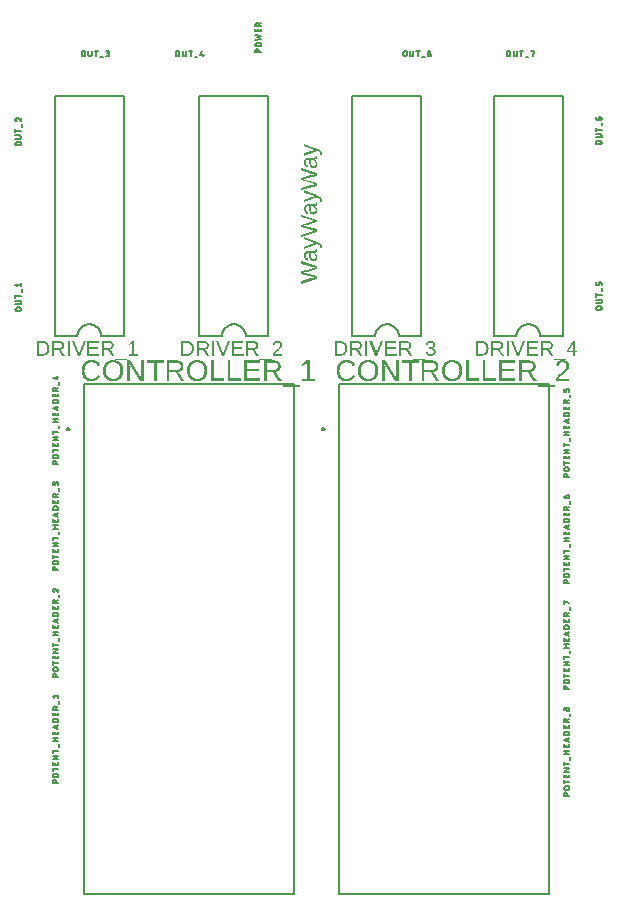
<source format=gbr>
G04 EAGLE Gerber RS-274X export*
G75*
%MOMM*%
%FSLAX34Y34*%
%LPD*%
%INSilkscreen Top*%
%IPPOS*%
%AMOC8*
5,1,8,0,0,1.08239X$1,22.5*%
G01*
G04 Define Apertures*
%ADD10C,0.200000*%
%ADD11C,0.127000*%
%ADD12C,0.152400*%
G36*
X293288Y530885D02*
X293288Y532838D01*
X302069Y535320D01*
X303742Y535744D01*
X305464Y536134D01*
X303109Y536679D01*
X302017Y536965D01*
X300016Y537514D01*
X293288Y539401D01*
X293288Y541197D01*
X301892Y543601D01*
X303840Y544091D01*
X305464Y544464D01*
X305120Y544552D01*
X303281Y544984D01*
X300427Y545757D01*
X293288Y547741D01*
X293288Y549694D01*
X307112Y545622D01*
X307112Y543385D01*
X298331Y540991D01*
X297180Y540701D01*
X295378Y540304D01*
X297281Y539872D01*
X300121Y539114D01*
X307112Y537194D01*
X307112Y534957D01*
X293288Y530885D01*
G37*
G36*
X293288Y570354D02*
X293288Y572306D01*
X302069Y574789D01*
X303742Y575213D01*
X305464Y575603D01*
X303109Y576148D01*
X302017Y576434D01*
X300016Y576983D01*
X293288Y578870D01*
X293288Y580666D01*
X301892Y583070D01*
X303840Y583560D01*
X305464Y583933D01*
X305120Y584021D01*
X303281Y584453D01*
X300427Y585226D01*
X293288Y587210D01*
X293288Y589162D01*
X307112Y585091D01*
X307112Y582854D01*
X298331Y580460D01*
X297180Y580170D01*
X295378Y579773D01*
X297281Y579341D01*
X300121Y578583D01*
X307112Y576663D01*
X307112Y574426D01*
X293288Y570354D01*
G37*
G36*
X293288Y609823D02*
X293288Y611775D01*
X302069Y614257D01*
X303742Y614682D01*
X305464Y615072D01*
X303109Y615616D01*
X302017Y615902D01*
X300016Y616452D01*
X293288Y618339D01*
X293288Y620134D01*
X301892Y622538D01*
X303840Y623029D01*
X305464Y623402D01*
X305120Y623490D01*
X303281Y623922D01*
X300427Y624694D01*
X293288Y626679D01*
X293288Y628631D01*
X307112Y624559D01*
X307112Y622322D01*
X298331Y619928D01*
X297180Y619639D01*
X295378Y619242D01*
X297281Y618810D01*
X300121Y618052D01*
X307112Y616131D01*
X307112Y613894D01*
X293288Y609823D01*
G37*
G36*
X304149Y549869D02*
X303749Y549886D01*
X303373Y549937D01*
X303020Y550022D01*
X302692Y550140D01*
X302388Y550293D01*
X302107Y550479D01*
X301850Y550699D01*
X301618Y550953D01*
X301410Y551245D01*
X301228Y551579D01*
X301071Y551953D01*
X300941Y552370D01*
X300836Y552828D01*
X300757Y553327D01*
X300703Y553869D01*
X300676Y554451D01*
X300637Y556835D01*
X300058Y556835D01*
X299745Y556827D01*
X299456Y556801D01*
X299190Y556758D01*
X298946Y556698D01*
X298726Y556621D01*
X298529Y556526D01*
X298355Y556415D01*
X298203Y556286D01*
X298072Y556139D01*
X297959Y555972D01*
X297862Y555785D01*
X297784Y555579D01*
X297723Y555354D01*
X297679Y555109D01*
X297653Y554844D01*
X297644Y554559D01*
X297650Y554272D01*
X297669Y554006D01*
X297701Y553760D01*
X297745Y553534D01*
X297801Y553328D01*
X297870Y553143D01*
X297952Y552977D01*
X298046Y552832D01*
X298154Y552704D01*
X298277Y552589D01*
X298416Y552488D01*
X298569Y552401D01*
X298737Y552326D01*
X298920Y552266D01*
X299118Y552218D01*
X299332Y552185D01*
X299165Y550340D01*
X298818Y550410D01*
X298493Y550505D01*
X298191Y550627D01*
X297911Y550776D01*
X297654Y550950D01*
X297419Y551151D01*
X297206Y551377D01*
X297016Y551630D01*
X296848Y551910D01*
X296703Y552215D01*
X296580Y552547D01*
X296479Y552905D01*
X296401Y553289D01*
X296345Y553699D01*
X296311Y554136D01*
X296300Y554598D01*
X296314Y555083D01*
X296357Y555537D01*
X296429Y555960D01*
X296529Y556352D01*
X296658Y556713D01*
X296816Y557043D01*
X297002Y557342D01*
X297217Y557610D01*
X297459Y557847D01*
X297727Y558053D01*
X298020Y558226D01*
X298339Y558368D01*
X298684Y558479D01*
X299054Y558558D01*
X299450Y558605D01*
X299871Y558621D01*
X304443Y558621D01*
X304812Y558634D01*
X305131Y558672D01*
X305403Y558737D01*
X305626Y558827D01*
X305719Y558884D01*
X305799Y558953D01*
X305868Y559034D01*
X305924Y559126D01*
X305967Y559230D01*
X305998Y559346D01*
X306017Y559473D01*
X306023Y559612D01*
X306006Y559884D01*
X305954Y560191D01*
X307053Y560191D01*
X307122Y559855D01*
X307171Y559516D01*
X307200Y559173D01*
X307210Y558827D01*
X307202Y558590D01*
X307178Y558370D01*
X307138Y558166D01*
X307081Y557980D01*
X307009Y557809D01*
X306920Y557656D01*
X306816Y557519D01*
X306695Y557399D01*
X306557Y557294D01*
X306401Y557200D01*
X306227Y557119D01*
X306034Y557050D01*
X305823Y556993D01*
X305594Y556948D01*
X305347Y556915D01*
X305081Y556894D01*
X305081Y556835D01*
X305374Y556663D01*
X305645Y556483D01*
X305894Y556297D01*
X306120Y556103D01*
X306324Y555903D01*
X306506Y555696D01*
X306666Y555482D01*
X306803Y555261D01*
X306921Y555030D01*
X307024Y554787D01*
X307111Y554533D01*
X307182Y554266D01*
X307237Y553987D01*
X307277Y553696D01*
X307300Y553393D01*
X307308Y553078D01*
X307295Y552690D01*
X307255Y552328D01*
X307190Y551990D01*
X307097Y551677D01*
X306979Y551389D01*
X306834Y551126D01*
X306662Y550887D01*
X306464Y550674D01*
X306244Y550485D01*
X306003Y550322D01*
X305743Y550183D01*
X305464Y550070D01*
X305164Y549982D01*
X304846Y549920D01*
X304507Y549882D01*
X304149Y549869D01*
G37*
%LPC*%
G36*
X304178Y551684D02*
X304388Y551692D01*
X304586Y551713D01*
X304771Y551750D01*
X304944Y551801D01*
X305104Y551866D01*
X305253Y551946D01*
X305389Y552041D01*
X305513Y552150D01*
X305623Y552273D01*
X305719Y552408D01*
X305800Y552556D01*
X305866Y552716D01*
X305917Y552888D01*
X305954Y553073D01*
X305976Y553270D01*
X305984Y553480D01*
X305977Y553719D01*
X305956Y553952D01*
X305922Y554178D01*
X305873Y554397D01*
X305811Y554610D01*
X305735Y554815D01*
X305542Y555207D01*
X305301Y555564D01*
X305019Y555882D01*
X304695Y556160D01*
X304330Y556399D01*
X303943Y556590D01*
X303549Y556726D01*
X303150Y556808D01*
X302949Y556828D01*
X302746Y556835D01*
X301873Y556835D01*
X301912Y554902D01*
X301935Y554317D01*
X301986Y553807D01*
X302063Y553373D01*
X302167Y553014D01*
X302301Y552711D01*
X302466Y552446D01*
X302664Y552218D01*
X302893Y552028D01*
X303157Y551877D01*
X303460Y551770D01*
X303800Y551706D01*
X304178Y551684D01*
G37*
%LPD*%
G36*
X304149Y589338D02*
X303749Y589355D01*
X303373Y589406D01*
X303020Y589490D01*
X302692Y589609D01*
X302388Y589761D01*
X302107Y589948D01*
X301850Y590168D01*
X301618Y590422D01*
X301410Y590714D01*
X301228Y591047D01*
X301071Y591422D01*
X300941Y591839D01*
X300836Y592297D01*
X300757Y592796D01*
X300703Y593337D01*
X300676Y593920D01*
X300637Y596304D01*
X300058Y596304D01*
X299745Y596295D01*
X299456Y596270D01*
X299190Y596227D01*
X298946Y596167D01*
X298726Y596089D01*
X298529Y595995D01*
X298355Y595883D01*
X298203Y595755D01*
X298072Y595607D01*
X297959Y595441D01*
X297862Y595254D01*
X297784Y595048D01*
X297723Y594823D01*
X297679Y594577D01*
X297653Y594312D01*
X297644Y594028D01*
X297650Y593741D01*
X297669Y593475D01*
X297701Y593228D01*
X297745Y593003D01*
X297801Y592797D01*
X297870Y592611D01*
X297952Y592446D01*
X298046Y592301D01*
X298154Y592173D01*
X298277Y592058D01*
X298416Y591957D01*
X298569Y591869D01*
X298737Y591795D01*
X298920Y591734D01*
X299118Y591687D01*
X299332Y591653D01*
X299165Y589809D01*
X298818Y589878D01*
X298493Y589974D01*
X298191Y590096D01*
X297911Y590244D01*
X297654Y590419D01*
X297419Y590619D01*
X297206Y590846D01*
X297016Y591099D01*
X296848Y591378D01*
X296703Y591684D01*
X296580Y592015D01*
X296479Y592373D01*
X296401Y592757D01*
X296345Y593168D01*
X296311Y593604D01*
X296300Y594067D01*
X296314Y594552D01*
X296357Y595006D01*
X296429Y595429D01*
X296529Y595821D01*
X296658Y596182D01*
X296816Y596512D01*
X297002Y596811D01*
X297217Y597079D01*
X297459Y597316D01*
X297727Y597521D01*
X298020Y597695D01*
X298339Y597837D01*
X298684Y597948D01*
X299054Y598027D01*
X299450Y598074D01*
X299871Y598090D01*
X304443Y598090D01*
X304812Y598103D01*
X305131Y598141D01*
X305403Y598206D01*
X305626Y598296D01*
X305719Y598353D01*
X305799Y598422D01*
X305868Y598503D01*
X305924Y598595D01*
X305967Y598699D01*
X305998Y598815D01*
X306017Y598942D01*
X306023Y599081D01*
X306006Y599353D01*
X305954Y599660D01*
X307053Y599660D01*
X307122Y599324D01*
X307171Y598985D01*
X307200Y598642D01*
X307210Y598296D01*
X307202Y598059D01*
X307178Y597839D01*
X307138Y597635D01*
X307081Y597448D01*
X307009Y597278D01*
X306920Y597125D01*
X306816Y596988D01*
X306695Y596868D01*
X306557Y596763D01*
X306401Y596669D01*
X306227Y596588D01*
X306034Y596519D01*
X305823Y596462D01*
X305594Y596417D01*
X305347Y596384D01*
X305081Y596363D01*
X305081Y596304D01*
X305374Y596131D01*
X305645Y595952D01*
X305894Y595765D01*
X306120Y595572D01*
X306324Y595372D01*
X306506Y595164D01*
X306666Y594950D01*
X306803Y594729D01*
X306921Y594499D01*
X307024Y594256D01*
X307111Y594002D01*
X307182Y593735D01*
X307237Y593456D01*
X307277Y593165D01*
X307300Y592862D01*
X307308Y592546D01*
X307295Y592159D01*
X307255Y591796D01*
X307190Y591459D01*
X307097Y591146D01*
X306979Y590858D01*
X306834Y590594D01*
X306662Y590356D01*
X306464Y590143D01*
X306244Y589954D01*
X306003Y589791D01*
X305743Y589652D01*
X305464Y589539D01*
X305164Y589451D01*
X304846Y589388D01*
X304507Y589351D01*
X304149Y589338D01*
G37*
%LPC*%
G36*
X304178Y591153D02*
X304388Y591160D01*
X304586Y591182D01*
X304771Y591219D01*
X304944Y591270D01*
X305104Y591335D01*
X305253Y591415D01*
X305389Y591510D01*
X305513Y591619D01*
X305623Y591742D01*
X305719Y591877D01*
X305800Y592025D01*
X305866Y592184D01*
X305917Y592357D01*
X305954Y592542D01*
X305976Y592739D01*
X305984Y592949D01*
X305977Y593188D01*
X305956Y593421D01*
X305922Y593647D01*
X305873Y593866D01*
X305811Y594078D01*
X305735Y594284D01*
X305542Y594675D01*
X305301Y595033D01*
X305019Y595351D01*
X304695Y595629D01*
X304330Y595867D01*
X303943Y596058D01*
X303549Y596195D01*
X303150Y596277D01*
X302949Y596297D01*
X302746Y596304D01*
X301873Y596304D01*
X301912Y594371D01*
X301935Y593786D01*
X301986Y593276D01*
X302063Y592842D01*
X302167Y592483D01*
X302301Y592180D01*
X302466Y591915D01*
X302664Y591687D01*
X302893Y591496D01*
X303157Y591346D01*
X303460Y591239D01*
X303800Y591175D01*
X304178Y591153D01*
G37*
%LPD*%
G36*
X304149Y628807D02*
X303749Y628824D01*
X303373Y628874D01*
X303020Y628959D01*
X302692Y629078D01*
X302388Y629230D01*
X302107Y629417D01*
X301850Y629637D01*
X301618Y629891D01*
X301410Y630183D01*
X301228Y630516D01*
X301071Y630891D01*
X300941Y631307D01*
X300836Y631765D01*
X300757Y632265D01*
X300703Y632806D01*
X300676Y633389D01*
X300637Y635773D01*
X300058Y635773D01*
X299745Y635764D01*
X299456Y635738D01*
X299190Y635696D01*
X298946Y635635D01*
X298726Y635558D01*
X298529Y635464D01*
X298355Y635352D01*
X298203Y635223D01*
X298072Y635076D01*
X297959Y634909D01*
X297862Y634723D01*
X297784Y634517D01*
X297723Y634291D01*
X297679Y634046D01*
X297653Y633781D01*
X297644Y633497D01*
X297650Y633210D01*
X297669Y632943D01*
X297701Y632697D01*
X297745Y632471D01*
X297801Y632266D01*
X297870Y632080D01*
X297952Y631915D01*
X298046Y631770D01*
X298154Y631642D01*
X298277Y631527D01*
X298416Y631426D01*
X298569Y631338D01*
X298737Y631264D01*
X298920Y631203D01*
X299118Y631156D01*
X299332Y631122D01*
X299165Y629278D01*
X298818Y629347D01*
X298493Y629443D01*
X298191Y629565D01*
X297911Y629713D01*
X297654Y629887D01*
X297419Y630088D01*
X297206Y630315D01*
X297016Y630568D01*
X296848Y630847D01*
X296703Y631153D01*
X296580Y631484D01*
X296479Y631842D01*
X296401Y632226D01*
X296345Y632637D01*
X296311Y633073D01*
X296300Y633536D01*
X296314Y634021D01*
X296357Y634475D01*
X296429Y634898D01*
X296529Y635290D01*
X296658Y635651D01*
X296816Y635981D01*
X297002Y636280D01*
X297217Y636548D01*
X297459Y636785D01*
X297727Y636990D01*
X298020Y637164D01*
X298339Y637306D01*
X298684Y637416D01*
X299054Y637495D01*
X299450Y637543D01*
X299871Y637558D01*
X304443Y637558D01*
X304812Y637571D01*
X305131Y637610D01*
X305403Y637674D01*
X305626Y637765D01*
X305719Y637822D01*
X305799Y637891D01*
X305868Y637971D01*
X305924Y638064D01*
X305967Y638168D01*
X305998Y638283D01*
X306017Y638411D01*
X306023Y638549D01*
X306006Y638822D01*
X305954Y639128D01*
X307053Y639128D01*
X307122Y638793D01*
X307171Y638454D01*
X307200Y638111D01*
X307210Y637765D01*
X307202Y637528D01*
X307178Y637307D01*
X307138Y637104D01*
X307081Y636917D01*
X307009Y636747D01*
X306920Y636594D01*
X306816Y636457D01*
X306695Y636337D01*
X306557Y636231D01*
X306401Y636138D01*
X306227Y636057D01*
X306034Y635987D01*
X305823Y635930D01*
X305594Y635885D01*
X305347Y635852D01*
X305081Y635832D01*
X305081Y635773D01*
X305374Y635600D01*
X305645Y635421D01*
X305894Y635234D01*
X306120Y635041D01*
X306324Y634840D01*
X306506Y634633D01*
X306666Y634419D01*
X306803Y634198D01*
X306921Y633968D01*
X307024Y633725D01*
X307111Y633470D01*
X307182Y633203D01*
X307237Y632925D01*
X307277Y632633D01*
X307300Y632330D01*
X307308Y632015D01*
X307295Y631628D01*
X307255Y631265D01*
X307190Y630927D01*
X307097Y630614D01*
X306979Y630326D01*
X306834Y630063D01*
X306662Y629825D01*
X306464Y629611D01*
X306244Y629423D01*
X306003Y629259D01*
X305743Y629121D01*
X305464Y629008D01*
X305164Y628920D01*
X304846Y628857D01*
X304507Y628819D01*
X304149Y628807D01*
G37*
%LPC*%
G36*
X304178Y630622D02*
X304388Y630629D01*
X304586Y630651D01*
X304771Y630687D01*
X304944Y630738D01*
X305104Y630804D01*
X305253Y630884D01*
X305389Y630979D01*
X305513Y631088D01*
X305623Y631211D01*
X305719Y631346D01*
X305800Y631493D01*
X305866Y631653D01*
X305917Y631826D01*
X305954Y632010D01*
X305976Y632208D01*
X305984Y632417D01*
X305977Y632657D01*
X305956Y632889D01*
X305922Y633115D01*
X305873Y633335D01*
X305811Y633547D01*
X305735Y633753D01*
X305542Y634144D01*
X305301Y634502D01*
X305019Y634820D01*
X304695Y635098D01*
X304330Y635336D01*
X303943Y635527D01*
X303549Y635664D01*
X303150Y635746D01*
X302949Y635766D01*
X302746Y635773D01*
X301873Y635773D01*
X301912Y633840D01*
X301935Y633255D01*
X301986Y632745D01*
X302063Y632310D01*
X302167Y631951D01*
X302301Y631649D01*
X302466Y631383D01*
X302664Y631156D01*
X302893Y630965D01*
X303157Y630815D01*
X303460Y630708D01*
X303800Y630643D01*
X304178Y630622D01*
G37*
%LPD*%
G36*
X296496Y560252D02*
X296496Y562136D01*
X302363Y564373D01*
X302692Y564491D01*
X303972Y564932D01*
X305189Y565334D01*
X303256Y566021D01*
X296496Y568347D01*
X296496Y570211D01*
X307112Y566129D01*
X307906Y565806D01*
X308592Y565494D01*
X309170Y565193D01*
X309638Y564903D01*
X310027Y564611D01*
X310362Y564303D01*
X310645Y563980D01*
X310875Y563642D01*
X311053Y563285D01*
X311180Y562905D01*
X311256Y562502D01*
X311275Y562293D01*
X311282Y562077D01*
X311275Y561729D01*
X311255Y561410D01*
X311221Y561120D01*
X311174Y560860D01*
X309849Y560860D01*
X309894Y561253D01*
X309908Y561685D01*
X309899Y561888D01*
X309870Y562086D01*
X309823Y562279D01*
X309757Y562466D01*
X309672Y562648D01*
X309567Y562824D01*
X309444Y562995D01*
X309302Y563161D01*
X309141Y563322D01*
X308962Y563477D01*
X308545Y563771D01*
X308053Y564043D01*
X307485Y564294D01*
X307063Y564461D01*
X296496Y560252D01*
G37*
G36*
X296496Y599721D02*
X296496Y601605D01*
X302363Y603842D01*
X302692Y603959D01*
X303972Y604401D01*
X305189Y604803D01*
X303256Y605490D01*
X296496Y607815D01*
X296496Y609680D01*
X307112Y605598D01*
X307906Y605275D01*
X308592Y604963D01*
X309170Y604662D01*
X309638Y604372D01*
X310027Y604079D01*
X310362Y603772D01*
X310645Y603449D01*
X310875Y603111D01*
X311053Y602754D01*
X311180Y602374D01*
X311256Y601971D01*
X311275Y601761D01*
X311282Y601546D01*
X311275Y601198D01*
X311255Y600879D01*
X311221Y600589D01*
X311174Y600329D01*
X309849Y600329D01*
X309894Y600722D01*
X309908Y601153D01*
X309899Y601357D01*
X309870Y601555D01*
X309823Y601747D01*
X309757Y601935D01*
X309672Y602117D01*
X309567Y602293D01*
X309444Y602464D01*
X309302Y602630D01*
X309141Y602790D01*
X308962Y602946D01*
X308545Y603240D01*
X308053Y603512D01*
X307485Y603763D01*
X307063Y603930D01*
X296496Y599721D01*
G37*
G36*
X296496Y639190D02*
X296496Y641073D01*
X302363Y643310D01*
X302692Y643428D01*
X303972Y643870D01*
X305189Y644272D01*
X303256Y644959D01*
X296496Y647284D01*
X296496Y649148D01*
X307112Y645067D01*
X307906Y644744D01*
X308592Y644431D01*
X309170Y644130D01*
X309638Y643840D01*
X310027Y643548D01*
X310362Y643241D01*
X310645Y642918D01*
X310875Y642580D01*
X311053Y642222D01*
X311180Y641842D01*
X311256Y641440D01*
X311275Y641230D01*
X311282Y641015D01*
X311275Y640666D01*
X311255Y640347D01*
X311221Y640058D01*
X311174Y639798D01*
X309849Y639798D01*
X309894Y640190D01*
X309908Y640622D01*
X309899Y640826D01*
X309870Y641023D01*
X309823Y641216D01*
X309757Y641403D01*
X309672Y641585D01*
X309567Y641762D01*
X309444Y641933D01*
X309302Y642099D01*
X309141Y642259D01*
X308962Y642414D01*
X308545Y642708D01*
X308053Y642981D01*
X307485Y643232D01*
X307063Y643399D01*
X296496Y639190D01*
G37*
G36*
X134509Y448355D02*
X133855Y448372D01*
X133224Y448422D01*
X132615Y448506D01*
X132030Y448625D01*
X131467Y448776D01*
X130927Y448962D01*
X130409Y449181D01*
X129915Y449434D01*
X129446Y449719D01*
X129006Y450034D01*
X128594Y450379D01*
X128211Y450755D01*
X127857Y451160D01*
X127531Y451595D01*
X127233Y452061D01*
X126965Y452556D01*
X126726Y453078D01*
X126519Y453620D01*
X126344Y454184D01*
X126201Y454769D01*
X126089Y455376D01*
X126010Y456003D01*
X125962Y456652D01*
X125946Y457323D01*
X125955Y457834D01*
X125982Y458331D01*
X126026Y458814D01*
X126088Y459283D01*
X126168Y459738D01*
X126265Y460178D01*
X126381Y460605D01*
X126514Y461017D01*
X126664Y461415D01*
X126833Y461799D01*
X127019Y462169D01*
X127223Y462525D01*
X127445Y462866D01*
X127684Y463194D01*
X127941Y463507D01*
X128216Y463806D01*
X128506Y464089D01*
X128811Y464354D01*
X129129Y464601D01*
X129462Y464829D01*
X129808Y465039D01*
X130168Y465230D01*
X130542Y465404D01*
X130930Y465559D01*
X131332Y465696D01*
X131748Y465815D01*
X132177Y465915D01*
X132621Y465997D01*
X133078Y466061D01*
X133550Y466107D01*
X134035Y466134D01*
X134534Y466143D01*
X135182Y466127D01*
X135809Y466078D01*
X136414Y465996D01*
X136997Y465881D01*
X137558Y465734D01*
X138097Y465553D01*
X138614Y465340D01*
X139110Y465094D01*
X139580Y464817D01*
X140022Y464511D01*
X140435Y464174D01*
X140820Y463808D01*
X141176Y463412D01*
X141503Y462986D01*
X141802Y462531D01*
X142073Y462046D01*
X142313Y461535D01*
X142521Y461001D01*
X142697Y460444D01*
X142841Y459865D01*
X142953Y459263D01*
X143033Y458639D01*
X143081Y457992D01*
X143097Y457323D01*
X143081Y456655D01*
X143032Y456009D01*
X142951Y455384D01*
X142838Y454780D01*
X142692Y454197D01*
X142514Y453635D01*
X142303Y453095D01*
X142060Y452575D01*
X141787Y452080D01*
X141486Y451616D01*
X141156Y451180D01*
X140798Y450775D01*
X140412Y450398D01*
X139998Y450051D01*
X139556Y449734D01*
X139085Y449446D01*
X138590Y449191D01*
X138072Y448969D01*
X137533Y448781D01*
X136972Y448628D01*
X136389Y448508D01*
X135784Y448423D01*
X135158Y448372D01*
X134509Y448355D01*
G37*
%LPC*%
G36*
X134509Y450256D02*
X134878Y450263D01*
X135236Y450285D01*
X135583Y450321D01*
X135919Y450372D01*
X136244Y450436D01*
X136559Y450516D01*
X136862Y450610D01*
X137155Y450718D01*
X137436Y450840D01*
X137707Y450977D01*
X137967Y451129D01*
X138216Y451295D01*
X138454Y451475D01*
X138682Y451670D01*
X138898Y451879D01*
X139104Y452103D01*
X139298Y452339D01*
X139479Y452588D01*
X139648Y452849D01*
X139804Y453121D01*
X139948Y453406D01*
X140079Y453702D01*
X140198Y454010D01*
X140304Y454331D01*
X140398Y454663D01*
X140480Y455007D01*
X140548Y455363D01*
X140605Y455731D01*
X140648Y456111D01*
X140680Y456503D01*
X140698Y456907D01*
X140705Y457323D01*
X140698Y457720D01*
X140680Y458108D01*
X140648Y458484D01*
X140604Y458849D01*
X140547Y459204D01*
X140478Y459548D01*
X140396Y459880D01*
X140301Y460203D01*
X140194Y460514D01*
X140075Y460814D01*
X139942Y461104D01*
X139797Y461383D01*
X139640Y461650D01*
X139470Y461908D01*
X139287Y462154D01*
X139091Y462389D01*
X138885Y462612D01*
X138667Y462821D01*
X138440Y463015D01*
X138202Y463194D01*
X137953Y463360D01*
X137694Y463511D01*
X137425Y463647D01*
X137145Y463769D01*
X136855Y463877D01*
X136555Y463971D01*
X136244Y464050D01*
X135923Y464115D01*
X135591Y464165D01*
X135249Y464201D01*
X134897Y464222D01*
X134534Y464230D01*
X134168Y464222D01*
X133813Y464201D01*
X133468Y464166D01*
X133134Y464116D01*
X132810Y464052D01*
X132497Y463974D01*
X132194Y463882D01*
X131902Y463776D01*
X131621Y463655D01*
X131350Y463520D01*
X131090Y463371D01*
X130840Y463208D01*
X130600Y463031D01*
X130372Y462839D01*
X130153Y462634D01*
X129946Y462414D01*
X129750Y462181D01*
X129566Y461937D01*
X129395Y461682D01*
X129237Y461415D01*
X129092Y461136D01*
X128959Y460847D01*
X128839Y460546D01*
X128731Y460233D01*
X128636Y459909D01*
X128554Y459574D01*
X128484Y459227D01*
X128427Y458869D01*
X128383Y458500D01*
X128352Y458119D01*
X128333Y457726D01*
X128326Y457323D01*
X128333Y456921D01*
X128352Y456531D01*
X128384Y456151D01*
X128429Y455781D01*
X128486Y455422D01*
X128557Y455073D01*
X128640Y454735D01*
X128736Y454407D01*
X128844Y454090D01*
X128966Y453784D01*
X129100Y453487D01*
X129248Y453202D01*
X129407Y452926D01*
X129580Y452662D01*
X129766Y452408D01*
X129964Y452164D01*
X130174Y451933D01*
X130393Y451717D01*
X130623Y451516D01*
X130862Y451329D01*
X131112Y451158D01*
X131371Y451001D01*
X131640Y450860D01*
X131919Y450733D01*
X132208Y450621D01*
X132507Y450524D01*
X132816Y450442D01*
X133135Y450375D01*
X133464Y450323D01*
X133802Y450286D01*
X134151Y450264D01*
X134509Y450256D01*
G37*
%LPD*%
G36*
X205697Y448355D02*
X205043Y448372D01*
X204411Y448422D01*
X203803Y448506D01*
X203217Y448625D01*
X202654Y448776D01*
X202114Y448962D01*
X201597Y449181D01*
X201102Y449434D01*
X200634Y449719D01*
X200193Y450034D01*
X199782Y450379D01*
X199399Y450755D01*
X199044Y451160D01*
X198718Y451595D01*
X198421Y452061D01*
X198152Y452556D01*
X197913Y453078D01*
X197707Y453620D01*
X197532Y454184D01*
X197388Y454769D01*
X197277Y455376D01*
X197197Y456003D01*
X197150Y456652D01*
X197134Y457323D01*
X197143Y457834D01*
X197169Y458331D01*
X197214Y458814D01*
X197276Y459283D01*
X197355Y459738D01*
X197453Y460178D01*
X197568Y460605D01*
X197701Y461017D01*
X197852Y461415D01*
X198020Y461799D01*
X198206Y462169D01*
X198410Y462525D01*
X198632Y462866D01*
X198871Y463194D01*
X199129Y463507D01*
X199403Y463806D01*
X199694Y464089D01*
X199999Y464354D01*
X200317Y464601D01*
X200649Y464829D01*
X200996Y465039D01*
X201356Y465230D01*
X201730Y465404D01*
X202118Y465559D01*
X202519Y465696D01*
X202935Y465815D01*
X203365Y465915D01*
X203808Y465997D01*
X204266Y466061D01*
X204737Y466107D01*
X205222Y466134D01*
X205721Y466143D01*
X206370Y466127D01*
X206997Y466078D01*
X207601Y465996D01*
X208184Y465881D01*
X208745Y465734D01*
X209285Y465553D01*
X209802Y465340D01*
X210297Y465094D01*
X210768Y464817D01*
X211209Y464511D01*
X211623Y464174D01*
X212007Y463808D01*
X212363Y463412D01*
X212691Y462986D01*
X212990Y462531D01*
X213260Y462046D01*
X213500Y461535D01*
X213708Y461001D01*
X213884Y460444D01*
X214028Y459865D01*
X214140Y459263D01*
X214220Y458639D01*
X214269Y457992D01*
X214285Y457323D01*
X214268Y456655D01*
X214220Y456009D01*
X214139Y455384D01*
X214025Y454780D01*
X213880Y454197D01*
X213701Y453635D01*
X213491Y453095D01*
X213248Y452575D01*
X212975Y452080D01*
X212673Y451616D01*
X212344Y451180D01*
X211986Y450775D01*
X211600Y450398D01*
X211186Y450051D01*
X210743Y449734D01*
X210273Y449446D01*
X209777Y449191D01*
X209260Y448969D01*
X208721Y448781D01*
X208160Y448628D01*
X207577Y448508D01*
X206972Y448423D01*
X206345Y448372D01*
X205697Y448355D01*
G37*
%LPC*%
G36*
X205697Y450256D02*
X206066Y450263D01*
X206423Y450285D01*
X206770Y450321D01*
X207107Y450372D01*
X207432Y450436D01*
X207746Y450516D01*
X208050Y450610D01*
X208342Y450718D01*
X208624Y450840D01*
X208895Y450977D01*
X209155Y451129D01*
X209404Y451295D01*
X209642Y451475D01*
X209869Y451670D01*
X210086Y451879D01*
X210291Y452103D01*
X210485Y452339D01*
X210666Y452588D01*
X210835Y452849D01*
X210992Y453121D01*
X211136Y453406D01*
X211267Y453702D01*
X211386Y454010D01*
X211492Y454331D01*
X211586Y454663D01*
X211667Y455007D01*
X211736Y455363D01*
X211792Y455731D01*
X211836Y456111D01*
X211867Y456503D01*
X211886Y456907D01*
X211892Y457323D01*
X211886Y457720D01*
X211867Y458108D01*
X211836Y458484D01*
X211791Y458849D01*
X211735Y459204D01*
X211665Y459548D01*
X211583Y459880D01*
X211489Y460203D01*
X211382Y460514D01*
X211262Y460814D01*
X211130Y461104D01*
X210985Y461383D01*
X210827Y461650D01*
X210657Y461908D01*
X210474Y462154D01*
X210279Y462389D01*
X210072Y462612D01*
X209855Y462821D01*
X209627Y463015D01*
X209389Y463194D01*
X209141Y463360D01*
X208882Y463511D01*
X208613Y463647D01*
X208333Y463769D01*
X208043Y463877D01*
X207742Y463971D01*
X207432Y464050D01*
X207110Y464115D01*
X206779Y464165D01*
X206437Y464201D01*
X206084Y464222D01*
X205721Y464230D01*
X205356Y464222D01*
X205000Y464201D01*
X204656Y464166D01*
X204321Y464116D01*
X203998Y464052D01*
X203685Y463974D01*
X203382Y463882D01*
X203090Y463776D01*
X202808Y463655D01*
X202537Y463520D01*
X202277Y463371D01*
X202027Y463208D01*
X201788Y463031D01*
X201559Y462839D01*
X201341Y462634D01*
X201133Y462414D01*
X200937Y462181D01*
X200754Y461937D01*
X200583Y461682D01*
X200425Y461415D01*
X200279Y461136D01*
X200146Y460847D01*
X200026Y460546D01*
X199919Y460233D01*
X199824Y459909D01*
X199741Y459574D01*
X199672Y459227D01*
X199615Y458869D01*
X199571Y458500D01*
X199539Y458119D01*
X199520Y457726D01*
X199514Y457323D01*
X199520Y456921D01*
X199539Y456531D01*
X199571Y456151D01*
X199616Y455781D01*
X199674Y455422D01*
X199744Y455073D01*
X199827Y454735D01*
X199923Y454407D01*
X200032Y454090D01*
X200154Y453784D01*
X200288Y453487D01*
X200435Y453202D01*
X200595Y452926D01*
X200768Y452662D01*
X200953Y452408D01*
X201152Y452164D01*
X201361Y451933D01*
X201581Y451717D01*
X201810Y451516D01*
X202050Y451329D01*
X202299Y451158D01*
X202558Y451001D01*
X202828Y450860D01*
X203107Y450733D01*
X203396Y450621D01*
X203695Y450524D01*
X204004Y450442D01*
X204322Y450375D01*
X204651Y450323D01*
X204990Y450286D01*
X205338Y450264D01*
X205697Y450256D01*
G37*
%LPD*%
G36*
X182192Y448600D02*
X179849Y448600D01*
X179849Y465886D01*
X187982Y465886D01*
X188691Y465865D01*
X189359Y465804D01*
X189985Y465702D01*
X190569Y465559D01*
X191112Y465375D01*
X191613Y465151D01*
X192073Y464885D01*
X192491Y464579D01*
X192863Y464237D01*
X193186Y463862D01*
X193459Y463455D01*
X193682Y463017D01*
X193856Y462546D01*
X193980Y462043D01*
X194024Y461780D01*
X194055Y461508D01*
X194073Y461229D01*
X194079Y460942D01*
X194062Y460470D01*
X194009Y460017D01*
X193922Y459583D01*
X193799Y459169D01*
X193641Y458774D01*
X193448Y458398D01*
X193220Y458041D01*
X192957Y457703D01*
X192663Y457390D01*
X192342Y457107D01*
X191995Y456855D01*
X191840Y456762D01*
X191621Y456633D01*
X191221Y456441D01*
X190794Y456279D01*
X190340Y456148D01*
X189859Y456047D01*
X191948Y452877D01*
X194767Y448600D01*
X192068Y448600D01*
X187577Y455777D01*
X182192Y455777D01*
X182192Y448600D01*
G37*
%LPC*%
G36*
X187847Y457629D02*
X188297Y457643D01*
X188721Y457683D01*
X189118Y457751D01*
X189490Y457846D01*
X189835Y457967D01*
X190153Y458116D01*
X190446Y458291D01*
X190712Y458494D01*
X190949Y458721D01*
X191155Y458970D01*
X191329Y459240D01*
X191471Y459532D01*
X191582Y459846D01*
X191661Y460181D01*
X191708Y460538D01*
X191724Y460917D01*
X191708Y461283D01*
X191660Y461627D01*
X191580Y461948D01*
X191468Y462247D01*
X191324Y462523D01*
X191148Y462777D01*
X190940Y463008D01*
X190700Y463217D01*
X190429Y463403D01*
X190131Y463564D01*
X189805Y463700D01*
X189450Y463811D01*
X189067Y463897D01*
X188656Y463959D01*
X188217Y463996D01*
X187749Y464009D01*
X182192Y464009D01*
X182192Y457629D01*
X187847Y457629D01*
G37*
%LPD*%
G36*
X264567Y448600D02*
X262224Y448600D01*
X262224Y465886D01*
X270357Y465886D01*
X271066Y465865D01*
X271734Y465804D01*
X272360Y465702D01*
X272944Y465559D01*
X273487Y465375D01*
X273988Y465151D01*
X274448Y464885D01*
X274866Y464579D01*
X275238Y464237D01*
X275561Y463862D01*
X275834Y463455D01*
X276057Y463017D01*
X276231Y462546D01*
X276355Y462043D01*
X276399Y461780D01*
X276430Y461508D01*
X276448Y461229D01*
X276454Y460942D01*
X276437Y460470D01*
X276384Y460017D01*
X276297Y459583D01*
X276174Y459169D01*
X276016Y458774D01*
X275823Y458398D01*
X275595Y458041D01*
X275332Y457703D01*
X275038Y457390D01*
X274717Y457107D01*
X274370Y456855D01*
X274215Y456762D01*
X273996Y456633D01*
X273596Y456441D01*
X273169Y456279D01*
X272715Y456148D01*
X272234Y456047D01*
X274323Y452877D01*
X277142Y448600D01*
X274443Y448600D01*
X269952Y455777D01*
X264567Y455777D01*
X264567Y448600D01*
G37*
%LPC*%
G36*
X270222Y457629D02*
X270672Y457643D01*
X271096Y457683D01*
X271493Y457751D01*
X271865Y457846D01*
X272210Y457967D01*
X272528Y458116D01*
X272821Y458291D01*
X273087Y458494D01*
X273324Y458721D01*
X273530Y458970D01*
X273704Y459240D01*
X273846Y459532D01*
X273957Y459846D01*
X274036Y460181D01*
X274083Y460538D01*
X274099Y460917D01*
X274083Y461283D01*
X274035Y461627D01*
X273955Y461948D01*
X273843Y462247D01*
X273699Y462523D01*
X273523Y462777D01*
X273315Y463008D01*
X273075Y463217D01*
X272804Y463403D01*
X272506Y463564D01*
X272180Y463700D01*
X271825Y463811D01*
X271442Y463897D01*
X271031Y463959D01*
X270592Y463996D01*
X270124Y464009D01*
X264567Y464009D01*
X264567Y457629D01*
X270222Y457629D01*
G37*
%LPD*%
G36*
X148434Y448600D02*
X146349Y448600D01*
X146349Y465886D01*
X149072Y465886D01*
X158420Y451066D01*
X158310Y453139D01*
X158282Y453927D01*
X158273Y454550D01*
X158273Y465886D01*
X160383Y465886D01*
X160383Y448600D01*
X157562Y448600D01*
X148311Y463322D01*
X148373Y462132D01*
X148434Y460083D01*
X148434Y448600D01*
G37*
G36*
X259091Y448600D02*
X245474Y448600D01*
X245474Y465886D01*
X258588Y465886D01*
X258588Y463972D01*
X247817Y463972D01*
X247817Y458427D01*
X257852Y458427D01*
X257852Y456537D01*
X247817Y456537D01*
X247817Y450514D01*
X259091Y450514D01*
X259091Y448600D01*
G37*
G36*
X116304Y448355D02*
X115662Y448372D01*
X115042Y448423D01*
X114443Y448507D01*
X113867Y448626D01*
X113313Y448779D01*
X112781Y448965D01*
X112271Y449186D01*
X111783Y449440D01*
X111321Y449726D01*
X110886Y450041D01*
X110480Y450386D01*
X110103Y450759D01*
X109753Y451162D01*
X109432Y451593D01*
X109140Y452054D01*
X108876Y452544D01*
X108641Y453060D01*
X108438Y453600D01*
X108266Y454162D01*
X108126Y454748D01*
X108016Y455357D01*
X107938Y455989D01*
X107892Y456644D01*
X107876Y457323D01*
X107885Y457832D01*
X107911Y458328D01*
X107954Y458810D01*
X108015Y459278D01*
X108094Y459732D01*
X108190Y460171D01*
X108303Y460597D01*
X108434Y461009D01*
X108582Y461407D01*
X108748Y461791D01*
X108931Y462161D01*
X109132Y462517D01*
X109350Y462858D01*
X109585Y463186D01*
X109838Y463500D01*
X110109Y463800D01*
X110394Y464084D01*
X110694Y464349D01*
X111006Y464596D01*
X111332Y464825D01*
X111672Y465036D01*
X112025Y465228D01*
X112391Y465402D01*
X112771Y465558D01*
X113164Y465695D01*
X113571Y465814D01*
X113991Y465915D01*
X114424Y465997D01*
X114871Y466061D01*
X115331Y466107D01*
X115805Y466134D01*
X116292Y466143D01*
X116968Y466126D01*
X117615Y466076D01*
X118234Y465992D01*
X118825Y465873D01*
X119388Y465722D01*
X119922Y465536D01*
X120427Y465317D01*
X120905Y465064D01*
X121352Y464778D01*
X121769Y464459D01*
X122156Y464107D01*
X122512Y463723D01*
X122837Y463307D01*
X123131Y462858D01*
X123395Y462376D01*
X123628Y461862D01*
X121408Y461126D01*
X121246Y461492D01*
X121061Y461836D01*
X120854Y462157D01*
X120624Y462457D01*
X120371Y462734D01*
X120095Y462989D01*
X119797Y463222D01*
X119475Y463432D01*
X119135Y463619D01*
X118779Y463781D01*
X118407Y463918D01*
X118020Y464030D01*
X117617Y464117D01*
X117199Y464180D01*
X116766Y464217D01*
X116316Y464230D01*
X115962Y464222D01*
X115619Y464201D01*
X115285Y464165D01*
X114961Y464114D01*
X114647Y464049D01*
X114343Y463970D01*
X114049Y463876D01*
X113765Y463768D01*
X113490Y463645D01*
X113226Y463508D01*
X112972Y463357D01*
X112728Y463191D01*
X112494Y463011D01*
X112269Y462816D01*
X112055Y462607D01*
X111851Y462383D01*
X111477Y461900D01*
X111309Y461643D01*
X111153Y461375D01*
X111010Y461096D01*
X110879Y460806D01*
X110761Y460506D01*
X110655Y460195D01*
X110561Y459873D01*
X110480Y459541D01*
X110412Y459198D01*
X110356Y458844D01*
X110312Y458480D01*
X110281Y458105D01*
X110262Y457719D01*
X110256Y457323D01*
X110262Y456930D01*
X110282Y456548D01*
X110314Y456175D01*
X110360Y455812D01*
X110418Y455458D01*
X110490Y455115D01*
X110574Y454781D01*
X110671Y454456D01*
X110782Y454142D01*
X110905Y453837D01*
X111042Y453542D01*
X111191Y453257D01*
X111353Y452981D01*
X111529Y452715D01*
X111918Y452213D01*
X112131Y451979D01*
X112352Y451760D01*
X112583Y451556D01*
X112823Y451368D01*
X113072Y451194D01*
X113330Y451035D01*
X113597Y450892D01*
X113873Y450764D01*
X114159Y450651D01*
X114454Y450552D01*
X114758Y450469D01*
X115071Y450401D01*
X115393Y450349D01*
X115724Y450311D01*
X116065Y450288D01*
X116414Y450281D01*
X116861Y450295D01*
X117294Y450337D01*
X117713Y450407D01*
X118117Y450505D01*
X118508Y450632D01*
X118884Y450786D01*
X119247Y450969D01*
X119595Y451179D01*
X119929Y451418D01*
X120249Y451685D01*
X120555Y451980D01*
X120847Y452303D01*
X121125Y452654D01*
X121389Y453033D01*
X121638Y453440D01*
X121874Y453875D01*
X123788Y452918D01*
X123507Y452377D01*
X123200Y451869D01*
X122865Y451394D01*
X122504Y450952D01*
X122116Y450544D01*
X121700Y450170D01*
X121258Y449828D01*
X120788Y449520D01*
X120295Y449247D01*
X119783Y449010D01*
X119252Y448810D01*
X118701Y448646D01*
X118131Y448519D01*
X117541Y448428D01*
X116932Y448373D01*
X116304Y448355D01*
G37*
G36*
X171277Y448600D02*
X168946Y448600D01*
X168946Y463972D01*
X163008Y463972D01*
X163008Y465886D01*
X177215Y465886D01*
X177215Y463972D01*
X171277Y463972D01*
X171277Y448600D01*
G37*
G36*
X305034Y448600D02*
X294201Y448600D01*
X294201Y450477D01*
X298606Y450477D01*
X298606Y463776D01*
X294704Y460991D01*
X294704Y463076D01*
X298790Y465886D01*
X300826Y465886D01*
X300826Y450477D01*
X305034Y450477D01*
X305034Y448600D01*
G37*
G36*
X228614Y448600D02*
X217536Y448600D01*
X217536Y465886D01*
X219879Y465886D01*
X219879Y450514D01*
X228614Y450514D01*
X228614Y448600D01*
G37*
G36*
X242583Y448600D02*
X231505Y448600D01*
X231505Y465886D01*
X233848Y465886D01*
X233848Y450514D01*
X242583Y450514D01*
X242583Y448600D01*
G37*
G36*
X292574Y443607D02*
X277938Y443607D01*
X277938Y445202D01*
X292574Y445202D01*
X292574Y443607D01*
G37*
G36*
X74547Y469790D02*
X69931Y469790D01*
X69931Y482131D01*
X74013Y482131D01*
X74399Y482125D01*
X74774Y482106D01*
X75138Y482076D01*
X75491Y482033D01*
X75833Y481977D01*
X76163Y481910D01*
X76482Y481830D01*
X76790Y481738D01*
X77087Y481633D01*
X77373Y481517D01*
X77647Y481388D01*
X77911Y481246D01*
X78163Y481093D01*
X78404Y480927D01*
X78633Y480749D01*
X78852Y480559D01*
X79058Y480357D01*
X79251Y480145D01*
X79431Y479922D01*
X79597Y479690D01*
X79750Y479446D01*
X79890Y479193D01*
X80017Y478929D01*
X80130Y478655D01*
X80229Y478370D01*
X80316Y478075D01*
X80389Y477770D01*
X80449Y477454D01*
X80496Y477128D01*
X80529Y476791D01*
X80549Y476445D01*
X80556Y476087D01*
X80544Y475618D01*
X80509Y475163D01*
X80451Y474722D01*
X80369Y474297D01*
X80265Y473887D01*
X80137Y473492D01*
X79986Y473111D01*
X79811Y472746D01*
X79615Y472398D01*
X79400Y472072D01*
X79165Y471766D01*
X78911Y471481D01*
X78638Y471218D01*
X78345Y470975D01*
X78032Y470753D01*
X77700Y470552D01*
X77352Y470373D01*
X76991Y470219D01*
X76616Y470088D01*
X76229Y469980D01*
X75828Y469897D01*
X75414Y469838D01*
X74987Y469802D01*
X74547Y469790D01*
G37*
%LPC*%
G36*
X74355Y471130D02*
X74689Y471139D01*
X75013Y471167D01*
X75326Y471214D01*
X75630Y471279D01*
X75923Y471363D01*
X76206Y471465D01*
X76479Y471586D01*
X76741Y471726D01*
X76991Y471883D01*
X77226Y472056D01*
X77446Y472246D01*
X77651Y472453D01*
X77841Y472675D01*
X78016Y472915D01*
X78177Y473170D01*
X78322Y473442D01*
X78451Y473729D01*
X78564Y474028D01*
X78658Y474340D01*
X78736Y474664D01*
X78796Y475001D01*
X78839Y475351D01*
X78865Y475713D01*
X78874Y476087D01*
X78854Y476644D01*
X78795Y477167D01*
X78697Y477655D01*
X78560Y478110D01*
X78383Y478530D01*
X78167Y478916D01*
X77912Y479268D01*
X77617Y479586D01*
X77285Y479869D01*
X76918Y480113D01*
X76516Y480320D01*
X76079Y480490D01*
X75606Y480621D01*
X75099Y480715D01*
X74556Y480772D01*
X73978Y480791D01*
X71604Y480791D01*
X71604Y471130D01*
X74355Y471130D01*
G37*
%LPD*%
G36*
X84573Y469790D02*
X82900Y469790D01*
X82900Y482131D01*
X88707Y482131D01*
X89213Y482116D01*
X89690Y482072D01*
X90137Y482000D01*
X90554Y481898D01*
X90942Y481766D01*
X91299Y481606D01*
X91627Y481417D01*
X91926Y481198D01*
X92192Y480953D01*
X92422Y480686D01*
X92617Y480396D01*
X92777Y480082D01*
X92901Y479746D01*
X92989Y479387D01*
X93042Y479006D01*
X93060Y478601D01*
X93048Y478264D01*
X93010Y477941D01*
X92947Y477631D01*
X92860Y477335D01*
X92747Y477053D01*
X92609Y476785D01*
X92447Y476530D01*
X92259Y476289D01*
X92049Y476065D01*
X91820Y475864D01*
X91572Y475683D01*
X91461Y475617D01*
X91305Y475525D01*
X91019Y475388D01*
X90714Y475272D01*
X90390Y475179D01*
X90047Y475106D01*
X91539Y472843D01*
X93551Y469790D01*
X91624Y469790D01*
X88418Y474914D01*
X84573Y474914D01*
X84573Y469790D01*
G37*
%LPC*%
G36*
X88611Y476236D02*
X88932Y476246D01*
X89235Y476275D01*
X89518Y476323D01*
X89783Y476391D01*
X90030Y476477D01*
X90257Y476584D01*
X90466Y476709D01*
X90656Y476854D01*
X90825Y477016D01*
X90972Y477193D01*
X91096Y477386D01*
X91198Y477595D01*
X91277Y477819D01*
X91333Y478058D01*
X91367Y478313D01*
X91378Y478584D01*
X91367Y478845D01*
X91333Y479090D01*
X91276Y479320D01*
X91196Y479533D01*
X91093Y479730D01*
X90967Y479911D01*
X90819Y480077D01*
X90647Y480226D01*
X90454Y480358D01*
X90241Y480473D01*
X90008Y480570D01*
X89755Y480650D01*
X89481Y480711D01*
X89188Y480755D01*
X88874Y480782D01*
X88541Y480791D01*
X84573Y480791D01*
X84573Y476236D01*
X88611Y476236D01*
G37*
%LPD*%
G36*
X126448Y469790D02*
X124775Y469790D01*
X124775Y482131D01*
X130582Y482131D01*
X131088Y482116D01*
X131565Y482072D01*
X132012Y482000D01*
X132429Y481898D01*
X132817Y481766D01*
X133174Y481606D01*
X133502Y481417D01*
X133801Y481198D01*
X134067Y480953D01*
X134297Y480686D01*
X134492Y480396D01*
X134652Y480082D01*
X134776Y479746D01*
X134864Y479387D01*
X134917Y479006D01*
X134935Y478601D01*
X134923Y478264D01*
X134885Y477941D01*
X134822Y477631D01*
X134735Y477335D01*
X134622Y477053D01*
X134484Y476785D01*
X134322Y476530D01*
X134134Y476289D01*
X133924Y476065D01*
X133695Y475864D01*
X133447Y475683D01*
X133336Y475617D01*
X133180Y475525D01*
X132894Y475388D01*
X132589Y475272D01*
X132265Y475179D01*
X131922Y475106D01*
X133414Y472843D01*
X135426Y469790D01*
X133499Y469790D01*
X130293Y474914D01*
X126448Y474914D01*
X126448Y469790D01*
G37*
%LPC*%
G36*
X130486Y476236D02*
X130807Y476246D01*
X131110Y476275D01*
X131393Y476323D01*
X131658Y476391D01*
X131905Y476477D01*
X132132Y476584D01*
X132341Y476709D01*
X132531Y476854D01*
X132700Y477016D01*
X132847Y477193D01*
X132971Y477386D01*
X133073Y477595D01*
X133152Y477819D01*
X133208Y478058D01*
X133242Y478313D01*
X133253Y478584D01*
X133242Y478845D01*
X133208Y479090D01*
X133151Y479320D01*
X133071Y479533D01*
X132968Y479730D01*
X132842Y479911D01*
X132694Y480077D01*
X132522Y480226D01*
X132329Y480358D01*
X132116Y480473D01*
X131883Y480570D01*
X131630Y480650D01*
X131356Y480711D01*
X131063Y480755D01*
X130749Y480782D01*
X130416Y480791D01*
X126448Y480791D01*
X126448Y476236D01*
X130486Y476236D01*
G37*
%LPD*%
G36*
X122528Y469790D02*
X112806Y469790D01*
X112806Y482131D01*
X122169Y482131D01*
X122169Y480764D01*
X114479Y480764D01*
X114479Y476806D01*
X121644Y476806D01*
X121644Y475457D01*
X114479Y475457D01*
X114479Y471156D01*
X122528Y471156D01*
X122528Y469790D01*
G37*
G36*
X106215Y469790D02*
X104481Y469790D01*
X99445Y482131D01*
X101206Y482131D01*
X104621Y473442D01*
X105357Y471261D01*
X106093Y473442D01*
X109491Y482131D01*
X111252Y482131D01*
X106215Y469790D01*
G37*
G36*
X155341Y469790D02*
X147608Y469790D01*
X147608Y471130D01*
X150752Y471130D01*
X150752Y480624D01*
X147967Y478636D01*
X147967Y480125D01*
X150883Y482131D01*
X152337Y482131D01*
X152337Y471130D01*
X155341Y471130D01*
X155341Y469790D01*
G37*
G36*
X97726Y469790D02*
X96053Y469790D01*
X96053Y482131D01*
X97726Y482131D01*
X97726Y469790D01*
G37*
G36*
X146450Y466225D02*
X136001Y466225D01*
X136001Y467364D01*
X146450Y467364D01*
X146450Y466225D01*
G37*
G36*
X196947Y469790D02*
X192331Y469790D01*
X192331Y482131D01*
X196413Y482131D01*
X196799Y482125D01*
X197174Y482106D01*
X197538Y482076D01*
X197891Y482033D01*
X198233Y481977D01*
X198563Y481910D01*
X198882Y481830D01*
X199190Y481738D01*
X199487Y481633D01*
X199773Y481517D01*
X200047Y481388D01*
X200311Y481246D01*
X200563Y481093D01*
X200804Y480927D01*
X201033Y480749D01*
X201252Y480559D01*
X201458Y480357D01*
X201651Y480145D01*
X201831Y479922D01*
X201997Y479690D01*
X202150Y479446D01*
X202290Y479193D01*
X202417Y478929D01*
X202530Y478655D01*
X202629Y478370D01*
X202716Y478075D01*
X202789Y477770D01*
X202849Y477454D01*
X202896Y477128D01*
X202929Y476791D01*
X202949Y476445D01*
X202956Y476087D01*
X202944Y475618D01*
X202909Y475163D01*
X202851Y474722D01*
X202769Y474297D01*
X202665Y473887D01*
X202537Y473492D01*
X202386Y473111D01*
X202211Y472746D01*
X202015Y472398D01*
X201800Y472072D01*
X201565Y471766D01*
X201311Y471481D01*
X201038Y471218D01*
X200745Y470975D01*
X200432Y470753D01*
X200100Y470552D01*
X199752Y470373D01*
X199391Y470219D01*
X199016Y470088D01*
X198629Y469980D01*
X198228Y469897D01*
X197814Y469838D01*
X197387Y469802D01*
X196947Y469790D01*
G37*
%LPC*%
G36*
X196755Y471130D02*
X197089Y471139D01*
X197413Y471167D01*
X197726Y471214D01*
X198030Y471279D01*
X198323Y471363D01*
X198606Y471465D01*
X198879Y471586D01*
X199141Y471726D01*
X199391Y471883D01*
X199626Y472056D01*
X199846Y472246D01*
X200051Y472453D01*
X200241Y472675D01*
X200416Y472915D01*
X200577Y473170D01*
X200722Y473442D01*
X200851Y473729D01*
X200964Y474028D01*
X201058Y474340D01*
X201136Y474664D01*
X201196Y475001D01*
X201239Y475351D01*
X201265Y475713D01*
X201274Y476087D01*
X201254Y476644D01*
X201195Y477167D01*
X201097Y477655D01*
X200960Y478110D01*
X200783Y478530D01*
X200567Y478916D01*
X200312Y479268D01*
X200017Y479586D01*
X199685Y479869D01*
X199318Y480113D01*
X198916Y480320D01*
X198479Y480490D01*
X198006Y480621D01*
X197499Y480715D01*
X196956Y480772D01*
X196378Y480791D01*
X194004Y480791D01*
X194004Y471130D01*
X196755Y471130D01*
G37*
%LPD*%
G36*
X206973Y469790D02*
X205300Y469790D01*
X205300Y482131D01*
X211107Y482131D01*
X211613Y482116D01*
X212090Y482072D01*
X212537Y482000D01*
X212954Y481898D01*
X213342Y481766D01*
X213699Y481606D01*
X214027Y481417D01*
X214326Y481198D01*
X214592Y480953D01*
X214822Y480686D01*
X215017Y480396D01*
X215177Y480082D01*
X215301Y479746D01*
X215389Y479387D01*
X215442Y479006D01*
X215460Y478601D01*
X215448Y478264D01*
X215410Y477941D01*
X215347Y477631D01*
X215260Y477335D01*
X215147Y477053D01*
X215009Y476785D01*
X214847Y476530D01*
X214659Y476289D01*
X214449Y476065D01*
X214220Y475864D01*
X213972Y475683D01*
X213861Y475617D01*
X213705Y475525D01*
X213419Y475388D01*
X213114Y475272D01*
X212790Y475179D01*
X212447Y475106D01*
X213939Y472843D01*
X215951Y469790D01*
X214024Y469790D01*
X210818Y474914D01*
X206973Y474914D01*
X206973Y469790D01*
G37*
%LPC*%
G36*
X211011Y476236D02*
X211332Y476246D01*
X211635Y476275D01*
X211918Y476323D01*
X212183Y476391D01*
X212430Y476477D01*
X212657Y476584D01*
X212866Y476709D01*
X213056Y476854D01*
X213225Y477016D01*
X213372Y477193D01*
X213496Y477386D01*
X213598Y477595D01*
X213677Y477819D01*
X213733Y478058D01*
X213767Y478313D01*
X213778Y478584D01*
X213767Y478845D01*
X213733Y479090D01*
X213676Y479320D01*
X213596Y479533D01*
X213493Y479730D01*
X213367Y479911D01*
X213219Y480077D01*
X213047Y480226D01*
X212854Y480358D01*
X212641Y480473D01*
X212408Y480570D01*
X212155Y480650D01*
X211881Y480711D01*
X211588Y480755D01*
X211274Y480782D01*
X210941Y480791D01*
X206973Y480791D01*
X206973Y476236D01*
X211011Y476236D01*
G37*
%LPD*%
G36*
X248848Y469790D02*
X247175Y469790D01*
X247175Y482131D01*
X252982Y482131D01*
X253488Y482116D01*
X253965Y482072D01*
X254412Y482000D01*
X254829Y481898D01*
X255217Y481766D01*
X255574Y481606D01*
X255902Y481417D01*
X256201Y481198D01*
X256467Y480953D01*
X256697Y480686D01*
X256892Y480396D01*
X257052Y480082D01*
X257176Y479746D01*
X257264Y479387D01*
X257317Y479006D01*
X257335Y478601D01*
X257323Y478264D01*
X257285Y477941D01*
X257222Y477631D01*
X257135Y477335D01*
X257022Y477053D01*
X256884Y476785D01*
X256722Y476530D01*
X256534Y476289D01*
X256324Y476065D01*
X256095Y475864D01*
X255847Y475683D01*
X255736Y475617D01*
X255580Y475525D01*
X255294Y475388D01*
X254989Y475272D01*
X254665Y475179D01*
X254322Y475106D01*
X255814Y472843D01*
X257826Y469790D01*
X255899Y469790D01*
X252693Y474914D01*
X248848Y474914D01*
X248848Y469790D01*
G37*
%LPC*%
G36*
X252886Y476236D02*
X253207Y476246D01*
X253510Y476275D01*
X253793Y476323D01*
X254058Y476391D01*
X254305Y476477D01*
X254532Y476584D01*
X254741Y476709D01*
X254931Y476854D01*
X255100Y477016D01*
X255247Y477193D01*
X255371Y477386D01*
X255473Y477595D01*
X255552Y477819D01*
X255608Y478058D01*
X255642Y478313D01*
X255653Y478584D01*
X255642Y478845D01*
X255608Y479090D01*
X255551Y479320D01*
X255471Y479533D01*
X255368Y479730D01*
X255242Y479911D01*
X255094Y480077D01*
X254922Y480226D01*
X254729Y480358D01*
X254516Y480473D01*
X254283Y480570D01*
X254030Y480650D01*
X253756Y480711D01*
X253463Y480755D01*
X253149Y480782D01*
X252816Y480791D01*
X248848Y480791D01*
X248848Y476236D01*
X252886Y476236D01*
G37*
%LPD*%
G36*
X244928Y469790D02*
X235206Y469790D01*
X235206Y482131D01*
X244569Y482131D01*
X244569Y480764D01*
X236879Y480764D01*
X236879Y476806D01*
X244044Y476806D01*
X244044Y475457D01*
X236879Y475457D01*
X236879Y471156D01*
X244928Y471156D01*
X244928Y469790D01*
G37*
G36*
X228615Y469790D02*
X226881Y469790D01*
X221845Y482131D01*
X223606Y482131D01*
X227021Y473442D01*
X227757Y471261D01*
X228493Y473442D01*
X231891Y482131D01*
X233652Y482131D01*
X228615Y469790D01*
G37*
G36*
X277715Y469790D02*
X269543Y469790D01*
X269543Y470902D01*
X269779Y471400D01*
X270039Y471867D01*
X270324Y472304D01*
X270634Y472711D01*
X270960Y473094D01*
X271294Y473458D01*
X271636Y473803D01*
X271987Y474130D01*
X272693Y474742D01*
X273393Y475308D01*
X274055Y475851D01*
X274650Y476394D01*
X274916Y476669D01*
X275157Y476950D01*
X275370Y477238D01*
X275556Y477533D01*
X275707Y477840D01*
X275816Y478168D01*
X275880Y478515D01*
X275902Y478881D01*
X275893Y479128D01*
X275865Y479361D01*
X275818Y479579D01*
X275753Y479783D01*
X275669Y479973D01*
X275567Y480149D01*
X275446Y480311D01*
X275307Y480458D01*
X275150Y480589D01*
X274980Y480703D01*
X274795Y480799D01*
X274595Y480878D01*
X274381Y480940D01*
X274152Y480983D01*
X273909Y481010D01*
X273651Y481018D01*
X273405Y481010D01*
X273170Y480984D01*
X272946Y480941D01*
X272733Y480882D01*
X272531Y480805D01*
X272340Y480711D01*
X272160Y480599D01*
X271991Y480471D01*
X271837Y480327D01*
X271699Y480170D01*
X271578Y479998D01*
X271474Y479813D01*
X271386Y479614D01*
X271316Y479401D01*
X271262Y479174D01*
X271225Y478934D01*
X269613Y479083D01*
X269671Y479443D01*
X269758Y479785D01*
X269872Y480108D01*
X270015Y480412D01*
X270187Y480697D01*
X270386Y480963D01*
X270614Y481210D01*
X270870Y481439D01*
X271150Y481644D01*
X271450Y481822D01*
X271768Y481973D01*
X272106Y482096D01*
X272464Y482192D01*
X272840Y482260D01*
X273236Y482301D01*
X273651Y482315D01*
X274104Y482301D01*
X274530Y482260D01*
X274929Y482191D01*
X275301Y482095D01*
X275646Y481971D01*
X275964Y481820D01*
X276255Y481641D01*
X276520Y481434D01*
X276755Y481203D01*
X276958Y480948D01*
X277131Y480670D01*
X277272Y480369D01*
X277381Y480045D01*
X277460Y479698D01*
X277507Y479327D01*
X277522Y478934D01*
X277502Y478575D01*
X277440Y478218D01*
X277338Y477862D01*
X277194Y477506D01*
X277010Y477152D01*
X276786Y476797D01*
X276521Y476442D01*
X276217Y476087D01*
X275819Y475684D01*
X275274Y475183D01*
X274580Y474585D01*
X273739Y473889D01*
X273261Y473487D01*
X272834Y473106D01*
X272459Y472745D01*
X272136Y472404D01*
X271859Y472077D01*
X271624Y471755D01*
X271430Y471440D01*
X271278Y471130D01*
X277715Y471130D01*
X277715Y469790D01*
G37*
G36*
X220126Y469790D02*
X218453Y469790D01*
X218453Y482131D01*
X220126Y482131D01*
X220126Y469790D01*
G37*
G36*
X268850Y466225D02*
X258401Y466225D01*
X258401Y467364D01*
X268850Y467364D01*
X268850Y466225D01*
G37*
G36*
X350409Y448355D02*
X349755Y448372D01*
X349124Y448422D01*
X348515Y448506D01*
X347930Y448625D01*
X347367Y448776D01*
X346827Y448962D01*
X346309Y449181D01*
X345815Y449434D01*
X345346Y449719D01*
X344906Y450034D01*
X344494Y450379D01*
X344111Y450755D01*
X343757Y451160D01*
X343431Y451595D01*
X343133Y452061D01*
X342865Y452556D01*
X342626Y453078D01*
X342419Y453620D01*
X342244Y454184D01*
X342101Y454769D01*
X341989Y455376D01*
X341910Y456003D01*
X341862Y456652D01*
X341846Y457323D01*
X341855Y457834D01*
X341882Y458331D01*
X341926Y458814D01*
X341988Y459283D01*
X342068Y459738D01*
X342165Y460178D01*
X342281Y460605D01*
X342414Y461017D01*
X342564Y461415D01*
X342733Y461799D01*
X342919Y462169D01*
X343123Y462525D01*
X343345Y462866D01*
X343584Y463194D01*
X343841Y463507D01*
X344116Y463806D01*
X344406Y464089D01*
X344711Y464354D01*
X345029Y464601D01*
X345362Y464829D01*
X345708Y465039D01*
X346068Y465230D01*
X346442Y465404D01*
X346830Y465559D01*
X347232Y465696D01*
X347648Y465815D01*
X348077Y465915D01*
X348521Y465997D01*
X348978Y466061D01*
X349450Y466107D01*
X349935Y466134D01*
X350434Y466143D01*
X351082Y466127D01*
X351709Y466078D01*
X352314Y465996D01*
X352897Y465881D01*
X353458Y465734D01*
X353997Y465553D01*
X354514Y465340D01*
X355010Y465094D01*
X355480Y464817D01*
X355922Y464511D01*
X356335Y464174D01*
X356720Y463808D01*
X357076Y463412D01*
X357403Y462986D01*
X357702Y462531D01*
X357973Y462046D01*
X358213Y461535D01*
X358421Y461001D01*
X358597Y460444D01*
X358741Y459865D01*
X358853Y459263D01*
X358933Y458639D01*
X358981Y457992D01*
X358997Y457323D01*
X358981Y456655D01*
X358932Y456009D01*
X358851Y455384D01*
X358738Y454780D01*
X358592Y454197D01*
X358414Y453635D01*
X358203Y453095D01*
X357960Y452575D01*
X357687Y452080D01*
X357386Y451616D01*
X357056Y451180D01*
X356698Y450775D01*
X356312Y450398D01*
X355898Y450051D01*
X355456Y449734D01*
X354985Y449446D01*
X354490Y449191D01*
X353972Y448969D01*
X353433Y448781D01*
X352872Y448628D01*
X352289Y448508D01*
X351684Y448423D01*
X351058Y448372D01*
X350409Y448355D01*
G37*
%LPC*%
G36*
X350409Y450256D02*
X350778Y450263D01*
X351136Y450285D01*
X351483Y450321D01*
X351819Y450372D01*
X352144Y450436D01*
X352459Y450516D01*
X352762Y450610D01*
X353055Y450718D01*
X353336Y450840D01*
X353607Y450977D01*
X353867Y451129D01*
X354116Y451295D01*
X354354Y451475D01*
X354582Y451670D01*
X354798Y451879D01*
X355004Y452103D01*
X355198Y452339D01*
X355379Y452588D01*
X355548Y452849D01*
X355704Y453121D01*
X355848Y453406D01*
X355979Y453702D01*
X356098Y454010D01*
X356204Y454331D01*
X356298Y454663D01*
X356380Y455007D01*
X356448Y455363D01*
X356505Y455731D01*
X356548Y456111D01*
X356580Y456503D01*
X356598Y456907D01*
X356605Y457323D01*
X356598Y457720D01*
X356580Y458108D01*
X356548Y458484D01*
X356504Y458849D01*
X356447Y459204D01*
X356378Y459548D01*
X356296Y459880D01*
X356201Y460203D01*
X356094Y460514D01*
X355975Y460814D01*
X355842Y461104D01*
X355697Y461383D01*
X355540Y461650D01*
X355370Y461908D01*
X355187Y462154D01*
X354991Y462389D01*
X354785Y462612D01*
X354567Y462821D01*
X354340Y463015D01*
X354102Y463194D01*
X353853Y463360D01*
X353594Y463511D01*
X353325Y463647D01*
X353045Y463769D01*
X352755Y463877D01*
X352455Y463971D01*
X352144Y464050D01*
X351823Y464115D01*
X351491Y464165D01*
X351149Y464201D01*
X350797Y464222D01*
X350434Y464230D01*
X350068Y464222D01*
X349713Y464201D01*
X349368Y464166D01*
X349034Y464116D01*
X348710Y464052D01*
X348397Y463974D01*
X348094Y463882D01*
X347802Y463776D01*
X347521Y463655D01*
X347250Y463520D01*
X346990Y463371D01*
X346740Y463208D01*
X346500Y463031D01*
X346272Y462839D01*
X346053Y462634D01*
X345846Y462414D01*
X345650Y462181D01*
X345466Y461937D01*
X345295Y461682D01*
X345137Y461415D01*
X344992Y461136D01*
X344859Y460847D01*
X344739Y460546D01*
X344631Y460233D01*
X344536Y459909D01*
X344454Y459574D01*
X344384Y459227D01*
X344327Y458869D01*
X344283Y458500D01*
X344252Y458119D01*
X344233Y457726D01*
X344226Y457323D01*
X344233Y456921D01*
X344252Y456531D01*
X344284Y456151D01*
X344329Y455781D01*
X344386Y455422D01*
X344457Y455073D01*
X344540Y454735D01*
X344636Y454407D01*
X344744Y454090D01*
X344866Y453784D01*
X345000Y453487D01*
X345148Y453202D01*
X345307Y452926D01*
X345480Y452662D01*
X345666Y452408D01*
X345864Y452164D01*
X346074Y451933D01*
X346293Y451717D01*
X346523Y451516D01*
X346762Y451329D01*
X347012Y451158D01*
X347271Y451001D01*
X347540Y450860D01*
X347819Y450733D01*
X348108Y450621D01*
X348407Y450524D01*
X348716Y450442D01*
X349035Y450375D01*
X349364Y450323D01*
X349702Y450286D01*
X350051Y450264D01*
X350409Y450256D01*
G37*
%LPD*%
G36*
X421597Y448355D02*
X420943Y448372D01*
X420311Y448422D01*
X419703Y448506D01*
X419117Y448625D01*
X418554Y448776D01*
X418014Y448962D01*
X417497Y449181D01*
X417002Y449434D01*
X416534Y449719D01*
X416093Y450034D01*
X415682Y450379D01*
X415299Y450755D01*
X414944Y451160D01*
X414618Y451595D01*
X414321Y452061D01*
X414052Y452556D01*
X413813Y453078D01*
X413607Y453620D01*
X413432Y454184D01*
X413288Y454769D01*
X413177Y455376D01*
X413097Y456003D01*
X413050Y456652D01*
X413034Y457323D01*
X413043Y457834D01*
X413069Y458331D01*
X413114Y458814D01*
X413176Y459283D01*
X413255Y459738D01*
X413353Y460178D01*
X413468Y460605D01*
X413601Y461017D01*
X413752Y461415D01*
X413920Y461799D01*
X414106Y462169D01*
X414310Y462525D01*
X414532Y462866D01*
X414771Y463194D01*
X415029Y463507D01*
X415303Y463806D01*
X415594Y464089D01*
X415899Y464354D01*
X416217Y464601D01*
X416549Y464829D01*
X416896Y465039D01*
X417256Y465230D01*
X417630Y465404D01*
X418018Y465559D01*
X418419Y465696D01*
X418835Y465815D01*
X419265Y465915D01*
X419708Y465997D01*
X420166Y466061D01*
X420637Y466107D01*
X421122Y466134D01*
X421621Y466143D01*
X422270Y466127D01*
X422897Y466078D01*
X423501Y465996D01*
X424084Y465881D01*
X424645Y465734D01*
X425185Y465553D01*
X425702Y465340D01*
X426197Y465094D01*
X426668Y464817D01*
X427109Y464511D01*
X427523Y464174D01*
X427907Y463808D01*
X428263Y463412D01*
X428591Y462986D01*
X428890Y462531D01*
X429160Y462046D01*
X429400Y461535D01*
X429608Y461001D01*
X429784Y460444D01*
X429928Y459865D01*
X430040Y459263D01*
X430120Y458639D01*
X430169Y457992D01*
X430185Y457323D01*
X430168Y456655D01*
X430120Y456009D01*
X430039Y455384D01*
X429925Y454780D01*
X429780Y454197D01*
X429601Y453635D01*
X429391Y453095D01*
X429148Y452575D01*
X428875Y452080D01*
X428573Y451616D01*
X428244Y451180D01*
X427886Y450775D01*
X427500Y450398D01*
X427086Y450051D01*
X426643Y449734D01*
X426173Y449446D01*
X425677Y449191D01*
X425160Y448969D01*
X424621Y448781D01*
X424060Y448628D01*
X423477Y448508D01*
X422872Y448423D01*
X422245Y448372D01*
X421597Y448355D01*
G37*
%LPC*%
G36*
X421597Y450256D02*
X421966Y450263D01*
X422323Y450285D01*
X422670Y450321D01*
X423007Y450372D01*
X423332Y450436D01*
X423646Y450516D01*
X423950Y450610D01*
X424242Y450718D01*
X424524Y450840D01*
X424795Y450977D01*
X425055Y451129D01*
X425304Y451295D01*
X425542Y451475D01*
X425769Y451670D01*
X425986Y451879D01*
X426191Y452103D01*
X426385Y452339D01*
X426566Y452588D01*
X426735Y452849D01*
X426892Y453121D01*
X427036Y453406D01*
X427167Y453702D01*
X427286Y454010D01*
X427392Y454331D01*
X427486Y454663D01*
X427567Y455007D01*
X427636Y455363D01*
X427692Y455731D01*
X427736Y456111D01*
X427767Y456503D01*
X427786Y456907D01*
X427792Y457323D01*
X427786Y457720D01*
X427767Y458108D01*
X427736Y458484D01*
X427691Y458849D01*
X427635Y459204D01*
X427565Y459548D01*
X427483Y459880D01*
X427389Y460203D01*
X427282Y460514D01*
X427162Y460814D01*
X427030Y461104D01*
X426885Y461383D01*
X426727Y461650D01*
X426557Y461908D01*
X426374Y462154D01*
X426179Y462389D01*
X425972Y462612D01*
X425755Y462821D01*
X425527Y463015D01*
X425289Y463194D01*
X425041Y463360D01*
X424782Y463511D01*
X424513Y463647D01*
X424233Y463769D01*
X423943Y463877D01*
X423642Y463971D01*
X423332Y464050D01*
X423010Y464115D01*
X422679Y464165D01*
X422337Y464201D01*
X421984Y464222D01*
X421621Y464230D01*
X421256Y464222D01*
X420900Y464201D01*
X420556Y464166D01*
X420221Y464116D01*
X419898Y464052D01*
X419585Y463974D01*
X419282Y463882D01*
X418990Y463776D01*
X418708Y463655D01*
X418437Y463520D01*
X418177Y463371D01*
X417927Y463208D01*
X417688Y463031D01*
X417459Y462839D01*
X417241Y462634D01*
X417033Y462414D01*
X416837Y462181D01*
X416654Y461937D01*
X416483Y461682D01*
X416325Y461415D01*
X416179Y461136D01*
X416046Y460847D01*
X415926Y460546D01*
X415819Y460233D01*
X415724Y459909D01*
X415641Y459574D01*
X415572Y459227D01*
X415515Y458869D01*
X415471Y458500D01*
X415439Y458119D01*
X415420Y457726D01*
X415414Y457323D01*
X415420Y456921D01*
X415439Y456531D01*
X415471Y456151D01*
X415516Y455781D01*
X415574Y455422D01*
X415644Y455073D01*
X415727Y454735D01*
X415823Y454407D01*
X415932Y454090D01*
X416054Y453784D01*
X416188Y453487D01*
X416335Y453202D01*
X416495Y452926D01*
X416668Y452662D01*
X416853Y452408D01*
X417052Y452164D01*
X417261Y451933D01*
X417481Y451717D01*
X417710Y451516D01*
X417950Y451329D01*
X418199Y451158D01*
X418458Y451001D01*
X418728Y450860D01*
X419007Y450733D01*
X419296Y450621D01*
X419595Y450524D01*
X419904Y450442D01*
X420222Y450375D01*
X420551Y450323D01*
X420890Y450286D01*
X421238Y450264D01*
X421597Y450256D01*
G37*
%LPD*%
G36*
X398092Y448600D02*
X395749Y448600D01*
X395749Y465886D01*
X403882Y465886D01*
X404591Y465865D01*
X405259Y465804D01*
X405885Y465702D01*
X406469Y465559D01*
X407012Y465375D01*
X407513Y465151D01*
X407973Y464885D01*
X408391Y464579D01*
X408763Y464237D01*
X409086Y463862D01*
X409359Y463455D01*
X409582Y463017D01*
X409756Y462546D01*
X409880Y462043D01*
X409924Y461780D01*
X409955Y461508D01*
X409973Y461229D01*
X409979Y460942D01*
X409962Y460470D01*
X409909Y460017D01*
X409822Y459583D01*
X409699Y459169D01*
X409541Y458774D01*
X409348Y458398D01*
X409120Y458041D01*
X408857Y457703D01*
X408563Y457390D01*
X408242Y457107D01*
X407895Y456855D01*
X407740Y456762D01*
X407521Y456633D01*
X407121Y456441D01*
X406694Y456279D01*
X406240Y456148D01*
X405759Y456047D01*
X407848Y452877D01*
X410667Y448600D01*
X407968Y448600D01*
X403477Y455777D01*
X398092Y455777D01*
X398092Y448600D01*
G37*
%LPC*%
G36*
X403747Y457629D02*
X404197Y457643D01*
X404621Y457683D01*
X405018Y457751D01*
X405390Y457846D01*
X405735Y457967D01*
X406053Y458116D01*
X406346Y458291D01*
X406612Y458494D01*
X406849Y458721D01*
X407055Y458970D01*
X407229Y459240D01*
X407371Y459532D01*
X407482Y459846D01*
X407561Y460181D01*
X407608Y460538D01*
X407624Y460917D01*
X407608Y461283D01*
X407560Y461627D01*
X407480Y461948D01*
X407368Y462247D01*
X407224Y462523D01*
X407048Y462777D01*
X406840Y463008D01*
X406600Y463217D01*
X406329Y463403D01*
X406031Y463564D01*
X405705Y463700D01*
X405350Y463811D01*
X404967Y463897D01*
X404556Y463959D01*
X404117Y463996D01*
X403649Y464009D01*
X398092Y464009D01*
X398092Y457629D01*
X403747Y457629D01*
G37*
%LPD*%
G36*
X480467Y448600D02*
X478124Y448600D01*
X478124Y465886D01*
X486257Y465886D01*
X486966Y465865D01*
X487634Y465804D01*
X488260Y465702D01*
X488844Y465559D01*
X489387Y465375D01*
X489888Y465151D01*
X490348Y464885D01*
X490766Y464579D01*
X491138Y464237D01*
X491461Y463862D01*
X491734Y463455D01*
X491957Y463017D01*
X492131Y462546D01*
X492255Y462043D01*
X492299Y461780D01*
X492330Y461508D01*
X492348Y461229D01*
X492354Y460942D01*
X492337Y460470D01*
X492284Y460017D01*
X492197Y459583D01*
X492074Y459169D01*
X491916Y458774D01*
X491723Y458398D01*
X491495Y458041D01*
X491232Y457703D01*
X490938Y457390D01*
X490617Y457107D01*
X490270Y456855D01*
X490115Y456762D01*
X489896Y456633D01*
X489496Y456441D01*
X489069Y456279D01*
X488615Y456148D01*
X488134Y456047D01*
X490223Y452877D01*
X493042Y448600D01*
X490343Y448600D01*
X485852Y455777D01*
X480467Y455777D01*
X480467Y448600D01*
G37*
%LPC*%
G36*
X486122Y457629D02*
X486572Y457643D01*
X486996Y457683D01*
X487393Y457751D01*
X487765Y457846D01*
X488110Y457967D01*
X488428Y458116D01*
X488721Y458291D01*
X488987Y458494D01*
X489224Y458721D01*
X489430Y458970D01*
X489604Y459240D01*
X489746Y459532D01*
X489857Y459846D01*
X489936Y460181D01*
X489983Y460538D01*
X489999Y460917D01*
X489983Y461283D01*
X489935Y461627D01*
X489855Y461948D01*
X489743Y462247D01*
X489599Y462523D01*
X489423Y462777D01*
X489215Y463008D01*
X488975Y463217D01*
X488704Y463403D01*
X488406Y463564D01*
X488080Y463700D01*
X487725Y463811D01*
X487342Y463897D01*
X486931Y463959D01*
X486492Y463996D01*
X486024Y464009D01*
X480467Y464009D01*
X480467Y457629D01*
X486122Y457629D01*
G37*
%LPD*%
G36*
X364334Y448600D02*
X362249Y448600D01*
X362249Y465886D01*
X364972Y465886D01*
X374320Y451066D01*
X374210Y453139D01*
X374182Y453927D01*
X374173Y454550D01*
X374173Y465886D01*
X376283Y465886D01*
X376283Y448600D01*
X373462Y448600D01*
X364211Y463322D01*
X364273Y462132D01*
X364334Y460083D01*
X364334Y448600D01*
G37*
G36*
X474991Y448600D02*
X461374Y448600D01*
X461374Y465886D01*
X474488Y465886D01*
X474488Y463972D01*
X463717Y463972D01*
X463717Y458427D01*
X473752Y458427D01*
X473752Y456537D01*
X463717Y456537D01*
X463717Y450514D01*
X474991Y450514D01*
X474991Y448600D01*
G37*
G36*
X332204Y448355D02*
X331562Y448372D01*
X330942Y448423D01*
X330343Y448507D01*
X329767Y448626D01*
X329213Y448779D01*
X328681Y448965D01*
X328171Y449186D01*
X327683Y449440D01*
X327221Y449726D01*
X326786Y450041D01*
X326380Y450386D01*
X326003Y450759D01*
X325653Y451162D01*
X325332Y451593D01*
X325040Y452054D01*
X324776Y452544D01*
X324541Y453060D01*
X324338Y453600D01*
X324166Y454162D01*
X324026Y454748D01*
X323916Y455357D01*
X323838Y455989D01*
X323792Y456644D01*
X323776Y457323D01*
X323785Y457832D01*
X323811Y458328D01*
X323854Y458810D01*
X323915Y459278D01*
X323994Y459732D01*
X324090Y460171D01*
X324203Y460597D01*
X324334Y461009D01*
X324482Y461407D01*
X324648Y461791D01*
X324831Y462161D01*
X325032Y462517D01*
X325250Y462858D01*
X325485Y463186D01*
X325738Y463500D01*
X326009Y463800D01*
X326294Y464084D01*
X326594Y464349D01*
X326906Y464596D01*
X327232Y464825D01*
X327572Y465036D01*
X327925Y465228D01*
X328291Y465402D01*
X328671Y465558D01*
X329064Y465695D01*
X329471Y465814D01*
X329891Y465915D01*
X330324Y465997D01*
X330771Y466061D01*
X331231Y466107D01*
X331705Y466134D01*
X332192Y466143D01*
X332868Y466126D01*
X333515Y466076D01*
X334134Y465992D01*
X334725Y465873D01*
X335288Y465722D01*
X335822Y465536D01*
X336327Y465317D01*
X336805Y465064D01*
X337252Y464778D01*
X337669Y464459D01*
X338056Y464107D01*
X338412Y463723D01*
X338737Y463307D01*
X339031Y462858D01*
X339295Y462376D01*
X339528Y461862D01*
X337308Y461126D01*
X337146Y461492D01*
X336961Y461836D01*
X336754Y462157D01*
X336524Y462457D01*
X336271Y462734D01*
X335995Y462989D01*
X335697Y463222D01*
X335375Y463432D01*
X335035Y463619D01*
X334679Y463781D01*
X334307Y463918D01*
X333920Y464030D01*
X333517Y464117D01*
X333099Y464180D01*
X332666Y464217D01*
X332216Y464230D01*
X331862Y464222D01*
X331519Y464201D01*
X331185Y464165D01*
X330861Y464114D01*
X330547Y464049D01*
X330243Y463970D01*
X329949Y463876D01*
X329665Y463768D01*
X329390Y463645D01*
X329126Y463508D01*
X328872Y463357D01*
X328628Y463191D01*
X328394Y463011D01*
X328169Y462816D01*
X327955Y462607D01*
X327751Y462383D01*
X327377Y461900D01*
X327209Y461643D01*
X327053Y461375D01*
X326910Y461096D01*
X326779Y460806D01*
X326661Y460506D01*
X326555Y460195D01*
X326461Y459873D01*
X326380Y459541D01*
X326312Y459198D01*
X326256Y458844D01*
X326212Y458480D01*
X326181Y458105D01*
X326162Y457719D01*
X326156Y457323D01*
X326162Y456930D01*
X326182Y456548D01*
X326214Y456175D01*
X326260Y455812D01*
X326318Y455458D01*
X326390Y455115D01*
X326474Y454781D01*
X326571Y454456D01*
X326682Y454142D01*
X326805Y453837D01*
X326942Y453542D01*
X327091Y453257D01*
X327253Y452981D01*
X327429Y452715D01*
X327818Y452213D01*
X328031Y451979D01*
X328252Y451760D01*
X328483Y451556D01*
X328723Y451368D01*
X328972Y451194D01*
X329230Y451035D01*
X329497Y450892D01*
X329773Y450764D01*
X330059Y450651D01*
X330354Y450552D01*
X330658Y450469D01*
X330971Y450401D01*
X331293Y450349D01*
X331624Y450311D01*
X331965Y450288D01*
X332314Y450281D01*
X332761Y450295D01*
X333194Y450337D01*
X333613Y450407D01*
X334017Y450505D01*
X334408Y450632D01*
X334784Y450786D01*
X335147Y450969D01*
X335495Y451179D01*
X335829Y451418D01*
X336149Y451685D01*
X336455Y451980D01*
X336747Y452303D01*
X337025Y452654D01*
X337289Y453033D01*
X337538Y453440D01*
X337774Y453875D01*
X339688Y452918D01*
X339407Y452377D01*
X339100Y451869D01*
X338765Y451394D01*
X338404Y450952D01*
X338016Y450544D01*
X337600Y450170D01*
X337158Y449828D01*
X336688Y449520D01*
X336195Y449247D01*
X335683Y449010D01*
X335152Y448810D01*
X334601Y448646D01*
X334031Y448519D01*
X333441Y448428D01*
X332832Y448373D01*
X332204Y448355D01*
G37*
G36*
X520897Y448600D02*
X509451Y448600D01*
X509451Y450158D01*
X509781Y450855D01*
X510146Y451509D01*
X510545Y452121D01*
X510978Y452691D01*
X511435Y453227D01*
X511903Y453737D01*
X512383Y454221D01*
X512874Y454679D01*
X513863Y455536D01*
X514843Y456329D01*
X515771Y457090D01*
X516603Y457850D01*
X516977Y458235D01*
X517313Y458629D01*
X517612Y459032D01*
X517873Y459445D01*
X517987Y459657D01*
X518085Y459876D01*
X518168Y460102D01*
X518237Y460334D01*
X518290Y460574D01*
X518327Y460821D01*
X518350Y461074D01*
X518358Y461334D01*
X518345Y461680D01*
X518306Y462006D01*
X518240Y462312D01*
X518149Y462598D01*
X518032Y462864D01*
X517888Y463110D01*
X517719Y463336D01*
X517523Y463543D01*
X517305Y463727D01*
X517066Y463886D01*
X516806Y464021D01*
X516527Y464131D01*
X516227Y464217D01*
X515906Y464279D01*
X515566Y464315D01*
X515205Y464328D01*
X514860Y464316D01*
X514530Y464280D01*
X514217Y464220D01*
X513918Y464136D01*
X513635Y464028D01*
X513368Y463896D01*
X513116Y463741D01*
X512880Y463561D01*
X512663Y463360D01*
X512470Y463139D01*
X512301Y462899D01*
X512155Y462639D01*
X512032Y462360D01*
X511933Y462062D01*
X511858Y461745D01*
X511807Y461408D01*
X509549Y461616D01*
X509630Y462122D01*
X509751Y462600D01*
X509912Y463052D01*
X510112Y463478D01*
X510352Y463877D01*
X510632Y464250D01*
X510951Y464597D01*
X511310Y464917D01*
X511702Y465204D01*
X512121Y465453D01*
X512568Y465664D01*
X513041Y465837D01*
X513541Y465971D01*
X514069Y466067D01*
X514623Y466124D01*
X515205Y466143D01*
X515839Y466124D01*
X516436Y466066D01*
X516995Y465970D01*
X517516Y465835D01*
X517999Y465662D01*
X518445Y465450D01*
X518853Y465199D01*
X519223Y464910D01*
X519552Y464586D01*
X519837Y464229D01*
X520079Y463840D01*
X520276Y463418D01*
X520430Y462964D01*
X520540Y462478D01*
X520605Y461959D01*
X520627Y461408D01*
X520620Y461157D01*
X520599Y460906D01*
X520563Y460655D01*
X520512Y460405D01*
X520369Y459906D01*
X520167Y459408D01*
X519909Y458911D01*
X519595Y458414D01*
X519225Y457918D01*
X518799Y457421D01*
X518242Y456856D01*
X517477Y456154D01*
X516506Y455316D01*
X515328Y454341D01*
X514658Y453779D01*
X514061Y453245D01*
X513536Y452739D01*
X513082Y452262D01*
X512694Y451803D01*
X512365Y451353D01*
X512093Y450911D01*
X511880Y450477D01*
X520897Y450477D01*
X520897Y448600D01*
G37*
G36*
X387177Y448600D02*
X384846Y448600D01*
X384846Y463972D01*
X378908Y463972D01*
X378908Y465886D01*
X393115Y465886D01*
X393115Y463972D01*
X387177Y463972D01*
X387177Y448600D01*
G37*
G36*
X444514Y448600D02*
X433436Y448600D01*
X433436Y465886D01*
X435779Y465886D01*
X435779Y450514D01*
X444514Y450514D01*
X444514Y448600D01*
G37*
G36*
X458483Y448600D02*
X447405Y448600D01*
X447405Y465886D01*
X449748Y465886D01*
X449748Y450514D01*
X458483Y450514D01*
X458483Y448600D01*
G37*
G36*
X508474Y443607D02*
X493838Y443607D01*
X493838Y445202D01*
X508474Y445202D01*
X508474Y443607D01*
G37*
G36*
X326647Y469790D02*
X322031Y469790D01*
X322031Y482131D01*
X326113Y482131D01*
X326499Y482125D01*
X326874Y482106D01*
X327238Y482076D01*
X327591Y482033D01*
X327933Y481977D01*
X328263Y481910D01*
X328582Y481830D01*
X328890Y481738D01*
X329187Y481633D01*
X329473Y481517D01*
X329747Y481388D01*
X330011Y481246D01*
X330263Y481093D01*
X330504Y480927D01*
X330733Y480749D01*
X330952Y480559D01*
X331158Y480357D01*
X331351Y480145D01*
X331531Y479922D01*
X331697Y479690D01*
X331850Y479446D01*
X331990Y479193D01*
X332117Y478929D01*
X332230Y478655D01*
X332329Y478370D01*
X332416Y478075D01*
X332489Y477770D01*
X332549Y477454D01*
X332596Y477128D01*
X332629Y476791D01*
X332649Y476445D01*
X332656Y476087D01*
X332644Y475618D01*
X332609Y475163D01*
X332551Y474722D01*
X332469Y474297D01*
X332365Y473887D01*
X332237Y473492D01*
X332086Y473111D01*
X331911Y472746D01*
X331715Y472398D01*
X331500Y472072D01*
X331265Y471766D01*
X331011Y471481D01*
X330738Y471218D01*
X330445Y470975D01*
X330132Y470753D01*
X329800Y470552D01*
X329452Y470373D01*
X329091Y470219D01*
X328716Y470088D01*
X328329Y469980D01*
X327928Y469897D01*
X327514Y469838D01*
X327087Y469802D01*
X326647Y469790D01*
G37*
%LPC*%
G36*
X326455Y471130D02*
X326789Y471139D01*
X327113Y471167D01*
X327426Y471214D01*
X327730Y471279D01*
X328023Y471363D01*
X328306Y471465D01*
X328579Y471586D01*
X328841Y471726D01*
X329091Y471883D01*
X329326Y472056D01*
X329546Y472246D01*
X329751Y472453D01*
X329941Y472675D01*
X330116Y472915D01*
X330277Y473170D01*
X330422Y473442D01*
X330551Y473729D01*
X330664Y474028D01*
X330758Y474340D01*
X330836Y474664D01*
X330896Y475001D01*
X330939Y475351D01*
X330965Y475713D01*
X330974Y476087D01*
X330954Y476644D01*
X330895Y477167D01*
X330797Y477655D01*
X330660Y478110D01*
X330483Y478530D01*
X330267Y478916D01*
X330012Y479268D01*
X329717Y479586D01*
X329385Y479869D01*
X329018Y480113D01*
X328616Y480320D01*
X328179Y480490D01*
X327706Y480621D01*
X327199Y480715D01*
X326656Y480772D01*
X326078Y480791D01*
X323704Y480791D01*
X323704Y471130D01*
X326455Y471130D01*
G37*
%LPD*%
G36*
X336673Y469790D02*
X335000Y469790D01*
X335000Y482131D01*
X340807Y482131D01*
X341313Y482116D01*
X341790Y482072D01*
X342237Y482000D01*
X342654Y481898D01*
X343042Y481766D01*
X343399Y481606D01*
X343727Y481417D01*
X344026Y481198D01*
X344292Y480953D01*
X344522Y480686D01*
X344717Y480396D01*
X344877Y480082D01*
X345001Y479746D01*
X345089Y479387D01*
X345142Y479006D01*
X345160Y478601D01*
X345148Y478264D01*
X345110Y477941D01*
X345047Y477631D01*
X344960Y477335D01*
X344847Y477053D01*
X344709Y476785D01*
X344547Y476530D01*
X344359Y476289D01*
X344149Y476065D01*
X343920Y475864D01*
X343672Y475683D01*
X343561Y475617D01*
X343405Y475525D01*
X343119Y475388D01*
X342814Y475272D01*
X342490Y475179D01*
X342147Y475106D01*
X343639Y472843D01*
X345651Y469790D01*
X343724Y469790D01*
X340518Y474914D01*
X336673Y474914D01*
X336673Y469790D01*
G37*
%LPC*%
G36*
X340711Y476236D02*
X341032Y476246D01*
X341335Y476275D01*
X341618Y476323D01*
X341883Y476391D01*
X342130Y476477D01*
X342357Y476584D01*
X342566Y476709D01*
X342756Y476854D01*
X342925Y477016D01*
X343072Y477193D01*
X343196Y477386D01*
X343298Y477595D01*
X343377Y477819D01*
X343433Y478058D01*
X343467Y478313D01*
X343478Y478584D01*
X343467Y478845D01*
X343433Y479090D01*
X343376Y479320D01*
X343296Y479533D01*
X343193Y479730D01*
X343067Y479911D01*
X342919Y480077D01*
X342747Y480226D01*
X342554Y480358D01*
X342341Y480473D01*
X342108Y480570D01*
X341855Y480650D01*
X341581Y480711D01*
X341288Y480755D01*
X340974Y480782D01*
X340641Y480791D01*
X336673Y480791D01*
X336673Y476236D01*
X340711Y476236D01*
G37*
%LPD*%
G36*
X378548Y469790D02*
X376875Y469790D01*
X376875Y482131D01*
X382682Y482131D01*
X383188Y482116D01*
X383665Y482072D01*
X384112Y482000D01*
X384529Y481898D01*
X384917Y481766D01*
X385274Y481606D01*
X385602Y481417D01*
X385901Y481198D01*
X386167Y480953D01*
X386397Y480686D01*
X386592Y480396D01*
X386752Y480082D01*
X386876Y479746D01*
X386964Y479387D01*
X387017Y479006D01*
X387035Y478601D01*
X387023Y478264D01*
X386985Y477941D01*
X386922Y477631D01*
X386835Y477335D01*
X386722Y477053D01*
X386584Y476785D01*
X386422Y476530D01*
X386234Y476289D01*
X386024Y476065D01*
X385795Y475864D01*
X385547Y475683D01*
X385436Y475617D01*
X385280Y475525D01*
X384994Y475388D01*
X384689Y475272D01*
X384365Y475179D01*
X384022Y475106D01*
X385514Y472843D01*
X387526Y469790D01*
X385599Y469790D01*
X382393Y474914D01*
X378548Y474914D01*
X378548Y469790D01*
G37*
%LPC*%
G36*
X382586Y476236D02*
X382907Y476246D01*
X383210Y476275D01*
X383493Y476323D01*
X383758Y476391D01*
X384005Y476477D01*
X384232Y476584D01*
X384441Y476709D01*
X384631Y476854D01*
X384800Y477016D01*
X384947Y477193D01*
X385071Y477386D01*
X385173Y477595D01*
X385252Y477819D01*
X385308Y478058D01*
X385342Y478313D01*
X385353Y478584D01*
X385342Y478845D01*
X385308Y479090D01*
X385251Y479320D01*
X385171Y479533D01*
X385068Y479730D01*
X384942Y479911D01*
X384794Y480077D01*
X384622Y480226D01*
X384429Y480358D01*
X384216Y480473D01*
X383983Y480570D01*
X383730Y480650D01*
X383456Y480711D01*
X383163Y480755D01*
X382849Y480782D01*
X382516Y480791D01*
X378548Y480791D01*
X378548Y476236D01*
X382586Y476236D01*
G37*
%LPD*%
G36*
X374628Y469790D02*
X364906Y469790D01*
X364906Y482131D01*
X374269Y482131D01*
X374269Y480764D01*
X366579Y480764D01*
X366579Y476806D01*
X373744Y476806D01*
X373744Y475457D01*
X366579Y475457D01*
X366579Y471156D01*
X374628Y471156D01*
X374628Y469790D01*
G37*
G36*
X403342Y469615D02*
X402886Y469628D01*
X402453Y469668D01*
X402043Y469734D01*
X401657Y469826D01*
X401295Y469945D01*
X400957Y470090D01*
X400642Y470262D01*
X400351Y470460D01*
X400086Y470684D01*
X399850Y470933D01*
X399641Y471208D01*
X399461Y471508D01*
X399310Y471833D01*
X399186Y472184D01*
X399091Y472559D01*
X399024Y472961D01*
X400654Y473109D01*
X400701Y472844D01*
X400764Y472596D01*
X400844Y472365D01*
X400940Y472152D01*
X401052Y471955D01*
X401179Y471775D01*
X401323Y471613D01*
X401483Y471467D01*
X401659Y471339D01*
X401852Y471228D01*
X402060Y471134D01*
X402284Y471057D01*
X402525Y470997D01*
X402781Y470954D01*
X403054Y470928D01*
X403342Y470920D01*
X403632Y470929D01*
X403906Y470957D01*
X404164Y471002D01*
X404405Y471067D01*
X404631Y471149D01*
X404841Y471250D01*
X405035Y471369D01*
X405212Y471507D01*
X405371Y471662D01*
X405509Y471836D01*
X405626Y472027D01*
X405721Y472236D01*
X405796Y472463D01*
X405849Y472707D01*
X405881Y472969D01*
X405891Y473250D01*
X405879Y473495D01*
X405843Y473726D01*
X405782Y473943D01*
X405697Y474146D01*
X405588Y474336D01*
X405455Y474512D01*
X405298Y474674D01*
X405116Y474822D01*
X404911Y474954D01*
X404685Y475069D01*
X404438Y475166D01*
X404169Y475245D01*
X403878Y475307D01*
X403567Y475351D01*
X403233Y475378D01*
X402878Y475387D01*
X401985Y475387D01*
X401985Y476753D01*
X402843Y476753D01*
X403158Y476762D01*
X403455Y476788D01*
X403733Y476832D01*
X403994Y476894D01*
X404236Y476974D01*
X404460Y477071D01*
X404666Y477186D01*
X404853Y477318D01*
X405021Y477466D01*
X405166Y477628D01*
X405288Y477803D01*
X405389Y477991D01*
X405467Y478193D01*
X405522Y478409D01*
X405556Y478639D01*
X405567Y478881D01*
X405558Y479122D01*
X405531Y479350D01*
X405485Y479565D01*
X405421Y479767D01*
X405340Y479956D01*
X405239Y480132D01*
X405121Y480295D01*
X404985Y480445D01*
X404830Y480579D01*
X404658Y480696D01*
X404468Y480794D01*
X404261Y480875D01*
X404036Y480938D01*
X403793Y480983D01*
X403533Y481009D01*
X403255Y481018D01*
X403000Y481010D01*
X402759Y480985D01*
X402529Y480943D01*
X402312Y480885D01*
X402108Y480810D01*
X401916Y480718D01*
X401736Y480609D01*
X401569Y480484D01*
X401416Y480344D01*
X401281Y480190D01*
X401162Y480022D01*
X401060Y479840D01*
X400974Y479645D01*
X400906Y479436D01*
X400855Y479214D01*
X400820Y478978D01*
X399235Y479100D01*
X399293Y479469D01*
X399379Y479816D01*
X399493Y480143D01*
X399636Y480449D01*
X399808Y480734D01*
X400007Y480999D01*
X400235Y481242D01*
X400491Y481465D01*
X400772Y481664D01*
X401071Y481837D01*
X401390Y481983D01*
X401728Y482102D01*
X402085Y482195D01*
X402461Y482262D01*
X402857Y482301D01*
X403272Y482315D01*
X403724Y482301D01*
X404149Y482261D01*
X404549Y482193D01*
X404922Y482099D01*
X405270Y481978D01*
X405592Y481829D01*
X405888Y481654D01*
X406158Y481452D01*
X406399Y481226D01*
X406608Y480978D01*
X406785Y480710D01*
X406930Y480420D01*
X407043Y480108D01*
X407123Y479776D01*
X407171Y479423D01*
X407187Y479048D01*
X407177Y478759D01*
X407146Y478484D01*
X407094Y478223D01*
X407022Y477976D01*
X406929Y477743D01*
X406815Y477523D01*
X406681Y477317D01*
X406526Y477125D01*
X406351Y476948D01*
X406158Y476785D01*
X405946Y476637D01*
X405715Y476505D01*
X405465Y476387D01*
X405197Y476284D01*
X404910Y476196D01*
X404604Y476122D01*
X404604Y476087D01*
X404940Y476040D01*
X405257Y475974D01*
X405555Y475887D01*
X405834Y475781D01*
X406094Y475655D01*
X406335Y475509D01*
X406556Y475344D01*
X406758Y475159D01*
X406939Y474958D01*
X407095Y474744D01*
X407228Y474518D01*
X407336Y474279D01*
X407421Y474027D01*
X407481Y473763D01*
X407517Y473486D01*
X407529Y473197D01*
X407512Y472782D01*
X407461Y472391D01*
X407376Y472025D01*
X407257Y471682D01*
X407105Y471363D01*
X406918Y471069D01*
X406697Y470798D01*
X406443Y470552D01*
X406157Y470332D01*
X405842Y470142D01*
X405498Y469981D01*
X405125Y469849D01*
X404723Y469747D01*
X404292Y469673D01*
X403831Y469630D01*
X403342Y469615D01*
G37*
G36*
X358315Y469790D02*
X356581Y469790D01*
X351545Y482131D01*
X353306Y482131D01*
X356721Y473442D01*
X357457Y471261D01*
X358193Y473442D01*
X361591Y482131D01*
X363352Y482131D01*
X358315Y469790D01*
G37*
G36*
X349826Y469790D02*
X348153Y469790D01*
X348153Y482131D01*
X349826Y482131D01*
X349826Y469790D01*
G37*
G36*
X398550Y466225D02*
X388101Y466225D01*
X388101Y467364D01*
X398550Y467364D01*
X398550Y466225D01*
G37*
G36*
X446347Y469790D02*
X441731Y469790D01*
X441731Y482131D01*
X445813Y482131D01*
X446199Y482125D01*
X446574Y482106D01*
X446938Y482076D01*
X447291Y482033D01*
X447633Y481977D01*
X447963Y481910D01*
X448282Y481830D01*
X448590Y481738D01*
X448887Y481633D01*
X449173Y481517D01*
X449447Y481388D01*
X449711Y481246D01*
X449963Y481093D01*
X450204Y480927D01*
X450433Y480749D01*
X450652Y480559D01*
X450858Y480357D01*
X451051Y480145D01*
X451231Y479922D01*
X451397Y479690D01*
X451550Y479446D01*
X451690Y479193D01*
X451817Y478929D01*
X451930Y478655D01*
X452029Y478370D01*
X452116Y478075D01*
X452189Y477770D01*
X452249Y477454D01*
X452296Y477128D01*
X452329Y476791D01*
X452349Y476445D01*
X452356Y476087D01*
X452344Y475618D01*
X452309Y475163D01*
X452251Y474722D01*
X452169Y474297D01*
X452065Y473887D01*
X451937Y473492D01*
X451786Y473111D01*
X451611Y472746D01*
X451415Y472398D01*
X451200Y472072D01*
X450965Y471766D01*
X450711Y471481D01*
X450438Y471218D01*
X450145Y470975D01*
X449832Y470753D01*
X449500Y470552D01*
X449152Y470373D01*
X448791Y470219D01*
X448416Y470088D01*
X448029Y469980D01*
X447628Y469897D01*
X447214Y469838D01*
X446787Y469802D01*
X446347Y469790D01*
G37*
%LPC*%
G36*
X446155Y471130D02*
X446489Y471139D01*
X446813Y471167D01*
X447126Y471214D01*
X447430Y471279D01*
X447723Y471363D01*
X448006Y471465D01*
X448279Y471586D01*
X448541Y471726D01*
X448791Y471883D01*
X449026Y472056D01*
X449246Y472246D01*
X449451Y472453D01*
X449641Y472675D01*
X449816Y472915D01*
X449977Y473170D01*
X450122Y473442D01*
X450251Y473729D01*
X450364Y474028D01*
X450458Y474340D01*
X450536Y474664D01*
X450596Y475001D01*
X450639Y475351D01*
X450665Y475713D01*
X450674Y476087D01*
X450654Y476644D01*
X450595Y477167D01*
X450497Y477655D01*
X450360Y478110D01*
X450183Y478530D01*
X449967Y478916D01*
X449712Y479268D01*
X449417Y479586D01*
X449085Y479869D01*
X448718Y480113D01*
X448316Y480320D01*
X447879Y480490D01*
X447406Y480621D01*
X446899Y480715D01*
X446356Y480772D01*
X445778Y480791D01*
X443404Y480791D01*
X443404Y471130D01*
X446155Y471130D01*
G37*
%LPD*%
G36*
X456373Y469790D02*
X454700Y469790D01*
X454700Y482131D01*
X460507Y482131D01*
X461013Y482116D01*
X461490Y482072D01*
X461937Y482000D01*
X462354Y481898D01*
X462742Y481766D01*
X463099Y481606D01*
X463427Y481417D01*
X463726Y481198D01*
X463992Y480953D01*
X464222Y480686D01*
X464417Y480396D01*
X464577Y480082D01*
X464701Y479746D01*
X464789Y479387D01*
X464842Y479006D01*
X464860Y478601D01*
X464848Y478264D01*
X464810Y477941D01*
X464747Y477631D01*
X464660Y477335D01*
X464547Y477053D01*
X464409Y476785D01*
X464247Y476530D01*
X464059Y476289D01*
X463849Y476065D01*
X463620Y475864D01*
X463372Y475683D01*
X463261Y475617D01*
X463105Y475525D01*
X462819Y475388D01*
X462514Y475272D01*
X462190Y475179D01*
X461847Y475106D01*
X463339Y472843D01*
X465351Y469790D01*
X463424Y469790D01*
X460218Y474914D01*
X456373Y474914D01*
X456373Y469790D01*
G37*
%LPC*%
G36*
X460411Y476236D02*
X460732Y476246D01*
X461035Y476275D01*
X461318Y476323D01*
X461583Y476391D01*
X461830Y476477D01*
X462057Y476584D01*
X462266Y476709D01*
X462456Y476854D01*
X462625Y477016D01*
X462772Y477193D01*
X462896Y477386D01*
X462998Y477595D01*
X463077Y477819D01*
X463133Y478058D01*
X463167Y478313D01*
X463178Y478584D01*
X463167Y478845D01*
X463133Y479090D01*
X463076Y479320D01*
X462996Y479533D01*
X462893Y479730D01*
X462767Y479911D01*
X462619Y480077D01*
X462447Y480226D01*
X462254Y480358D01*
X462041Y480473D01*
X461808Y480570D01*
X461555Y480650D01*
X461281Y480711D01*
X460988Y480755D01*
X460674Y480782D01*
X460341Y480791D01*
X456373Y480791D01*
X456373Y476236D01*
X460411Y476236D01*
G37*
%LPD*%
G36*
X498248Y469790D02*
X496575Y469790D01*
X496575Y482131D01*
X502382Y482131D01*
X502888Y482116D01*
X503365Y482072D01*
X503812Y482000D01*
X504229Y481898D01*
X504617Y481766D01*
X504974Y481606D01*
X505302Y481417D01*
X505601Y481198D01*
X505867Y480953D01*
X506097Y480686D01*
X506292Y480396D01*
X506452Y480082D01*
X506576Y479746D01*
X506664Y479387D01*
X506717Y479006D01*
X506735Y478601D01*
X506723Y478264D01*
X506685Y477941D01*
X506622Y477631D01*
X506535Y477335D01*
X506422Y477053D01*
X506284Y476785D01*
X506122Y476530D01*
X505934Y476289D01*
X505724Y476065D01*
X505495Y475864D01*
X505247Y475683D01*
X505136Y475617D01*
X504980Y475525D01*
X504694Y475388D01*
X504389Y475272D01*
X504065Y475179D01*
X503722Y475106D01*
X505214Y472843D01*
X507226Y469790D01*
X505299Y469790D01*
X502093Y474914D01*
X498248Y474914D01*
X498248Y469790D01*
G37*
%LPC*%
G36*
X502286Y476236D02*
X502607Y476246D01*
X502910Y476275D01*
X503193Y476323D01*
X503458Y476391D01*
X503705Y476477D01*
X503932Y476584D01*
X504141Y476709D01*
X504331Y476854D01*
X504500Y477016D01*
X504647Y477193D01*
X504771Y477386D01*
X504873Y477595D01*
X504952Y477819D01*
X505008Y478058D01*
X505042Y478313D01*
X505053Y478584D01*
X505042Y478845D01*
X505008Y479090D01*
X504951Y479320D01*
X504871Y479533D01*
X504768Y479730D01*
X504642Y479911D01*
X504494Y480077D01*
X504322Y480226D01*
X504129Y480358D01*
X503916Y480473D01*
X503683Y480570D01*
X503430Y480650D01*
X503156Y480711D01*
X502863Y480755D01*
X502549Y480782D01*
X502216Y480791D01*
X498248Y480791D01*
X498248Y476236D01*
X502286Y476236D01*
G37*
%LPD*%
G36*
X525758Y469790D02*
X524269Y469790D01*
X524269Y472584D01*
X518453Y472584D01*
X518453Y473810D01*
X524102Y482131D01*
X525758Y482131D01*
X525758Y473828D01*
X527492Y473828D01*
X527492Y472584D01*
X525758Y472584D01*
X525758Y469790D01*
G37*
%LPC*%
G36*
X524269Y473828D02*
X524269Y480353D01*
X524023Y479889D01*
X523682Y479311D01*
X520520Y474651D01*
X520047Y474003D01*
X519907Y473828D01*
X524269Y473828D01*
G37*
%LPD*%
G36*
X494328Y469790D02*
X484606Y469790D01*
X484606Y482131D01*
X493969Y482131D01*
X493969Y480764D01*
X486279Y480764D01*
X486279Y476806D01*
X493444Y476806D01*
X493444Y475457D01*
X486279Y475457D01*
X486279Y471156D01*
X494328Y471156D01*
X494328Y469790D01*
G37*
G36*
X478015Y469790D02*
X476281Y469790D01*
X471245Y482131D01*
X473006Y482131D01*
X476421Y473442D01*
X477157Y471261D01*
X477893Y473442D01*
X481291Y482131D01*
X483052Y482131D01*
X478015Y469790D01*
G37*
G36*
X469526Y469790D02*
X467853Y469790D01*
X467853Y482131D01*
X469526Y482131D01*
X469526Y469790D01*
G37*
G36*
X518250Y466225D02*
X507801Y466225D01*
X507801Y467364D01*
X518250Y467364D01*
X518250Y466225D01*
G37*
D10*
X95600Y407600D02*
X95602Y407663D01*
X95608Y407725D01*
X95618Y407787D01*
X95631Y407849D01*
X95649Y407909D01*
X95670Y407968D01*
X95695Y408026D01*
X95724Y408082D01*
X95756Y408136D01*
X95791Y408188D01*
X95829Y408237D01*
X95871Y408285D01*
X95915Y408329D01*
X95963Y408371D01*
X96012Y408409D01*
X96064Y408444D01*
X96118Y408476D01*
X96174Y408505D01*
X96232Y408530D01*
X96291Y408551D01*
X96351Y408569D01*
X96413Y408582D01*
X96475Y408592D01*
X96537Y408598D01*
X96600Y408600D01*
X96663Y408598D01*
X96725Y408592D01*
X96787Y408582D01*
X96849Y408569D01*
X96909Y408551D01*
X96968Y408530D01*
X97026Y408505D01*
X97082Y408476D01*
X97136Y408444D01*
X97188Y408409D01*
X97237Y408371D01*
X97285Y408329D01*
X97329Y408285D01*
X97371Y408237D01*
X97409Y408188D01*
X97444Y408136D01*
X97476Y408082D01*
X97505Y408026D01*
X97530Y407968D01*
X97551Y407909D01*
X97569Y407849D01*
X97582Y407787D01*
X97592Y407725D01*
X97598Y407663D01*
X97600Y407600D01*
X97598Y407537D01*
X97592Y407475D01*
X97582Y407413D01*
X97569Y407351D01*
X97551Y407291D01*
X97530Y407232D01*
X97505Y407174D01*
X97476Y407118D01*
X97444Y407064D01*
X97409Y407012D01*
X97371Y406963D01*
X97329Y406915D01*
X97285Y406871D01*
X97237Y406829D01*
X97188Y406791D01*
X97136Y406756D01*
X97082Y406724D01*
X97026Y406695D01*
X96968Y406670D01*
X96909Y406649D01*
X96849Y406631D01*
X96787Y406618D01*
X96725Y406608D01*
X96663Y406602D01*
X96600Y406600D01*
X96537Y406602D01*
X96475Y406608D01*
X96413Y406618D01*
X96351Y406631D01*
X96291Y406649D01*
X96232Y406670D01*
X96174Y406695D01*
X96118Y406724D01*
X96064Y406756D01*
X96012Y406791D01*
X95963Y406829D01*
X95915Y406871D01*
X95871Y406915D01*
X95829Y406963D01*
X95791Y407012D01*
X95756Y407064D01*
X95724Y407118D01*
X95695Y407174D01*
X95670Y407232D01*
X95649Y407291D01*
X95631Y407351D01*
X95618Y407413D01*
X95608Y407475D01*
X95602Y407537D01*
X95600Y407600D01*
D11*
X109700Y445500D02*
X287500Y445500D01*
X287500Y13700D01*
X109700Y13700D01*
X109700Y445500D01*
D12*
X85090Y486300D02*
X85090Y689500D01*
X143510Y689500D02*
X143510Y486300D01*
X143510Y689500D02*
X85090Y689500D01*
X85090Y486300D02*
X104140Y486300D01*
X124460Y486300D02*
X143510Y486300D01*
X124460Y486300D02*
X124457Y486547D01*
X124448Y486795D01*
X124433Y487042D01*
X124412Y487288D01*
X124385Y487534D01*
X124352Y487779D01*
X124313Y488024D01*
X124268Y488267D01*
X124217Y488509D01*
X124160Y488750D01*
X124098Y488989D01*
X124029Y489227D01*
X123955Y489463D01*
X123875Y489697D01*
X123790Y489929D01*
X123698Y490159D01*
X123602Y490387D01*
X123499Y490612D01*
X123392Y490835D01*
X123278Y491055D01*
X123160Y491272D01*
X123036Y491487D01*
X122907Y491698D01*
X122773Y491906D01*
X122634Y492111D01*
X122490Y492312D01*
X122342Y492510D01*
X122188Y492704D01*
X122030Y492894D01*
X121867Y493080D01*
X121700Y493262D01*
X121528Y493440D01*
X121352Y493614D01*
X121172Y493784D01*
X120987Y493949D01*
X120799Y494109D01*
X120607Y494265D01*
X120411Y494417D01*
X120212Y494563D01*
X120009Y494705D01*
X119802Y494841D01*
X119593Y494973D01*
X119380Y495099D01*
X119164Y495220D01*
X118946Y495336D01*
X118724Y495446D01*
X118500Y495551D01*
X118274Y495651D01*
X118045Y495745D01*
X117814Y495833D01*
X117580Y495916D01*
X117345Y495993D01*
X117108Y496064D01*
X116870Y496130D01*
X116630Y496189D01*
X116388Y496243D01*
X116145Y496291D01*
X115902Y496333D01*
X115657Y496369D01*
X115411Y496399D01*
X115165Y496423D01*
X114918Y496441D01*
X114671Y496453D01*
X114424Y496459D01*
X114176Y496459D01*
X113929Y496453D01*
X113682Y496441D01*
X113435Y496423D01*
X113189Y496399D01*
X112943Y496369D01*
X112698Y496333D01*
X112455Y496291D01*
X112212Y496243D01*
X111970Y496189D01*
X111730Y496130D01*
X111492Y496064D01*
X111255Y495993D01*
X111020Y495916D01*
X110786Y495833D01*
X110555Y495745D01*
X110326Y495651D01*
X110100Y495551D01*
X109876Y495446D01*
X109654Y495336D01*
X109436Y495220D01*
X109220Y495099D01*
X109007Y494973D01*
X108798Y494841D01*
X108591Y494705D01*
X108388Y494563D01*
X108189Y494417D01*
X107993Y494265D01*
X107801Y494109D01*
X107613Y493949D01*
X107428Y493784D01*
X107248Y493614D01*
X107072Y493440D01*
X106900Y493262D01*
X106733Y493080D01*
X106570Y492894D01*
X106412Y492704D01*
X106258Y492510D01*
X106110Y492312D01*
X105966Y492111D01*
X105827Y491906D01*
X105693Y491698D01*
X105564Y491487D01*
X105440Y491272D01*
X105322Y491055D01*
X105208Y490835D01*
X105101Y490612D01*
X104998Y490387D01*
X104902Y490159D01*
X104810Y489929D01*
X104725Y489697D01*
X104645Y489463D01*
X104571Y489227D01*
X104502Y488989D01*
X104440Y488750D01*
X104383Y488509D01*
X104332Y488267D01*
X104287Y488024D01*
X104248Y487779D01*
X104215Y487534D01*
X104188Y487288D01*
X104167Y487042D01*
X104152Y486795D01*
X104143Y486547D01*
X104140Y486300D01*
X207490Y486300D02*
X207490Y689500D01*
X265910Y689500D02*
X265910Y486300D01*
X265910Y689500D02*
X207490Y689500D01*
X207490Y486300D02*
X226540Y486300D01*
X246860Y486300D02*
X265910Y486300D01*
X246860Y486300D02*
X246857Y486547D01*
X246848Y486795D01*
X246833Y487042D01*
X246812Y487288D01*
X246785Y487534D01*
X246752Y487779D01*
X246713Y488024D01*
X246668Y488267D01*
X246617Y488509D01*
X246560Y488750D01*
X246498Y488989D01*
X246429Y489227D01*
X246355Y489463D01*
X246275Y489697D01*
X246190Y489929D01*
X246098Y490159D01*
X246002Y490387D01*
X245899Y490612D01*
X245792Y490835D01*
X245678Y491055D01*
X245560Y491272D01*
X245436Y491487D01*
X245307Y491698D01*
X245173Y491906D01*
X245034Y492111D01*
X244890Y492312D01*
X244742Y492510D01*
X244588Y492704D01*
X244430Y492894D01*
X244267Y493080D01*
X244100Y493262D01*
X243928Y493440D01*
X243752Y493614D01*
X243572Y493784D01*
X243387Y493949D01*
X243199Y494109D01*
X243007Y494265D01*
X242811Y494417D01*
X242612Y494563D01*
X242409Y494705D01*
X242202Y494841D01*
X241993Y494973D01*
X241780Y495099D01*
X241564Y495220D01*
X241346Y495336D01*
X241124Y495446D01*
X240900Y495551D01*
X240674Y495651D01*
X240445Y495745D01*
X240214Y495833D01*
X239980Y495916D01*
X239745Y495993D01*
X239508Y496064D01*
X239270Y496130D01*
X239030Y496189D01*
X238788Y496243D01*
X238545Y496291D01*
X238302Y496333D01*
X238057Y496369D01*
X237811Y496399D01*
X237565Y496423D01*
X237318Y496441D01*
X237071Y496453D01*
X236824Y496459D01*
X236576Y496459D01*
X236329Y496453D01*
X236082Y496441D01*
X235835Y496423D01*
X235589Y496399D01*
X235343Y496369D01*
X235098Y496333D01*
X234855Y496291D01*
X234612Y496243D01*
X234370Y496189D01*
X234130Y496130D01*
X233892Y496064D01*
X233655Y495993D01*
X233420Y495916D01*
X233186Y495833D01*
X232955Y495745D01*
X232726Y495651D01*
X232500Y495551D01*
X232276Y495446D01*
X232054Y495336D01*
X231836Y495220D01*
X231620Y495099D01*
X231407Y494973D01*
X231198Y494841D01*
X230991Y494705D01*
X230788Y494563D01*
X230589Y494417D01*
X230393Y494265D01*
X230201Y494109D01*
X230013Y493949D01*
X229828Y493784D01*
X229648Y493614D01*
X229472Y493440D01*
X229300Y493262D01*
X229133Y493080D01*
X228970Y492894D01*
X228812Y492704D01*
X228658Y492510D01*
X228510Y492312D01*
X228366Y492111D01*
X228227Y491906D01*
X228093Y491698D01*
X227964Y491487D01*
X227840Y491272D01*
X227722Y491055D01*
X227608Y490835D01*
X227501Y490612D01*
X227398Y490387D01*
X227302Y490159D01*
X227210Y489929D01*
X227125Y489697D01*
X227045Y489463D01*
X226971Y489227D01*
X226902Y488989D01*
X226840Y488750D01*
X226783Y488509D01*
X226732Y488267D01*
X226687Y488024D01*
X226648Y487779D01*
X226615Y487534D01*
X226588Y487288D01*
X226567Y487042D01*
X226552Y486795D01*
X226543Y486547D01*
X226540Y486300D01*
D11*
X255039Y726635D02*
X259865Y726635D01*
X255039Y726635D02*
X255039Y727976D01*
X255041Y728047D01*
X255047Y728119D01*
X255056Y728189D01*
X255069Y728259D01*
X255086Y728329D01*
X255107Y728397D01*
X255131Y728464D01*
X255159Y728530D01*
X255190Y728594D01*
X255225Y728657D01*
X255263Y728717D01*
X255304Y728776D01*
X255348Y728832D01*
X255395Y728886D01*
X255444Y728937D01*
X255497Y728985D01*
X255552Y729031D01*
X255609Y729073D01*
X255669Y729113D01*
X255730Y729149D01*
X255794Y729182D01*
X255859Y729211D01*
X255925Y729237D01*
X255993Y729260D01*
X256062Y729279D01*
X256132Y729294D01*
X256202Y729305D01*
X256273Y729313D01*
X256344Y729317D01*
X256416Y729317D01*
X256487Y729313D01*
X256558Y729305D01*
X256628Y729294D01*
X256698Y729279D01*
X256767Y729260D01*
X256835Y729237D01*
X256901Y729211D01*
X256966Y729182D01*
X257030Y729149D01*
X257091Y729113D01*
X257151Y729073D01*
X257208Y729031D01*
X257263Y728985D01*
X257316Y728937D01*
X257365Y728886D01*
X257412Y728832D01*
X257456Y728776D01*
X257497Y728717D01*
X257535Y728657D01*
X257570Y728594D01*
X257601Y728530D01*
X257629Y728464D01*
X257653Y728397D01*
X257674Y728329D01*
X257691Y728259D01*
X257704Y728189D01*
X257713Y728119D01*
X257719Y728047D01*
X257721Y727976D01*
X257720Y727976D02*
X257720Y726635D01*
X258524Y731792D02*
X256380Y731792D01*
X256309Y731794D01*
X256237Y731800D01*
X256167Y731809D01*
X256097Y731822D01*
X256027Y731839D01*
X255959Y731860D01*
X255892Y731884D01*
X255826Y731912D01*
X255762Y731943D01*
X255699Y731978D01*
X255639Y732016D01*
X255580Y732057D01*
X255524Y732101D01*
X255470Y732148D01*
X255419Y732197D01*
X255371Y732250D01*
X255325Y732305D01*
X255283Y732362D01*
X255243Y732422D01*
X255207Y732483D01*
X255174Y732547D01*
X255145Y732612D01*
X255119Y732678D01*
X255096Y732746D01*
X255077Y732815D01*
X255062Y732885D01*
X255051Y732955D01*
X255043Y733026D01*
X255039Y733097D01*
X255039Y733169D01*
X255043Y733240D01*
X255051Y733311D01*
X255062Y733381D01*
X255077Y733451D01*
X255096Y733520D01*
X255119Y733588D01*
X255145Y733654D01*
X255174Y733719D01*
X255207Y733783D01*
X255243Y733844D01*
X255283Y733904D01*
X255325Y733961D01*
X255371Y734016D01*
X255419Y734069D01*
X255470Y734118D01*
X255524Y734165D01*
X255580Y734209D01*
X255639Y734250D01*
X255699Y734288D01*
X255762Y734323D01*
X255826Y734354D01*
X255892Y734382D01*
X255959Y734406D01*
X256027Y734427D01*
X256097Y734444D01*
X256167Y734457D01*
X256237Y734466D01*
X256309Y734472D01*
X256380Y734474D01*
X256380Y734473D02*
X258524Y734473D01*
X258524Y734474D02*
X258595Y734472D01*
X258667Y734466D01*
X258737Y734457D01*
X258807Y734444D01*
X258877Y734427D01*
X258945Y734406D01*
X259012Y734382D01*
X259078Y734354D01*
X259142Y734323D01*
X259205Y734288D01*
X259265Y734250D01*
X259324Y734209D01*
X259380Y734165D01*
X259434Y734118D01*
X259485Y734069D01*
X259533Y734016D01*
X259579Y733961D01*
X259621Y733904D01*
X259661Y733844D01*
X259697Y733783D01*
X259730Y733719D01*
X259759Y733654D01*
X259785Y733588D01*
X259808Y733520D01*
X259827Y733451D01*
X259842Y733381D01*
X259853Y733311D01*
X259861Y733240D01*
X259865Y733169D01*
X259865Y733097D01*
X259861Y733026D01*
X259853Y732955D01*
X259842Y732885D01*
X259827Y732815D01*
X259808Y732746D01*
X259785Y732678D01*
X259759Y732612D01*
X259730Y732547D01*
X259697Y732483D01*
X259661Y732422D01*
X259621Y732362D01*
X259579Y732305D01*
X259533Y732250D01*
X259485Y732197D01*
X259434Y732148D01*
X259380Y732101D01*
X259324Y732057D01*
X259265Y732016D01*
X259205Y731978D01*
X259142Y731943D01*
X259078Y731912D01*
X259012Y731884D01*
X258945Y731860D01*
X258877Y731839D01*
X258807Y731822D01*
X258737Y731809D01*
X258667Y731800D01*
X258595Y731794D01*
X258524Y731792D01*
X255039Y737206D02*
X259865Y738278D01*
X256648Y739350D01*
X259865Y740423D01*
X255039Y741495D01*
X259865Y744430D02*
X259865Y746575D01*
X259865Y744430D02*
X255039Y744430D01*
X255039Y746575D01*
X257184Y746039D02*
X257184Y744430D01*
X255039Y749229D02*
X259865Y749229D01*
X255039Y749229D02*
X255039Y750570D01*
X255041Y750641D01*
X255047Y750713D01*
X255056Y750783D01*
X255069Y750853D01*
X255086Y750923D01*
X255107Y750991D01*
X255131Y751058D01*
X255159Y751124D01*
X255190Y751188D01*
X255225Y751251D01*
X255263Y751311D01*
X255304Y751370D01*
X255348Y751426D01*
X255395Y751480D01*
X255444Y751531D01*
X255497Y751579D01*
X255552Y751625D01*
X255609Y751667D01*
X255669Y751707D01*
X255730Y751743D01*
X255794Y751776D01*
X255859Y751805D01*
X255925Y751831D01*
X255993Y751854D01*
X256062Y751873D01*
X256132Y751888D01*
X256202Y751899D01*
X256273Y751907D01*
X256344Y751911D01*
X256416Y751911D01*
X256487Y751907D01*
X256558Y751899D01*
X256628Y751888D01*
X256698Y751873D01*
X256767Y751854D01*
X256835Y751831D01*
X256901Y751805D01*
X256966Y751776D01*
X257030Y751743D01*
X257091Y751707D01*
X257151Y751667D01*
X257208Y751625D01*
X257263Y751579D01*
X257316Y751531D01*
X257365Y751480D01*
X257412Y751426D01*
X257456Y751370D01*
X257497Y751311D01*
X257535Y751251D01*
X257570Y751188D01*
X257601Y751124D01*
X257629Y751058D01*
X257653Y750991D01*
X257674Y750923D01*
X257691Y750853D01*
X257704Y750783D01*
X257713Y750713D01*
X257719Y750641D01*
X257721Y750570D01*
X257720Y750570D02*
X257720Y749229D01*
X257720Y750838D02*
X259865Y751910D01*
X88225Y108065D02*
X83399Y108065D01*
X83399Y109406D01*
X83401Y109477D01*
X83407Y109549D01*
X83416Y109619D01*
X83429Y109689D01*
X83446Y109759D01*
X83467Y109827D01*
X83491Y109894D01*
X83519Y109960D01*
X83550Y110024D01*
X83585Y110087D01*
X83623Y110147D01*
X83664Y110206D01*
X83708Y110262D01*
X83755Y110316D01*
X83804Y110367D01*
X83857Y110415D01*
X83912Y110461D01*
X83969Y110503D01*
X84029Y110543D01*
X84090Y110579D01*
X84154Y110612D01*
X84219Y110641D01*
X84285Y110667D01*
X84353Y110690D01*
X84422Y110709D01*
X84492Y110724D01*
X84562Y110735D01*
X84633Y110743D01*
X84704Y110747D01*
X84776Y110747D01*
X84847Y110743D01*
X84918Y110735D01*
X84988Y110724D01*
X85058Y110709D01*
X85127Y110690D01*
X85195Y110667D01*
X85261Y110641D01*
X85326Y110612D01*
X85390Y110579D01*
X85451Y110543D01*
X85511Y110503D01*
X85568Y110461D01*
X85623Y110415D01*
X85676Y110367D01*
X85725Y110316D01*
X85772Y110262D01*
X85816Y110206D01*
X85857Y110147D01*
X85895Y110087D01*
X85930Y110024D01*
X85961Y109960D01*
X85989Y109894D01*
X86013Y109827D01*
X86034Y109759D01*
X86051Y109689D01*
X86064Y109619D01*
X86073Y109549D01*
X86079Y109477D01*
X86081Y109406D01*
X86080Y109406D02*
X86080Y108065D01*
X86884Y113222D02*
X84740Y113222D01*
X84669Y113224D01*
X84597Y113230D01*
X84527Y113239D01*
X84457Y113252D01*
X84387Y113269D01*
X84319Y113290D01*
X84252Y113314D01*
X84186Y113342D01*
X84122Y113373D01*
X84059Y113408D01*
X83999Y113446D01*
X83940Y113487D01*
X83884Y113531D01*
X83830Y113578D01*
X83779Y113627D01*
X83731Y113680D01*
X83685Y113735D01*
X83643Y113792D01*
X83603Y113852D01*
X83567Y113913D01*
X83534Y113977D01*
X83505Y114042D01*
X83479Y114108D01*
X83456Y114176D01*
X83437Y114245D01*
X83422Y114315D01*
X83411Y114385D01*
X83403Y114456D01*
X83399Y114527D01*
X83399Y114599D01*
X83403Y114670D01*
X83411Y114741D01*
X83422Y114811D01*
X83437Y114881D01*
X83456Y114950D01*
X83479Y115018D01*
X83505Y115084D01*
X83534Y115149D01*
X83567Y115213D01*
X83603Y115274D01*
X83643Y115334D01*
X83685Y115391D01*
X83731Y115446D01*
X83779Y115499D01*
X83830Y115548D01*
X83884Y115595D01*
X83940Y115639D01*
X83999Y115680D01*
X84059Y115718D01*
X84122Y115753D01*
X84186Y115784D01*
X84252Y115812D01*
X84319Y115836D01*
X84387Y115857D01*
X84457Y115874D01*
X84527Y115887D01*
X84597Y115896D01*
X84669Y115902D01*
X84740Y115904D01*
X84740Y115903D02*
X86884Y115903D01*
X86884Y115904D02*
X86955Y115902D01*
X87027Y115896D01*
X87097Y115887D01*
X87167Y115874D01*
X87237Y115857D01*
X87305Y115836D01*
X87372Y115812D01*
X87438Y115784D01*
X87502Y115753D01*
X87565Y115718D01*
X87625Y115680D01*
X87684Y115639D01*
X87740Y115595D01*
X87794Y115548D01*
X87845Y115499D01*
X87893Y115446D01*
X87939Y115391D01*
X87981Y115334D01*
X88021Y115274D01*
X88057Y115213D01*
X88090Y115149D01*
X88119Y115084D01*
X88145Y115018D01*
X88168Y114950D01*
X88187Y114881D01*
X88202Y114811D01*
X88213Y114741D01*
X88221Y114670D01*
X88225Y114599D01*
X88225Y114527D01*
X88221Y114456D01*
X88213Y114385D01*
X88202Y114315D01*
X88187Y114245D01*
X88168Y114176D01*
X88145Y114108D01*
X88119Y114042D01*
X88090Y113977D01*
X88057Y113913D01*
X88021Y113852D01*
X87981Y113792D01*
X87939Y113735D01*
X87893Y113680D01*
X87845Y113627D01*
X87794Y113578D01*
X87740Y113531D01*
X87684Y113487D01*
X87625Y113446D01*
X87565Y113408D01*
X87502Y113373D01*
X87438Y113342D01*
X87372Y113314D01*
X87305Y113290D01*
X87237Y113269D01*
X87167Y113252D01*
X87097Y113239D01*
X87027Y113230D01*
X86955Y113224D01*
X86884Y113222D01*
X88225Y119683D02*
X83399Y119683D01*
X83399Y118343D02*
X83399Y121024D01*
X88225Y123666D02*
X88225Y125810D01*
X88225Y123666D02*
X83399Y123666D01*
X83399Y125810D01*
X85544Y125274D02*
X85544Y123666D01*
X83399Y128401D02*
X88225Y128401D01*
X88225Y131082D02*
X83399Y128401D01*
X83399Y131082D02*
X88225Y131082D01*
X88225Y135045D02*
X83399Y135045D01*
X83399Y133704D02*
X83399Y136386D01*
X88761Y138544D02*
X88761Y140689D01*
X88225Y143397D02*
X83399Y143397D01*
X85544Y143397D02*
X85544Y146078D01*
X83399Y146078D02*
X88225Y146078D01*
X88225Y149269D02*
X88225Y151414D01*
X88225Y149269D02*
X83399Y149269D01*
X83399Y151414D01*
X85544Y150877D02*
X85544Y149269D01*
X88225Y153553D02*
X83399Y155162D01*
X88225Y156770D01*
X87019Y156368D02*
X87019Y153955D01*
X88225Y159490D02*
X83399Y159490D01*
X83399Y160831D01*
X83401Y160901D01*
X83406Y160971D01*
X83416Y161041D01*
X83428Y161110D01*
X83445Y161178D01*
X83465Y161245D01*
X83488Y161312D01*
X83515Y161376D01*
X83545Y161440D01*
X83579Y161502D01*
X83615Y161561D01*
X83655Y161619D01*
X83698Y161675D01*
X83743Y161728D01*
X83792Y161779D01*
X83843Y161828D01*
X83896Y161873D01*
X83952Y161916D01*
X84010Y161956D01*
X84070Y161992D01*
X84131Y162026D01*
X84195Y162056D01*
X84259Y162083D01*
X84326Y162106D01*
X84393Y162126D01*
X84461Y162143D01*
X84530Y162155D01*
X84600Y162165D01*
X84670Y162170D01*
X84740Y162172D01*
X84740Y162171D02*
X86884Y162171D01*
X86884Y162172D02*
X86954Y162170D01*
X87024Y162165D01*
X87094Y162155D01*
X87163Y162143D01*
X87231Y162126D01*
X87298Y162106D01*
X87365Y162083D01*
X87429Y162056D01*
X87493Y162026D01*
X87555Y161992D01*
X87614Y161956D01*
X87672Y161916D01*
X87728Y161873D01*
X87781Y161828D01*
X87832Y161779D01*
X87881Y161728D01*
X87926Y161675D01*
X87969Y161619D01*
X88009Y161561D01*
X88045Y161501D01*
X88079Y161440D01*
X88109Y161376D01*
X88136Y161312D01*
X88159Y161245D01*
X88179Y161178D01*
X88196Y161110D01*
X88208Y161041D01*
X88218Y160971D01*
X88223Y160901D01*
X88225Y160831D01*
X88225Y159490D01*
X88225Y165362D02*
X88225Y167507D01*
X88225Y165362D02*
X83399Y165362D01*
X83399Y167507D01*
X85544Y166971D02*
X85544Y165362D01*
X83399Y170161D02*
X88225Y170161D01*
X83399Y170161D02*
X83399Y171502D01*
X83401Y171573D01*
X83407Y171645D01*
X83416Y171715D01*
X83429Y171785D01*
X83446Y171855D01*
X83467Y171923D01*
X83491Y171990D01*
X83519Y172056D01*
X83550Y172120D01*
X83585Y172183D01*
X83623Y172243D01*
X83664Y172302D01*
X83708Y172358D01*
X83755Y172412D01*
X83804Y172463D01*
X83857Y172511D01*
X83912Y172557D01*
X83969Y172599D01*
X84029Y172639D01*
X84090Y172675D01*
X84154Y172708D01*
X84219Y172737D01*
X84285Y172763D01*
X84353Y172786D01*
X84422Y172805D01*
X84492Y172820D01*
X84562Y172831D01*
X84633Y172839D01*
X84704Y172843D01*
X84776Y172843D01*
X84847Y172839D01*
X84918Y172831D01*
X84988Y172820D01*
X85058Y172805D01*
X85127Y172786D01*
X85195Y172763D01*
X85261Y172737D01*
X85326Y172708D01*
X85390Y172675D01*
X85451Y172639D01*
X85511Y172599D01*
X85568Y172557D01*
X85623Y172511D01*
X85676Y172463D01*
X85725Y172412D01*
X85772Y172358D01*
X85816Y172302D01*
X85857Y172243D01*
X85895Y172183D01*
X85930Y172120D01*
X85961Y172056D01*
X85989Y171990D01*
X86013Y171923D01*
X86034Y171855D01*
X86051Y171785D01*
X86064Y171715D01*
X86073Y171645D01*
X86079Y171573D01*
X86081Y171502D01*
X86080Y171502D02*
X86080Y170161D01*
X86080Y171770D02*
X88225Y172842D01*
X88761Y175303D02*
X88761Y177448D01*
X84471Y179973D02*
X83399Y181313D01*
X88225Y181313D01*
X88225Y179973D02*
X88225Y182654D01*
X88225Y198065D02*
X83399Y198065D01*
X83399Y199406D01*
X83401Y199477D01*
X83407Y199549D01*
X83416Y199619D01*
X83429Y199689D01*
X83446Y199759D01*
X83467Y199827D01*
X83491Y199894D01*
X83519Y199960D01*
X83550Y200024D01*
X83585Y200087D01*
X83623Y200147D01*
X83664Y200206D01*
X83708Y200262D01*
X83755Y200316D01*
X83804Y200367D01*
X83857Y200415D01*
X83912Y200461D01*
X83969Y200503D01*
X84029Y200543D01*
X84090Y200579D01*
X84154Y200612D01*
X84219Y200641D01*
X84285Y200667D01*
X84353Y200690D01*
X84422Y200709D01*
X84492Y200724D01*
X84562Y200735D01*
X84633Y200743D01*
X84704Y200747D01*
X84776Y200747D01*
X84847Y200743D01*
X84918Y200735D01*
X84988Y200724D01*
X85058Y200709D01*
X85127Y200690D01*
X85195Y200667D01*
X85261Y200641D01*
X85326Y200612D01*
X85390Y200579D01*
X85451Y200543D01*
X85511Y200503D01*
X85568Y200461D01*
X85623Y200415D01*
X85676Y200367D01*
X85725Y200316D01*
X85772Y200262D01*
X85816Y200206D01*
X85857Y200147D01*
X85895Y200087D01*
X85930Y200024D01*
X85961Y199960D01*
X85989Y199894D01*
X86013Y199827D01*
X86034Y199759D01*
X86051Y199689D01*
X86064Y199619D01*
X86073Y199549D01*
X86079Y199477D01*
X86081Y199406D01*
X86080Y199406D02*
X86080Y198065D01*
X86884Y203222D02*
X84740Y203222D01*
X84669Y203224D01*
X84597Y203230D01*
X84527Y203239D01*
X84457Y203252D01*
X84387Y203269D01*
X84319Y203290D01*
X84252Y203314D01*
X84186Y203342D01*
X84122Y203373D01*
X84059Y203408D01*
X83999Y203446D01*
X83940Y203487D01*
X83884Y203531D01*
X83830Y203578D01*
X83779Y203627D01*
X83731Y203680D01*
X83685Y203735D01*
X83643Y203792D01*
X83603Y203852D01*
X83567Y203913D01*
X83534Y203977D01*
X83505Y204042D01*
X83479Y204108D01*
X83456Y204176D01*
X83437Y204245D01*
X83422Y204315D01*
X83411Y204385D01*
X83403Y204456D01*
X83399Y204527D01*
X83399Y204599D01*
X83403Y204670D01*
X83411Y204741D01*
X83422Y204811D01*
X83437Y204881D01*
X83456Y204950D01*
X83479Y205018D01*
X83505Y205084D01*
X83534Y205149D01*
X83567Y205213D01*
X83603Y205274D01*
X83643Y205334D01*
X83685Y205391D01*
X83731Y205446D01*
X83779Y205499D01*
X83830Y205548D01*
X83884Y205595D01*
X83940Y205639D01*
X83999Y205680D01*
X84059Y205718D01*
X84122Y205753D01*
X84186Y205784D01*
X84252Y205812D01*
X84319Y205836D01*
X84387Y205857D01*
X84457Y205874D01*
X84527Y205887D01*
X84597Y205896D01*
X84669Y205902D01*
X84740Y205904D01*
X84740Y205903D02*
X86884Y205903D01*
X86884Y205904D02*
X86955Y205902D01*
X87027Y205896D01*
X87097Y205887D01*
X87167Y205874D01*
X87237Y205857D01*
X87305Y205836D01*
X87372Y205812D01*
X87438Y205784D01*
X87502Y205753D01*
X87565Y205718D01*
X87625Y205680D01*
X87684Y205639D01*
X87740Y205595D01*
X87794Y205548D01*
X87845Y205499D01*
X87893Y205446D01*
X87939Y205391D01*
X87981Y205334D01*
X88021Y205274D01*
X88057Y205213D01*
X88090Y205149D01*
X88119Y205084D01*
X88145Y205018D01*
X88168Y204950D01*
X88187Y204881D01*
X88202Y204811D01*
X88213Y204741D01*
X88221Y204670D01*
X88225Y204599D01*
X88225Y204527D01*
X88221Y204456D01*
X88213Y204385D01*
X88202Y204315D01*
X88187Y204245D01*
X88168Y204176D01*
X88145Y204108D01*
X88119Y204042D01*
X88090Y203977D01*
X88057Y203913D01*
X88021Y203852D01*
X87981Y203792D01*
X87939Y203735D01*
X87893Y203680D01*
X87845Y203627D01*
X87794Y203578D01*
X87740Y203531D01*
X87684Y203487D01*
X87625Y203446D01*
X87565Y203408D01*
X87502Y203373D01*
X87438Y203342D01*
X87372Y203314D01*
X87305Y203290D01*
X87237Y203269D01*
X87167Y203252D01*
X87097Y203239D01*
X87027Y203230D01*
X86955Y203224D01*
X86884Y203222D01*
X88225Y209683D02*
X83399Y209683D01*
X83399Y208343D02*
X83399Y211024D01*
X88225Y213666D02*
X88225Y215810D01*
X88225Y213666D02*
X83399Y213666D01*
X83399Y215810D01*
X85544Y215274D02*
X85544Y213666D01*
X83399Y218401D02*
X88225Y218401D01*
X88225Y221082D02*
X83399Y218401D01*
X83399Y221082D02*
X88225Y221082D01*
X88225Y225045D02*
X83399Y225045D01*
X83399Y223704D02*
X83399Y226386D01*
X88761Y228544D02*
X88761Y230689D01*
X88225Y233397D02*
X83399Y233397D01*
X85544Y233397D02*
X85544Y236078D01*
X83399Y236078D02*
X88225Y236078D01*
X88225Y239269D02*
X88225Y241414D01*
X88225Y239269D02*
X83399Y239269D01*
X83399Y241414D01*
X85544Y240877D02*
X85544Y239269D01*
X88225Y243553D02*
X83399Y245162D01*
X88225Y246770D01*
X87019Y246368D02*
X87019Y243955D01*
X88225Y249490D02*
X83399Y249490D01*
X83399Y250831D01*
X83401Y250901D01*
X83406Y250971D01*
X83416Y251041D01*
X83428Y251110D01*
X83445Y251178D01*
X83465Y251245D01*
X83488Y251312D01*
X83515Y251376D01*
X83545Y251440D01*
X83579Y251502D01*
X83615Y251561D01*
X83655Y251619D01*
X83698Y251675D01*
X83743Y251728D01*
X83792Y251779D01*
X83843Y251828D01*
X83896Y251873D01*
X83952Y251916D01*
X84010Y251956D01*
X84070Y251992D01*
X84131Y252026D01*
X84195Y252056D01*
X84259Y252083D01*
X84326Y252106D01*
X84393Y252126D01*
X84461Y252143D01*
X84530Y252155D01*
X84600Y252165D01*
X84670Y252170D01*
X84740Y252172D01*
X84740Y252171D02*
X86884Y252171D01*
X86884Y252172D02*
X86954Y252170D01*
X87024Y252165D01*
X87094Y252155D01*
X87163Y252143D01*
X87231Y252126D01*
X87298Y252106D01*
X87365Y252083D01*
X87429Y252056D01*
X87493Y252026D01*
X87555Y251992D01*
X87614Y251956D01*
X87672Y251916D01*
X87728Y251873D01*
X87781Y251828D01*
X87832Y251779D01*
X87881Y251728D01*
X87926Y251675D01*
X87969Y251619D01*
X88009Y251561D01*
X88045Y251501D01*
X88079Y251440D01*
X88109Y251376D01*
X88136Y251312D01*
X88159Y251245D01*
X88179Y251178D01*
X88196Y251110D01*
X88208Y251041D01*
X88218Y250971D01*
X88223Y250901D01*
X88225Y250831D01*
X88225Y249490D01*
X88225Y255362D02*
X88225Y257507D01*
X88225Y255362D02*
X83399Y255362D01*
X83399Y257507D01*
X85544Y256971D02*
X85544Y255362D01*
X83399Y260161D02*
X88225Y260161D01*
X83399Y260161D02*
X83399Y261502D01*
X83401Y261573D01*
X83407Y261645D01*
X83416Y261715D01*
X83429Y261785D01*
X83446Y261855D01*
X83467Y261923D01*
X83491Y261990D01*
X83519Y262056D01*
X83550Y262120D01*
X83585Y262183D01*
X83623Y262243D01*
X83664Y262302D01*
X83708Y262358D01*
X83755Y262412D01*
X83804Y262463D01*
X83857Y262511D01*
X83912Y262557D01*
X83969Y262599D01*
X84029Y262639D01*
X84090Y262675D01*
X84154Y262708D01*
X84219Y262737D01*
X84285Y262763D01*
X84353Y262786D01*
X84422Y262805D01*
X84492Y262820D01*
X84562Y262831D01*
X84633Y262839D01*
X84704Y262843D01*
X84776Y262843D01*
X84847Y262839D01*
X84918Y262831D01*
X84988Y262820D01*
X85058Y262805D01*
X85127Y262786D01*
X85195Y262763D01*
X85261Y262737D01*
X85326Y262708D01*
X85390Y262675D01*
X85451Y262639D01*
X85511Y262599D01*
X85568Y262557D01*
X85623Y262511D01*
X85676Y262463D01*
X85725Y262412D01*
X85772Y262358D01*
X85816Y262302D01*
X85857Y262243D01*
X85895Y262183D01*
X85930Y262120D01*
X85961Y262056D01*
X85989Y261990D01*
X86013Y261923D01*
X86034Y261855D01*
X86051Y261785D01*
X86064Y261715D01*
X86073Y261645D01*
X86079Y261573D01*
X86081Y261502D01*
X86080Y261502D02*
X86080Y260161D01*
X86080Y261770D02*
X88225Y262842D01*
X88761Y265303D02*
X88761Y267448D01*
X84606Y272654D02*
X84538Y272652D01*
X84471Y272646D01*
X84404Y272637D01*
X84337Y272624D01*
X84272Y272607D01*
X84207Y272586D01*
X84144Y272562D01*
X84082Y272534D01*
X84022Y272503D01*
X83964Y272469D01*
X83908Y272431D01*
X83853Y272391D01*
X83802Y272347D01*
X83753Y272300D01*
X83706Y272251D01*
X83662Y272200D01*
X83622Y272145D01*
X83584Y272089D01*
X83550Y272031D01*
X83519Y271971D01*
X83491Y271909D01*
X83467Y271846D01*
X83446Y271781D01*
X83429Y271716D01*
X83416Y271649D01*
X83407Y271582D01*
X83401Y271515D01*
X83399Y271447D01*
X83401Y271369D01*
X83407Y271291D01*
X83417Y271214D01*
X83430Y271137D01*
X83448Y271061D01*
X83469Y270986D01*
X83494Y270912D01*
X83523Y270840D01*
X83555Y270769D01*
X83591Y270700D01*
X83630Y270632D01*
X83673Y270567D01*
X83719Y270504D01*
X83768Y270443D01*
X83820Y270385D01*
X83875Y270330D01*
X83932Y270277D01*
X83992Y270228D01*
X84055Y270181D01*
X84120Y270138D01*
X84186Y270098D01*
X84255Y270061D01*
X84326Y270028D01*
X84398Y269998D01*
X84472Y269972D01*
X85544Y272252D02*
X85495Y272301D01*
X85443Y272348D01*
X85388Y272391D01*
X85331Y272432D01*
X85272Y272470D01*
X85211Y272504D01*
X85148Y272535D01*
X85084Y272563D01*
X85018Y272587D01*
X84952Y272607D01*
X84884Y272624D01*
X84815Y272637D01*
X84746Y272646D01*
X84676Y272652D01*
X84606Y272654D01*
X85544Y272252D02*
X88225Y269973D01*
X88225Y272654D01*
X88225Y288065D02*
X83399Y288065D01*
X83399Y289406D01*
X83401Y289477D01*
X83407Y289549D01*
X83416Y289619D01*
X83429Y289689D01*
X83446Y289759D01*
X83467Y289827D01*
X83491Y289894D01*
X83519Y289960D01*
X83550Y290024D01*
X83585Y290087D01*
X83623Y290147D01*
X83664Y290206D01*
X83708Y290262D01*
X83755Y290316D01*
X83804Y290367D01*
X83857Y290415D01*
X83912Y290461D01*
X83969Y290503D01*
X84029Y290543D01*
X84090Y290579D01*
X84154Y290612D01*
X84219Y290641D01*
X84285Y290667D01*
X84353Y290690D01*
X84422Y290709D01*
X84492Y290724D01*
X84562Y290735D01*
X84633Y290743D01*
X84704Y290747D01*
X84776Y290747D01*
X84847Y290743D01*
X84918Y290735D01*
X84988Y290724D01*
X85058Y290709D01*
X85127Y290690D01*
X85195Y290667D01*
X85261Y290641D01*
X85326Y290612D01*
X85390Y290579D01*
X85451Y290543D01*
X85511Y290503D01*
X85568Y290461D01*
X85623Y290415D01*
X85676Y290367D01*
X85725Y290316D01*
X85772Y290262D01*
X85816Y290206D01*
X85857Y290147D01*
X85895Y290087D01*
X85930Y290024D01*
X85961Y289960D01*
X85989Y289894D01*
X86013Y289827D01*
X86034Y289759D01*
X86051Y289689D01*
X86064Y289619D01*
X86073Y289549D01*
X86079Y289477D01*
X86081Y289406D01*
X86080Y289406D02*
X86080Y288065D01*
X86884Y293222D02*
X84740Y293222D01*
X84669Y293224D01*
X84597Y293230D01*
X84527Y293239D01*
X84457Y293252D01*
X84387Y293269D01*
X84319Y293290D01*
X84252Y293314D01*
X84186Y293342D01*
X84122Y293373D01*
X84059Y293408D01*
X83999Y293446D01*
X83940Y293487D01*
X83884Y293531D01*
X83830Y293578D01*
X83779Y293627D01*
X83731Y293680D01*
X83685Y293735D01*
X83643Y293792D01*
X83603Y293852D01*
X83567Y293913D01*
X83534Y293977D01*
X83505Y294042D01*
X83479Y294108D01*
X83456Y294176D01*
X83437Y294245D01*
X83422Y294315D01*
X83411Y294385D01*
X83403Y294456D01*
X83399Y294527D01*
X83399Y294599D01*
X83403Y294670D01*
X83411Y294741D01*
X83422Y294811D01*
X83437Y294881D01*
X83456Y294950D01*
X83479Y295018D01*
X83505Y295084D01*
X83534Y295149D01*
X83567Y295213D01*
X83603Y295274D01*
X83643Y295334D01*
X83685Y295391D01*
X83731Y295446D01*
X83779Y295499D01*
X83830Y295548D01*
X83884Y295595D01*
X83940Y295639D01*
X83999Y295680D01*
X84059Y295718D01*
X84122Y295753D01*
X84186Y295784D01*
X84252Y295812D01*
X84319Y295836D01*
X84387Y295857D01*
X84457Y295874D01*
X84527Y295887D01*
X84597Y295896D01*
X84669Y295902D01*
X84740Y295904D01*
X84740Y295903D02*
X86884Y295903D01*
X86884Y295904D02*
X86955Y295902D01*
X87027Y295896D01*
X87097Y295887D01*
X87167Y295874D01*
X87237Y295857D01*
X87305Y295836D01*
X87372Y295812D01*
X87438Y295784D01*
X87502Y295753D01*
X87565Y295718D01*
X87625Y295680D01*
X87684Y295639D01*
X87740Y295595D01*
X87794Y295548D01*
X87845Y295499D01*
X87893Y295446D01*
X87939Y295391D01*
X87981Y295334D01*
X88021Y295274D01*
X88057Y295213D01*
X88090Y295149D01*
X88119Y295084D01*
X88145Y295018D01*
X88168Y294950D01*
X88187Y294881D01*
X88202Y294811D01*
X88213Y294741D01*
X88221Y294670D01*
X88225Y294599D01*
X88225Y294527D01*
X88221Y294456D01*
X88213Y294385D01*
X88202Y294315D01*
X88187Y294245D01*
X88168Y294176D01*
X88145Y294108D01*
X88119Y294042D01*
X88090Y293977D01*
X88057Y293913D01*
X88021Y293852D01*
X87981Y293792D01*
X87939Y293735D01*
X87893Y293680D01*
X87845Y293627D01*
X87794Y293578D01*
X87740Y293531D01*
X87684Y293487D01*
X87625Y293446D01*
X87565Y293408D01*
X87502Y293373D01*
X87438Y293342D01*
X87372Y293314D01*
X87305Y293290D01*
X87237Y293269D01*
X87167Y293252D01*
X87097Y293239D01*
X87027Y293230D01*
X86955Y293224D01*
X86884Y293222D01*
X88225Y299683D02*
X83399Y299683D01*
X83399Y298343D02*
X83399Y301024D01*
X88225Y303666D02*
X88225Y305810D01*
X88225Y303666D02*
X83399Y303666D01*
X83399Y305810D01*
X85544Y305274D02*
X85544Y303666D01*
X83399Y308401D02*
X88225Y308401D01*
X88225Y311082D02*
X83399Y308401D01*
X83399Y311082D02*
X88225Y311082D01*
X88225Y315045D02*
X83399Y315045D01*
X83399Y313704D02*
X83399Y316386D01*
X88761Y318544D02*
X88761Y320689D01*
X88225Y323397D02*
X83399Y323397D01*
X85544Y323397D02*
X85544Y326078D01*
X83399Y326078D02*
X88225Y326078D01*
X88225Y329269D02*
X88225Y331414D01*
X88225Y329269D02*
X83399Y329269D01*
X83399Y331414D01*
X85544Y330877D02*
X85544Y329269D01*
X88225Y333553D02*
X83399Y335162D01*
X88225Y336770D01*
X87019Y336368D02*
X87019Y333955D01*
X88225Y339490D02*
X83399Y339490D01*
X83399Y340831D01*
X83401Y340901D01*
X83406Y340971D01*
X83416Y341041D01*
X83428Y341110D01*
X83445Y341178D01*
X83465Y341245D01*
X83488Y341312D01*
X83515Y341376D01*
X83545Y341440D01*
X83579Y341502D01*
X83615Y341561D01*
X83655Y341619D01*
X83698Y341675D01*
X83743Y341728D01*
X83792Y341779D01*
X83843Y341828D01*
X83896Y341873D01*
X83952Y341916D01*
X84010Y341956D01*
X84070Y341992D01*
X84131Y342026D01*
X84195Y342056D01*
X84259Y342083D01*
X84326Y342106D01*
X84393Y342126D01*
X84461Y342143D01*
X84530Y342155D01*
X84600Y342165D01*
X84670Y342170D01*
X84740Y342172D01*
X84740Y342171D02*
X86884Y342171D01*
X86884Y342172D02*
X86954Y342170D01*
X87024Y342165D01*
X87094Y342155D01*
X87163Y342143D01*
X87231Y342126D01*
X87298Y342106D01*
X87365Y342083D01*
X87429Y342056D01*
X87493Y342026D01*
X87555Y341992D01*
X87614Y341956D01*
X87672Y341916D01*
X87728Y341873D01*
X87781Y341828D01*
X87832Y341779D01*
X87881Y341728D01*
X87926Y341675D01*
X87969Y341619D01*
X88009Y341561D01*
X88045Y341501D01*
X88079Y341440D01*
X88109Y341376D01*
X88136Y341312D01*
X88159Y341245D01*
X88179Y341178D01*
X88196Y341110D01*
X88208Y341041D01*
X88218Y340971D01*
X88223Y340901D01*
X88225Y340831D01*
X88225Y339490D01*
X88225Y345362D02*
X88225Y347507D01*
X88225Y345362D02*
X83399Y345362D01*
X83399Y347507D01*
X85544Y346971D02*
X85544Y345362D01*
X83399Y350161D02*
X88225Y350161D01*
X83399Y350161D02*
X83399Y351502D01*
X83401Y351573D01*
X83407Y351645D01*
X83416Y351715D01*
X83429Y351785D01*
X83446Y351855D01*
X83467Y351923D01*
X83491Y351990D01*
X83519Y352056D01*
X83550Y352120D01*
X83585Y352183D01*
X83623Y352243D01*
X83664Y352302D01*
X83708Y352358D01*
X83755Y352412D01*
X83804Y352463D01*
X83857Y352511D01*
X83912Y352557D01*
X83969Y352599D01*
X84029Y352639D01*
X84090Y352675D01*
X84154Y352708D01*
X84219Y352737D01*
X84285Y352763D01*
X84353Y352786D01*
X84422Y352805D01*
X84492Y352820D01*
X84562Y352831D01*
X84633Y352839D01*
X84704Y352843D01*
X84776Y352843D01*
X84847Y352839D01*
X84918Y352831D01*
X84988Y352820D01*
X85058Y352805D01*
X85127Y352786D01*
X85195Y352763D01*
X85261Y352737D01*
X85326Y352708D01*
X85390Y352675D01*
X85451Y352639D01*
X85511Y352599D01*
X85568Y352557D01*
X85623Y352511D01*
X85676Y352463D01*
X85725Y352412D01*
X85772Y352358D01*
X85816Y352302D01*
X85857Y352243D01*
X85895Y352183D01*
X85930Y352120D01*
X85961Y352056D01*
X85989Y351990D01*
X86013Y351923D01*
X86034Y351855D01*
X86051Y351785D01*
X86064Y351715D01*
X86073Y351645D01*
X86079Y351573D01*
X86081Y351502D01*
X86080Y351502D02*
X86080Y350161D01*
X86080Y351770D02*
X88225Y352842D01*
X88761Y355303D02*
X88761Y357448D01*
X88225Y359973D02*
X88225Y361313D01*
X88223Y361384D01*
X88217Y361456D01*
X88208Y361526D01*
X88195Y361596D01*
X88178Y361666D01*
X88157Y361734D01*
X88133Y361801D01*
X88105Y361867D01*
X88074Y361931D01*
X88039Y361994D01*
X88001Y362054D01*
X87960Y362113D01*
X87916Y362169D01*
X87869Y362223D01*
X87820Y362274D01*
X87767Y362322D01*
X87712Y362368D01*
X87655Y362410D01*
X87595Y362450D01*
X87534Y362486D01*
X87470Y362519D01*
X87405Y362548D01*
X87339Y362574D01*
X87271Y362597D01*
X87202Y362616D01*
X87132Y362631D01*
X87062Y362642D01*
X86991Y362650D01*
X86920Y362654D01*
X86848Y362654D01*
X86777Y362650D01*
X86706Y362642D01*
X86636Y362631D01*
X86566Y362616D01*
X86497Y362597D01*
X86429Y362574D01*
X86363Y362548D01*
X86298Y362519D01*
X86234Y362486D01*
X86173Y362450D01*
X86113Y362410D01*
X86056Y362368D01*
X86001Y362322D01*
X85948Y362274D01*
X85899Y362223D01*
X85852Y362169D01*
X85808Y362113D01*
X85767Y362054D01*
X85729Y361994D01*
X85694Y361931D01*
X85663Y361867D01*
X85635Y361801D01*
X85611Y361734D01*
X85590Y361666D01*
X85573Y361596D01*
X85560Y361526D01*
X85551Y361456D01*
X85545Y361384D01*
X85543Y361313D01*
X83399Y361581D02*
X83399Y359973D01*
X83399Y361581D02*
X83401Y361646D01*
X83407Y361710D01*
X83417Y361774D01*
X83430Y361838D01*
X83448Y361900D01*
X83469Y361961D01*
X83493Y362021D01*
X83522Y362079D01*
X83554Y362136D01*
X83589Y362190D01*
X83627Y362242D01*
X83669Y362292D01*
X83713Y362339D01*
X83760Y362383D01*
X83810Y362425D01*
X83862Y362463D01*
X83916Y362498D01*
X83973Y362530D01*
X84031Y362559D01*
X84091Y362583D01*
X84152Y362604D01*
X84214Y362622D01*
X84278Y362635D01*
X84342Y362645D01*
X84406Y362651D01*
X84471Y362653D01*
X84536Y362651D01*
X84600Y362645D01*
X84664Y362635D01*
X84728Y362622D01*
X84790Y362604D01*
X84851Y362583D01*
X84911Y362559D01*
X84969Y362530D01*
X85026Y362498D01*
X85080Y362463D01*
X85132Y362425D01*
X85182Y362383D01*
X85229Y362339D01*
X85273Y362292D01*
X85315Y362242D01*
X85353Y362190D01*
X85388Y362136D01*
X85420Y362079D01*
X85449Y362021D01*
X85473Y361961D01*
X85494Y361900D01*
X85512Y361838D01*
X85525Y361774D01*
X85535Y361710D01*
X85541Y361646D01*
X85543Y361581D01*
X85544Y361581D02*
X85544Y360509D01*
X83399Y378065D02*
X88225Y378065D01*
X83399Y378065D02*
X83399Y379406D01*
X83401Y379477D01*
X83407Y379549D01*
X83416Y379619D01*
X83429Y379689D01*
X83446Y379759D01*
X83467Y379827D01*
X83491Y379894D01*
X83519Y379960D01*
X83550Y380024D01*
X83585Y380087D01*
X83623Y380147D01*
X83664Y380206D01*
X83708Y380262D01*
X83755Y380316D01*
X83804Y380367D01*
X83857Y380415D01*
X83912Y380461D01*
X83969Y380503D01*
X84029Y380543D01*
X84090Y380579D01*
X84154Y380612D01*
X84219Y380641D01*
X84285Y380667D01*
X84353Y380690D01*
X84422Y380709D01*
X84492Y380724D01*
X84562Y380735D01*
X84633Y380743D01*
X84704Y380747D01*
X84776Y380747D01*
X84847Y380743D01*
X84918Y380735D01*
X84988Y380724D01*
X85058Y380709D01*
X85127Y380690D01*
X85195Y380667D01*
X85261Y380641D01*
X85326Y380612D01*
X85390Y380579D01*
X85451Y380543D01*
X85511Y380503D01*
X85568Y380461D01*
X85623Y380415D01*
X85676Y380367D01*
X85725Y380316D01*
X85772Y380262D01*
X85816Y380206D01*
X85857Y380147D01*
X85895Y380087D01*
X85930Y380024D01*
X85961Y379960D01*
X85989Y379894D01*
X86013Y379827D01*
X86034Y379759D01*
X86051Y379689D01*
X86064Y379619D01*
X86073Y379549D01*
X86079Y379477D01*
X86081Y379406D01*
X86080Y379406D02*
X86080Y378065D01*
X86884Y383222D02*
X84740Y383222D01*
X84669Y383224D01*
X84597Y383230D01*
X84527Y383239D01*
X84457Y383252D01*
X84387Y383269D01*
X84319Y383290D01*
X84252Y383314D01*
X84186Y383342D01*
X84122Y383373D01*
X84059Y383408D01*
X83999Y383446D01*
X83940Y383487D01*
X83884Y383531D01*
X83830Y383578D01*
X83779Y383627D01*
X83731Y383680D01*
X83685Y383735D01*
X83643Y383792D01*
X83603Y383852D01*
X83567Y383913D01*
X83534Y383977D01*
X83505Y384042D01*
X83479Y384108D01*
X83456Y384176D01*
X83437Y384245D01*
X83422Y384315D01*
X83411Y384385D01*
X83403Y384456D01*
X83399Y384527D01*
X83399Y384599D01*
X83403Y384670D01*
X83411Y384741D01*
X83422Y384811D01*
X83437Y384881D01*
X83456Y384950D01*
X83479Y385018D01*
X83505Y385084D01*
X83534Y385149D01*
X83567Y385213D01*
X83603Y385274D01*
X83643Y385334D01*
X83685Y385391D01*
X83731Y385446D01*
X83779Y385499D01*
X83830Y385548D01*
X83884Y385595D01*
X83940Y385639D01*
X83999Y385680D01*
X84059Y385718D01*
X84122Y385753D01*
X84186Y385784D01*
X84252Y385812D01*
X84319Y385836D01*
X84387Y385857D01*
X84457Y385874D01*
X84527Y385887D01*
X84597Y385896D01*
X84669Y385902D01*
X84740Y385904D01*
X84740Y385903D02*
X86884Y385903D01*
X86884Y385904D02*
X86955Y385902D01*
X87027Y385896D01*
X87097Y385887D01*
X87167Y385874D01*
X87237Y385857D01*
X87305Y385836D01*
X87372Y385812D01*
X87438Y385784D01*
X87502Y385753D01*
X87565Y385718D01*
X87625Y385680D01*
X87684Y385639D01*
X87740Y385595D01*
X87794Y385548D01*
X87845Y385499D01*
X87893Y385446D01*
X87939Y385391D01*
X87981Y385334D01*
X88021Y385274D01*
X88057Y385213D01*
X88090Y385149D01*
X88119Y385084D01*
X88145Y385018D01*
X88168Y384950D01*
X88187Y384881D01*
X88202Y384811D01*
X88213Y384741D01*
X88221Y384670D01*
X88225Y384599D01*
X88225Y384527D01*
X88221Y384456D01*
X88213Y384385D01*
X88202Y384315D01*
X88187Y384245D01*
X88168Y384176D01*
X88145Y384108D01*
X88119Y384042D01*
X88090Y383977D01*
X88057Y383913D01*
X88021Y383852D01*
X87981Y383792D01*
X87939Y383735D01*
X87893Y383680D01*
X87845Y383627D01*
X87794Y383578D01*
X87740Y383531D01*
X87684Y383487D01*
X87625Y383446D01*
X87565Y383408D01*
X87502Y383373D01*
X87438Y383342D01*
X87372Y383314D01*
X87305Y383290D01*
X87237Y383269D01*
X87167Y383252D01*
X87097Y383239D01*
X87027Y383230D01*
X86955Y383224D01*
X86884Y383222D01*
X88225Y389683D02*
X83399Y389683D01*
X83399Y388343D02*
X83399Y391024D01*
X88225Y393666D02*
X88225Y395810D01*
X88225Y393666D02*
X83399Y393666D01*
X83399Y395810D01*
X85544Y395274D02*
X85544Y393666D01*
X83399Y398401D02*
X88225Y398401D01*
X88225Y401082D02*
X83399Y398401D01*
X83399Y401082D02*
X88225Y401082D01*
X88225Y405045D02*
X83399Y405045D01*
X83399Y403704D02*
X83399Y406386D01*
X88761Y408544D02*
X88761Y410689D01*
X88225Y413397D02*
X83399Y413397D01*
X85544Y413397D02*
X85544Y416078D01*
X83399Y416078D02*
X88225Y416078D01*
X88225Y419269D02*
X88225Y421414D01*
X88225Y419269D02*
X83399Y419269D01*
X83399Y421414D01*
X85544Y420877D02*
X85544Y419269D01*
X88225Y423553D02*
X83399Y425162D01*
X88225Y426770D01*
X87019Y426368D02*
X87019Y423955D01*
X88225Y429490D02*
X83399Y429490D01*
X83399Y430831D01*
X83401Y430901D01*
X83406Y430971D01*
X83416Y431041D01*
X83428Y431110D01*
X83445Y431178D01*
X83465Y431245D01*
X83488Y431312D01*
X83515Y431376D01*
X83545Y431440D01*
X83579Y431502D01*
X83615Y431561D01*
X83655Y431619D01*
X83698Y431675D01*
X83743Y431728D01*
X83792Y431779D01*
X83843Y431828D01*
X83896Y431873D01*
X83952Y431916D01*
X84010Y431956D01*
X84070Y431992D01*
X84131Y432026D01*
X84195Y432056D01*
X84259Y432083D01*
X84326Y432106D01*
X84393Y432126D01*
X84461Y432143D01*
X84530Y432155D01*
X84600Y432165D01*
X84670Y432170D01*
X84740Y432172D01*
X84740Y432171D02*
X86884Y432171D01*
X86884Y432172D02*
X86954Y432170D01*
X87024Y432165D01*
X87094Y432155D01*
X87163Y432143D01*
X87231Y432126D01*
X87298Y432106D01*
X87365Y432083D01*
X87429Y432056D01*
X87493Y432026D01*
X87555Y431992D01*
X87614Y431956D01*
X87672Y431916D01*
X87728Y431873D01*
X87781Y431828D01*
X87832Y431779D01*
X87881Y431728D01*
X87926Y431675D01*
X87969Y431619D01*
X88009Y431561D01*
X88045Y431501D01*
X88079Y431440D01*
X88109Y431376D01*
X88136Y431312D01*
X88159Y431245D01*
X88179Y431178D01*
X88196Y431110D01*
X88208Y431041D01*
X88218Y430971D01*
X88223Y430901D01*
X88225Y430831D01*
X88225Y429490D01*
X88225Y435362D02*
X88225Y437507D01*
X88225Y435362D02*
X83399Y435362D01*
X83399Y437507D01*
X85544Y436971D02*
X85544Y435362D01*
X83399Y440161D02*
X88225Y440161D01*
X83399Y440161D02*
X83399Y441502D01*
X83401Y441573D01*
X83407Y441645D01*
X83416Y441715D01*
X83429Y441785D01*
X83446Y441855D01*
X83467Y441923D01*
X83491Y441990D01*
X83519Y442056D01*
X83550Y442120D01*
X83585Y442183D01*
X83623Y442243D01*
X83664Y442302D01*
X83708Y442358D01*
X83755Y442412D01*
X83804Y442463D01*
X83857Y442511D01*
X83912Y442557D01*
X83969Y442599D01*
X84029Y442639D01*
X84090Y442675D01*
X84154Y442708D01*
X84219Y442737D01*
X84285Y442763D01*
X84353Y442786D01*
X84422Y442805D01*
X84492Y442820D01*
X84562Y442831D01*
X84633Y442839D01*
X84704Y442843D01*
X84776Y442843D01*
X84847Y442839D01*
X84918Y442831D01*
X84988Y442820D01*
X85058Y442805D01*
X85127Y442786D01*
X85195Y442763D01*
X85261Y442737D01*
X85326Y442708D01*
X85390Y442675D01*
X85451Y442639D01*
X85511Y442599D01*
X85568Y442557D01*
X85623Y442511D01*
X85676Y442463D01*
X85725Y442412D01*
X85772Y442358D01*
X85816Y442302D01*
X85857Y442243D01*
X85895Y442183D01*
X85930Y442120D01*
X85961Y442056D01*
X85989Y441990D01*
X86013Y441923D01*
X86034Y441855D01*
X86051Y441785D01*
X86064Y441715D01*
X86073Y441645D01*
X86079Y441573D01*
X86081Y441502D01*
X86080Y441502D02*
X86080Y440161D01*
X86080Y441770D02*
X88225Y442842D01*
X88761Y445303D02*
X88761Y447448D01*
X87153Y449973D02*
X83399Y451045D01*
X87153Y449973D02*
X87153Y452654D01*
X88225Y451849D02*
X86080Y451849D01*
D10*
X311500Y407600D02*
X311502Y407663D01*
X311508Y407725D01*
X311518Y407787D01*
X311531Y407849D01*
X311549Y407909D01*
X311570Y407968D01*
X311595Y408026D01*
X311624Y408082D01*
X311656Y408136D01*
X311691Y408188D01*
X311729Y408237D01*
X311771Y408285D01*
X311815Y408329D01*
X311863Y408371D01*
X311912Y408409D01*
X311964Y408444D01*
X312018Y408476D01*
X312074Y408505D01*
X312132Y408530D01*
X312191Y408551D01*
X312251Y408569D01*
X312313Y408582D01*
X312375Y408592D01*
X312437Y408598D01*
X312500Y408600D01*
X312563Y408598D01*
X312625Y408592D01*
X312687Y408582D01*
X312749Y408569D01*
X312809Y408551D01*
X312868Y408530D01*
X312926Y408505D01*
X312982Y408476D01*
X313036Y408444D01*
X313088Y408409D01*
X313137Y408371D01*
X313185Y408329D01*
X313229Y408285D01*
X313271Y408237D01*
X313309Y408188D01*
X313344Y408136D01*
X313376Y408082D01*
X313405Y408026D01*
X313430Y407968D01*
X313451Y407909D01*
X313469Y407849D01*
X313482Y407787D01*
X313492Y407725D01*
X313498Y407663D01*
X313500Y407600D01*
X313498Y407537D01*
X313492Y407475D01*
X313482Y407413D01*
X313469Y407351D01*
X313451Y407291D01*
X313430Y407232D01*
X313405Y407174D01*
X313376Y407118D01*
X313344Y407064D01*
X313309Y407012D01*
X313271Y406963D01*
X313229Y406915D01*
X313185Y406871D01*
X313137Y406829D01*
X313088Y406791D01*
X313036Y406756D01*
X312982Y406724D01*
X312926Y406695D01*
X312868Y406670D01*
X312809Y406649D01*
X312749Y406631D01*
X312687Y406618D01*
X312625Y406608D01*
X312563Y406602D01*
X312500Y406600D01*
X312437Y406602D01*
X312375Y406608D01*
X312313Y406618D01*
X312251Y406631D01*
X312191Y406649D01*
X312132Y406670D01*
X312074Y406695D01*
X312018Y406724D01*
X311964Y406756D01*
X311912Y406791D01*
X311863Y406829D01*
X311815Y406871D01*
X311771Y406915D01*
X311729Y406963D01*
X311691Y407012D01*
X311656Y407064D01*
X311624Y407118D01*
X311595Y407174D01*
X311570Y407232D01*
X311549Y407291D01*
X311531Y407351D01*
X311518Y407413D01*
X311508Y407475D01*
X311502Y407537D01*
X311500Y407600D01*
D11*
X325600Y445500D02*
X503400Y445500D01*
X503400Y13700D01*
X325600Y13700D01*
X325600Y445500D01*
D12*
X337190Y486300D02*
X337190Y689500D01*
X395610Y689500D02*
X395610Y486300D01*
X395610Y689500D02*
X337190Y689500D01*
X337190Y486300D02*
X356240Y486300D01*
X376560Y486300D02*
X395610Y486300D01*
X376560Y486300D02*
X376557Y486547D01*
X376548Y486795D01*
X376533Y487042D01*
X376512Y487288D01*
X376485Y487534D01*
X376452Y487779D01*
X376413Y488024D01*
X376368Y488267D01*
X376317Y488509D01*
X376260Y488750D01*
X376198Y488989D01*
X376129Y489227D01*
X376055Y489463D01*
X375975Y489697D01*
X375890Y489929D01*
X375798Y490159D01*
X375702Y490387D01*
X375599Y490612D01*
X375492Y490835D01*
X375378Y491055D01*
X375260Y491272D01*
X375136Y491487D01*
X375007Y491698D01*
X374873Y491906D01*
X374734Y492111D01*
X374590Y492312D01*
X374442Y492510D01*
X374288Y492704D01*
X374130Y492894D01*
X373967Y493080D01*
X373800Y493262D01*
X373628Y493440D01*
X373452Y493614D01*
X373272Y493784D01*
X373087Y493949D01*
X372899Y494109D01*
X372707Y494265D01*
X372511Y494417D01*
X372312Y494563D01*
X372109Y494705D01*
X371902Y494841D01*
X371693Y494973D01*
X371480Y495099D01*
X371264Y495220D01*
X371046Y495336D01*
X370824Y495446D01*
X370600Y495551D01*
X370374Y495651D01*
X370145Y495745D01*
X369914Y495833D01*
X369680Y495916D01*
X369445Y495993D01*
X369208Y496064D01*
X368970Y496130D01*
X368730Y496189D01*
X368488Y496243D01*
X368245Y496291D01*
X368002Y496333D01*
X367757Y496369D01*
X367511Y496399D01*
X367265Y496423D01*
X367018Y496441D01*
X366771Y496453D01*
X366524Y496459D01*
X366276Y496459D01*
X366029Y496453D01*
X365782Y496441D01*
X365535Y496423D01*
X365289Y496399D01*
X365043Y496369D01*
X364798Y496333D01*
X364555Y496291D01*
X364312Y496243D01*
X364070Y496189D01*
X363830Y496130D01*
X363592Y496064D01*
X363355Y495993D01*
X363120Y495916D01*
X362886Y495833D01*
X362655Y495745D01*
X362426Y495651D01*
X362200Y495551D01*
X361976Y495446D01*
X361754Y495336D01*
X361536Y495220D01*
X361320Y495099D01*
X361107Y494973D01*
X360898Y494841D01*
X360691Y494705D01*
X360488Y494563D01*
X360289Y494417D01*
X360093Y494265D01*
X359901Y494109D01*
X359713Y493949D01*
X359528Y493784D01*
X359348Y493614D01*
X359172Y493440D01*
X359000Y493262D01*
X358833Y493080D01*
X358670Y492894D01*
X358512Y492704D01*
X358358Y492510D01*
X358210Y492312D01*
X358066Y492111D01*
X357927Y491906D01*
X357793Y491698D01*
X357664Y491487D01*
X357540Y491272D01*
X357422Y491055D01*
X357308Y490835D01*
X357201Y490612D01*
X357098Y490387D01*
X357002Y490159D01*
X356910Y489929D01*
X356825Y489697D01*
X356745Y489463D01*
X356671Y489227D01*
X356602Y488989D01*
X356540Y488750D01*
X356483Y488509D01*
X356432Y488267D01*
X356387Y488024D01*
X356348Y487779D01*
X356315Y487534D01*
X356288Y487288D01*
X356267Y487042D01*
X356252Y486795D01*
X356243Y486547D01*
X356240Y486300D01*
X456890Y486300D02*
X456890Y689500D01*
X515310Y689500D02*
X515310Y486300D01*
X515310Y689500D02*
X456890Y689500D01*
X456890Y486300D02*
X475940Y486300D01*
X496260Y486300D02*
X515310Y486300D01*
X496260Y486300D02*
X496257Y486547D01*
X496248Y486795D01*
X496233Y487042D01*
X496212Y487288D01*
X496185Y487534D01*
X496152Y487779D01*
X496113Y488024D01*
X496068Y488267D01*
X496017Y488509D01*
X495960Y488750D01*
X495898Y488989D01*
X495829Y489227D01*
X495755Y489463D01*
X495675Y489697D01*
X495590Y489929D01*
X495498Y490159D01*
X495402Y490387D01*
X495299Y490612D01*
X495192Y490835D01*
X495078Y491055D01*
X494960Y491272D01*
X494836Y491487D01*
X494707Y491698D01*
X494573Y491906D01*
X494434Y492111D01*
X494290Y492312D01*
X494142Y492510D01*
X493988Y492704D01*
X493830Y492894D01*
X493667Y493080D01*
X493500Y493262D01*
X493328Y493440D01*
X493152Y493614D01*
X492972Y493784D01*
X492787Y493949D01*
X492599Y494109D01*
X492407Y494265D01*
X492211Y494417D01*
X492012Y494563D01*
X491809Y494705D01*
X491602Y494841D01*
X491393Y494973D01*
X491180Y495099D01*
X490964Y495220D01*
X490746Y495336D01*
X490524Y495446D01*
X490300Y495551D01*
X490074Y495651D01*
X489845Y495745D01*
X489614Y495833D01*
X489380Y495916D01*
X489145Y495993D01*
X488908Y496064D01*
X488670Y496130D01*
X488430Y496189D01*
X488188Y496243D01*
X487945Y496291D01*
X487702Y496333D01*
X487457Y496369D01*
X487211Y496399D01*
X486965Y496423D01*
X486718Y496441D01*
X486471Y496453D01*
X486224Y496459D01*
X485976Y496459D01*
X485729Y496453D01*
X485482Y496441D01*
X485235Y496423D01*
X484989Y496399D01*
X484743Y496369D01*
X484498Y496333D01*
X484255Y496291D01*
X484012Y496243D01*
X483770Y496189D01*
X483530Y496130D01*
X483292Y496064D01*
X483055Y495993D01*
X482820Y495916D01*
X482586Y495833D01*
X482355Y495745D01*
X482126Y495651D01*
X481900Y495551D01*
X481676Y495446D01*
X481454Y495336D01*
X481236Y495220D01*
X481020Y495099D01*
X480807Y494973D01*
X480598Y494841D01*
X480391Y494705D01*
X480188Y494563D01*
X479989Y494417D01*
X479793Y494265D01*
X479601Y494109D01*
X479413Y493949D01*
X479228Y493784D01*
X479048Y493614D01*
X478872Y493440D01*
X478700Y493262D01*
X478533Y493080D01*
X478370Y492894D01*
X478212Y492704D01*
X478058Y492510D01*
X477910Y492312D01*
X477766Y492111D01*
X477627Y491906D01*
X477493Y491698D01*
X477364Y491487D01*
X477240Y491272D01*
X477122Y491055D01*
X477008Y490835D01*
X476901Y490612D01*
X476798Y490387D01*
X476702Y490159D01*
X476610Y489929D01*
X476525Y489697D01*
X476445Y489463D01*
X476371Y489227D01*
X476302Y488989D01*
X476240Y488750D01*
X476183Y488509D01*
X476132Y488267D01*
X476087Y488024D01*
X476048Y487779D01*
X476015Y487534D01*
X475988Y487288D01*
X475967Y487042D01*
X475952Y486795D01*
X475943Y486547D01*
X475940Y486300D01*
D11*
X516075Y367346D02*
X520901Y367346D01*
X516075Y367346D02*
X516075Y368687D01*
X516077Y368758D01*
X516083Y368830D01*
X516092Y368900D01*
X516105Y368970D01*
X516122Y369040D01*
X516143Y369108D01*
X516167Y369175D01*
X516195Y369241D01*
X516226Y369305D01*
X516261Y369368D01*
X516299Y369428D01*
X516340Y369487D01*
X516384Y369543D01*
X516431Y369597D01*
X516480Y369648D01*
X516533Y369696D01*
X516588Y369742D01*
X516645Y369784D01*
X516705Y369824D01*
X516766Y369860D01*
X516830Y369893D01*
X516895Y369922D01*
X516961Y369948D01*
X517029Y369971D01*
X517098Y369990D01*
X517168Y370005D01*
X517238Y370016D01*
X517309Y370024D01*
X517380Y370028D01*
X517452Y370028D01*
X517523Y370024D01*
X517594Y370016D01*
X517664Y370005D01*
X517734Y369990D01*
X517803Y369971D01*
X517871Y369948D01*
X517937Y369922D01*
X518002Y369893D01*
X518066Y369860D01*
X518127Y369824D01*
X518187Y369784D01*
X518244Y369742D01*
X518299Y369696D01*
X518352Y369648D01*
X518401Y369597D01*
X518448Y369543D01*
X518492Y369487D01*
X518533Y369428D01*
X518571Y369368D01*
X518606Y369305D01*
X518637Y369241D01*
X518665Y369175D01*
X518689Y369108D01*
X518710Y369040D01*
X518727Y368970D01*
X518740Y368900D01*
X518749Y368830D01*
X518755Y368758D01*
X518757Y368687D01*
X518756Y368687D02*
X518756Y367346D01*
X519560Y372503D02*
X517416Y372503D01*
X517345Y372505D01*
X517273Y372511D01*
X517203Y372520D01*
X517133Y372533D01*
X517063Y372550D01*
X516995Y372571D01*
X516928Y372595D01*
X516862Y372623D01*
X516798Y372654D01*
X516735Y372689D01*
X516675Y372727D01*
X516616Y372768D01*
X516560Y372812D01*
X516506Y372859D01*
X516455Y372908D01*
X516407Y372961D01*
X516361Y373016D01*
X516319Y373073D01*
X516279Y373133D01*
X516243Y373194D01*
X516210Y373258D01*
X516181Y373323D01*
X516155Y373389D01*
X516132Y373457D01*
X516113Y373526D01*
X516098Y373596D01*
X516087Y373666D01*
X516079Y373737D01*
X516075Y373808D01*
X516075Y373880D01*
X516079Y373951D01*
X516087Y374022D01*
X516098Y374092D01*
X516113Y374162D01*
X516132Y374231D01*
X516155Y374299D01*
X516181Y374365D01*
X516210Y374430D01*
X516243Y374494D01*
X516279Y374555D01*
X516319Y374615D01*
X516361Y374672D01*
X516407Y374727D01*
X516455Y374780D01*
X516506Y374829D01*
X516560Y374876D01*
X516616Y374920D01*
X516675Y374961D01*
X516735Y374999D01*
X516798Y375034D01*
X516862Y375065D01*
X516928Y375093D01*
X516995Y375117D01*
X517063Y375138D01*
X517133Y375155D01*
X517203Y375168D01*
X517273Y375177D01*
X517345Y375183D01*
X517416Y375185D01*
X517416Y375184D02*
X519560Y375184D01*
X519560Y375185D02*
X519631Y375183D01*
X519703Y375177D01*
X519773Y375168D01*
X519843Y375155D01*
X519913Y375138D01*
X519981Y375117D01*
X520048Y375093D01*
X520114Y375065D01*
X520178Y375034D01*
X520241Y374999D01*
X520301Y374961D01*
X520360Y374920D01*
X520416Y374876D01*
X520470Y374829D01*
X520521Y374780D01*
X520569Y374727D01*
X520615Y374672D01*
X520657Y374615D01*
X520697Y374555D01*
X520733Y374494D01*
X520766Y374430D01*
X520795Y374365D01*
X520821Y374299D01*
X520844Y374231D01*
X520863Y374162D01*
X520878Y374092D01*
X520889Y374022D01*
X520897Y373951D01*
X520901Y373880D01*
X520901Y373808D01*
X520897Y373737D01*
X520889Y373666D01*
X520878Y373596D01*
X520863Y373526D01*
X520844Y373457D01*
X520821Y373389D01*
X520795Y373323D01*
X520766Y373258D01*
X520733Y373194D01*
X520697Y373133D01*
X520657Y373073D01*
X520615Y373016D01*
X520569Y372961D01*
X520521Y372908D01*
X520470Y372859D01*
X520416Y372812D01*
X520360Y372768D01*
X520301Y372727D01*
X520241Y372689D01*
X520178Y372654D01*
X520114Y372623D01*
X520048Y372595D01*
X519981Y372571D01*
X519913Y372550D01*
X519843Y372533D01*
X519773Y372520D01*
X519703Y372511D01*
X519631Y372505D01*
X519560Y372503D01*
X520901Y378964D02*
X516075Y378964D01*
X516075Y377624D02*
X516075Y380305D01*
X520901Y382947D02*
X520901Y385092D01*
X520901Y382947D02*
X516075Y382947D01*
X516075Y385092D01*
X518220Y384555D02*
X518220Y382947D01*
X516075Y387682D02*
X520901Y387682D01*
X520901Y390363D02*
X516075Y387682D01*
X516075Y390363D02*
X520901Y390363D01*
X520901Y394326D02*
X516075Y394326D01*
X516075Y392986D02*
X516075Y395667D01*
X521437Y397826D02*
X521437Y399971D01*
X520901Y402678D02*
X516075Y402678D01*
X518220Y402678D02*
X518220Y405359D01*
X516075Y405359D02*
X520901Y405359D01*
X520901Y408550D02*
X520901Y410695D01*
X520901Y408550D02*
X516075Y408550D01*
X516075Y410695D01*
X518220Y410159D02*
X518220Y408550D01*
X520901Y412834D02*
X516075Y414443D01*
X520901Y416051D01*
X519695Y415649D02*
X519695Y413236D01*
X520901Y418772D02*
X516075Y418772D01*
X516075Y420112D01*
X516077Y420182D01*
X516082Y420252D01*
X516092Y420322D01*
X516104Y420391D01*
X516121Y420459D01*
X516141Y420526D01*
X516164Y420593D01*
X516191Y420657D01*
X516221Y420721D01*
X516255Y420783D01*
X516291Y420842D01*
X516331Y420900D01*
X516374Y420956D01*
X516419Y421009D01*
X516468Y421060D01*
X516519Y421109D01*
X516572Y421154D01*
X516628Y421197D01*
X516686Y421237D01*
X516746Y421273D01*
X516807Y421307D01*
X516871Y421337D01*
X516935Y421364D01*
X517002Y421387D01*
X517069Y421407D01*
X517137Y421424D01*
X517206Y421436D01*
X517276Y421446D01*
X517346Y421451D01*
X517416Y421453D01*
X519560Y421453D01*
X519630Y421451D01*
X519700Y421446D01*
X519770Y421436D01*
X519839Y421424D01*
X519907Y421407D01*
X519974Y421387D01*
X520041Y421364D01*
X520105Y421337D01*
X520169Y421307D01*
X520231Y421273D01*
X520290Y421237D01*
X520348Y421197D01*
X520404Y421154D01*
X520457Y421109D01*
X520508Y421060D01*
X520557Y421009D01*
X520602Y420956D01*
X520645Y420900D01*
X520685Y420842D01*
X520721Y420782D01*
X520755Y420721D01*
X520785Y420657D01*
X520812Y420593D01*
X520835Y420526D01*
X520855Y420459D01*
X520872Y420391D01*
X520884Y420322D01*
X520894Y420252D01*
X520899Y420182D01*
X520901Y420112D01*
X520901Y418772D01*
X520901Y424643D02*
X520901Y426788D01*
X520901Y424643D02*
X516075Y424643D01*
X516075Y426788D01*
X518220Y426252D02*
X518220Y424643D01*
X516075Y429442D02*
X520901Y429442D01*
X516075Y429442D02*
X516075Y430783D01*
X516077Y430854D01*
X516083Y430926D01*
X516092Y430996D01*
X516105Y431066D01*
X516122Y431136D01*
X516143Y431204D01*
X516167Y431271D01*
X516195Y431337D01*
X516226Y431401D01*
X516261Y431464D01*
X516299Y431524D01*
X516340Y431583D01*
X516384Y431639D01*
X516431Y431693D01*
X516480Y431744D01*
X516533Y431792D01*
X516588Y431838D01*
X516645Y431880D01*
X516705Y431920D01*
X516766Y431956D01*
X516830Y431989D01*
X516895Y432018D01*
X516961Y432044D01*
X517029Y432067D01*
X517098Y432086D01*
X517168Y432101D01*
X517238Y432112D01*
X517309Y432120D01*
X517380Y432124D01*
X517452Y432124D01*
X517523Y432120D01*
X517594Y432112D01*
X517664Y432101D01*
X517734Y432086D01*
X517803Y432067D01*
X517871Y432044D01*
X517937Y432018D01*
X518002Y431989D01*
X518066Y431956D01*
X518127Y431920D01*
X518187Y431880D01*
X518244Y431838D01*
X518299Y431792D01*
X518352Y431744D01*
X518401Y431693D01*
X518448Y431639D01*
X518492Y431583D01*
X518533Y431524D01*
X518571Y431464D01*
X518606Y431401D01*
X518637Y431337D01*
X518665Y431271D01*
X518689Y431204D01*
X518710Y431136D01*
X518727Y431066D01*
X518740Y430996D01*
X518749Y430926D01*
X518755Y430854D01*
X518757Y430783D01*
X518756Y430783D02*
X518756Y429442D01*
X518756Y431051D02*
X520901Y432123D01*
X521437Y434584D02*
X521437Y436729D01*
X520901Y439254D02*
X520901Y440863D01*
X520899Y440928D01*
X520893Y440992D01*
X520883Y441056D01*
X520870Y441120D01*
X520852Y441182D01*
X520831Y441243D01*
X520807Y441303D01*
X520778Y441361D01*
X520746Y441418D01*
X520711Y441472D01*
X520673Y441524D01*
X520631Y441574D01*
X520587Y441621D01*
X520540Y441665D01*
X520490Y441707D01*
X520438Y441745D01*
X520384Y441780D01*
X520327Y441812D01*
X520269Y441841D01*
X520209Y441865D01*
X520148Y441886D01*
X520086Y441904D01*
X520022Y441917D01*
X519958Y441927D01*
X519894Y441933D01*
X519829Y441935D01*
X519292Y441935D01*
X519227Y441933D01*
X519163Y441927D01*
X519099Y441917D01*
X519035Y441904D01*
X518973Y441886D01*
X518912Y441865D01*
X518852Y441841D01*
X518794Y441812D01*
X518737Y441780D01*
X518683Y441745D01*
X518631Y441707D01*
X518581Y441665D01*
X518534Y441621D01*
X518490Y441574D01*
X518448Y441524D01*
X518410Y441472D01*
X518375Y441418D01*
X518343Y441361D01*
X518314Y441303D01*
X518290Y441243D01*
X518269Y441182D01*
X518251Y441120D01*
X518238Y441056D01*
X518228Y440992D01*
X518222Y440928D01*
X518220Y440863D01*
X518220Y439254D01*
X516075Y439254D01*
X516075Y441935D01*
X516075Y277346D02*
X520901Y277346D01*
X516075Y277346D02*
X516075Y278687D01*
X516077Y278758D01*
X516083Y278830D01*
X516092Y278900D01*
X516105Y278970D01*
X516122Y279040D01*
X516143Y279108D01*
X516167Y279175D01*
X516195Y279241D01*
X516226Y279305D01*
X516261Y279368D01*
X516299Y279428D01*
X516340Y279487D01*
X516384Y279543D01*
X516431Y279597D01*
X516480Y279648D01*
X516533Y279696D01*
X516588Y279742D01*
X516645Y279784D01*
X516705Y279824D01*
X516766Y279860D01*
X516830Y279893D01*
X516895Y279922D01*
X516961Y279948D01*
X517029Y279971D01*
X517098Y279990D01*
X517168Y280005D01*
X517238Y280016D01*
X517309Y280024D01*
X517380Y280028D01*
X517452Y280028D01*
X517523Y280024D01*
X517594Y280016D01*
X517664Y280005D01*
X517734Y279990D01*
X517803Y279971D01*
X517871Y279948D01*
X517937Y279922D01*
X518002Y279893D01*
X518066Y279860D01*
X518127Y279824D01*
X518187Y279784D01*
X518244Y279742D01*
X518299Y279696D01*
X518352Y279648D01*
X518401Y279597D01*
X518448Y279543D01*
X518492Y279487D01*
X518533Y279428D01*
X518571Y279368D01*
X518606Y279305D01*
X518637Y279241D01*
X518665Y279175D01*
X518689Y279108D01*
X518710Y279040D01*
X518727Y278970D01*
X518740Y278900D01*
X518749Y278830D01*
X518755Y278758D01*
X518757Y278687D01*
X518756Y278687D02*
X518756Y277346D01*
X519560Y282503D02*
X517416Y282503D01*
X517345Y282505D01*
X517273Y282511D01*
X517203Y282520D01*
X517133Y282533D01*
X517063Y282550D01*
X516995Y282571D01*
X516928Y282595D01*
X516862Y282623D01*
X516798Y282654D01*
X516735Y282689D01*
X516675Y282727D01*
X516616Y282768D01*
X516560Y282812D01*
X516506Y282859D01*
X516455Y282908D01*
X516407Y282961D01*
X516361Y283016D01*
X516319Y283073D01*
X516279Y283133D01*
X516243Y283194D01*
X516210Y283258D01*
X516181Y283323D01*
X516155Y283389D01*
X516132Y283457D01*
X516113Y283526D01*
X516098Y283596D01*
X516087Y283666D01*
X516079Y283737D01*
X516075Y283808D01*
X516075Y283880D01*
X516079Y283951D01*
X516087Y284022D01*
X516098Y284092D01*
X516113Y284162D01*
X516132Y284231D01*
X516155Y284299D01*
X516181Y284365D01*
X516210Y284430D01*
X516243Y284494D01*
X516279Y284555D01*
X516319Y284615D01*
X516361Y284672D01*
X516407Y284727D01*
X516455Y284780D01*
X516506Y284829D01*
X516560Y284876D01*
X516616Y284920D01*
X516675Y284961D01*
X516735Y284999D01*
X516798Y285034D01*
X516862Y285065D01*
X516928Y285093D01*
X516995Y285117D01*
X517063Y285138D01*
X517133Y285155D01*
X517203Y285168D01*
X517273Y285177D01*
X517345Y285183D01*
X517416Y285185D01*
X517416Y285184D02*
X519560Y285184D01*
X519560Y285185D02*
X519631Y285183D01*
X519703Y285177D01*
X519773Y285168D01*
X519843Y285155D01*
X519913Y285138D01*
X519981Y285117D01*
X520048Y285093D01*
X520114Y285065D01*
X520178Y285034D01*
X520241Y284999D01*
X520301Y284961D01*
X520360Y284920D01*
X520416Y284876D01*
X520470Y284829D01*
X520521Y284780D01*
X520569Y284727D01*
X520615Y284672D01*
X520657Y284615D01*
X520697Y284555D01*
X520733Y284494D01*
X520766Y284430D01*
X520795Y284365D01*
X520821Y284299D01*
X520844Y284231D01*
X520863Y284162D01*
X520878Y284092D01*
X520889Y284022D01*
X520897Y283951D01*
X520901Y283880D01*
X520901Y283808D01*
X520897Y283737D01*
X520889Y283666D01*
X520878Y283596D01*
X520863Y283526D01*
X520844Y283457D01*
X520821Y283389D01*
X520795Y283323D01*
X520766Y283258D01*
X520733Y283194D01*
X520697Y283133D01*
X520657Y283073D01*
X520615Y283016D01*
X520569Y282961D01*
X520521Y282908D01*
X520470Y282859D01*
X520416Y282812D01*
X520360Y282768D01*
X520301Y282727D01*
X520241Y282689D01*
X520178Y282654D01*
X520114Y282623D01*
X520048Y282595D01*
X519981Y282571D01*
X519913Y282550D01*
X519843Y282533D01*
X519773Y282520D01*
X519703Y282511D01*
X519631Y282505D01*
X519560Y282503D01*
X520901Y288964D02*
X516075Y288964D01*
X516075Y287624D02*
X516075Y290305D01*
X520901Y292947D02*
X520901Y295092D01*
X520901Y292947D02*
X516075Y292947D01*
X516075Y295092D01*
X518220Y294555D02*
X518220Y292947D01*
X516075Y297682D02*
X520901Y297682D01*
X520901Y300363D02*
X516075Y297682D01*
X516075Y300363D02*
X520901Y300363D01*
X520901Y304326D02*
X516075Y304326D01*
X516075Y302986D02*
X516075Y305667D01*
X521437Y307826D02*
X521437Y309971D01*
X520901Y312678D02*
X516075Y312678D01*
X518220Y312678D02*
X518220Y315359D01*
X516075Y315359D02*
X520901Y315359D01*
X520901Y318550D02*
X520901Y320695D01*
X520901Y318550D02*
X516075Y318550D01*
X516075Y320695D01*
X518220Y320159D02*
X518220Y318550D01*
X520901Y322834D02*
X516075Y324443D01*
X520901Y326051D01*
X519695Y325649D02*
X519695Y323236D01*
X520901Y328772D02*
X516075Y328772D01*
X516075Y330112D01*
X516077Y330182D01*
X516082Y330252D01*
X516092Y330322D01*
X516104Y330391D01*
X516121Y330459D01*
X516141Y330526D01*
X516164Y330593D01*
X516191Y330657D01*
X516221Y330721D01*
X516255Y330783D01*
X516291Y330842D01*
X516331Y330900D01*
X516374Y330956D01*
X516419Y331009D01*
X516468Y331060D01*
X516519Y331109D01*
X516572Y331154D01*
X516628Y331197D01*
X516686Y331237D01*
X516746Y331273D01*
X516807Y331307D01*
X516871Y331337D01*
X516935Y331364D01*
X517002Y331387D01*
X517069Y331407D01*
X517137Y331424D01*
X517206Y331436D01*
X517276Y331446D01*
X517346Y331451D01*
X517416Y331453D01*
X519560Y331453D01*
X519630Y331451D01*
X519700Y331446D01*
X519770Y331436D01*
X519839Y331424D01*
X519907Y331407D01*
X519974Y331387D01*
X520041Y331364D01*
X520105Y331337D01*
X520169Y331307D01*
X520231Y331273D01*
X520290Y331237D01*
X520348Y331197D01*
X520404Y331154D01*
X520457Y331109D01*
X520508Y331060D01*
X520557Y331009D01*
X520602Y330956D01*
X520645Y330900D01*
X520685Y330842D01*
X520721Y330782D01*
X520755Y330721D01*
X520785Y330657D01*
X520812Y330593D01*
X520835Y330526D01*
X520855Y330459D01*
X520872Y330391D01*
X520884Y330322D01*
X520894Y330252D01*
X520899Y330182D01*
X520901Y330112D01*
X520901Y328772D01*
X520901Y334643D02*
X520901Y336788D01*
X520901Y334643D02*
X516075Y334643D01*
X516075Y336788D01*
X518220Y336252D02*
X518220Y334643D01*
X516075Y339442D02*
X520901Y339442D01*
X516075Y339442D02*
X516075Y340783D01*
X516077Y340854D01*
X516083Y340926D01*
X516092Y340996D01*
X516105Y341066D01*
X516122Y341136D01*
X516143Y341204D01*
X516167Y341271D01*
X516195Y341337D01*
X516226Y341401D01*
X516261Y341464D01*
X516299Y341524D01*
X516340Y341583D01*
X516384Y341639D01*
X516431Y341693D01*
X516480Y341744D01*
X516533Y341792D01*
X516588Y341838D01*
X516645Y341880D01*
X516705Y341920D01*
X516766Y341956D01*
X516830Y341989D01*
X516895Y342018D01*
X516961Y342044D01*
X517029Y342067D01*
X517098Y342086D01*
X517168Y342101D01*
X517238Y342112D01*
X517309Y342120D01*
X517380Y342124D01*
X517452Y342124D01*
X517523Y342120D01*
X517594Y342112D01*
X517664Y342101D01*
X517734Y342086D01*
X517803Y342067D01*
X517871Y342044D01*
X517937Y342018D01*
X518002Y341989D01*
X518066Y341956D01*
X518127Y341920D01*
X518187Y341880D01*
X518244Y341838D01*
X518299Y341792D01*
X518352Y341744D01*
X518401Y341693D01*
X518448Y341639D01*
X518492Y341583D01*
X518533Y341524D01*
X518571Y341464D01*
X518606Y341401D01*
X518637Y341337D01*
X518665Y341271D01*
X518689Y341204D01*
X518710Y341136D01*
X518727Y341066D01*
X518740Y340996D01*
X518749Y340926D01*
X518755Y340854D01*
X518757Y340783D01*
X518756Y340783D02*
X518756Y339442D01*
X518756Y341051D02*
X520901Y342123D01*
X521437Y344584D02*
X521437Y346729D01*
X518220Y349254D02*
X518220Y350863D01*
X518222Y350928D01*
X518228Y350992D01*
X518238Y351056D01*
X518251Y351120D01*
X518269Y351182D01*
X518290Y351243D01*
X518314Y351303D01*
X518343Y351361D01*
X518375Y351418D01*
X518410Y351472D01*
X518448Y351524D01*
X518490Y351574D01*
X518534Y351621D01*
X518581Y351665D01*
X518631Y351707D01*
X518683Y351745D01*
X518737Y351780D01*
X518794Y351812D01*
X518852Y351841D01*
X518912Y351865D01*
X518973Y351886D01*
X519035Y351904D01*
X519099Y351917D01*
X519163Y351927D01*
X519227Y351933D01*
X519292Y351935D01*
X519560Y351935D01*
X519631Y351933D01*
X519703Y351927D01*
X519773Y351918D01*
X519843Y351905D01*
X519913Y351888D01*
X519981Y351867D01*
X520048Y351843D01*
X520114Y351815D01*
X520178Y351784D01*
X520241Y351749D01*
X520301Y351711D01*
X520360Y351670D01*
X520416Y351626D01*
X520470Y351579D01*
X520521Y351530D01*
X520569Y351477D01*
X520615Y351422D01*
X520657Y351365D01*
X520697Y351305D01*
X520733Y351244D01*
X520766Y351180D01*
X520795Y351115D01*
X520821Y351049D01*
X520844Y350981D01*
X520863Y350912D01*
X520878Y350842D01*
X520889Y350772D01*
X520897Y350701D01*
X520901Y350630D01*
X520901Y350558D01*
X520897Y350487D01*
X520889Y350416D01*
X520878Y350346D01*
X520863Y350276D01*
X520844Y350207D01*
X520821Y350139D01*
X520795Y350073D01*
X520766Y350008D01*
X520733Y349944D01*
X520697Y349883D01*
X520657Y349823D01*
X520615Y349766D01*
X520569Y349711D01*
X520521Y349658D01*
X520470Y349609D01*
X520416Y349562D01*
X520360Y349518D01*
X520301Y349477D01*
X520241Y349439D01*
X520178Y349404D01*
X520114Y349373D01*
X520048Y349345D01*
X519981Y349321D01*
X519913Y349300D01*
X519843Y349283D01*
X519773Y349270D01*
X519703Y349261D01*
X519631Y349255D01*
X519560Y349253D01*
X519560Y349254D02*
X518220Y349254D01*
X518129Y349256D01*
X518038Y349262D01*
X517948Y349271D01*
X517857Y349285D01*
X517768Y349302D01*
X517680Y349323D01*
X517592Y349348D01*
X517505Y349377D01*
X517420Y349409D01*
X517336Y349444D01*
X517254Y349484D01*
X517174Y349526D01*
X517095Y349572D01*
X517019Y349622D01*
X516945Y349674D01*
X516872Y349730D01*
X516803Y349789D01*
X516736Y349850D01*
X516671Y349915D01*
X516610Y349982D01*
X516551Y350051D01*
X516495Y350123D01*
X516443Y350198D01*
X516393Y350274D01*
X516347Y350353D01*
X516305Y350433D01*
X516265Y350515D01*
X516230Y350599D01*
X516198Y350684D01*
X516169Y350771D01*
X516144Y350858D01*
X516123Y350947D01*
X516106Y351036D01*
X516092Y351126D01*
X516083Y351217D01*
X516077Y351308D01*
X516075Y351399D01*
X516075Y187346D02*
X520901Y187346D01*
X516075Y187346D02*
X516075Y188687D01*
X516077Y188758D01*
X516083Y188830D01*
X516092Y188900D01*
X516105Y188970D01*
X516122Y189040D01*
X516143Y189108D01*
X516167Y189175D01*
X516195Y189241D01*
X516226Y189305D01*
X516261Y189368D01*
X516299Y189428D01*
X516340Y189487D01*
X516384Y189543D01*
X516431Y189597D01*
X516480Y189648D01*
X516533Y189696D01*
X516588Y189742D01*
X516645Y189784D01*
X516705Y189824D01*
X516766Y189860D01*
X516830Y189893D01*
X516895Y189922D01*
X516961Y189948D01*
X517029Y189971D01*
X517098Y189990D01*
X517168Y190005D01*
X517238Y190016D01*
X517309Y190024D01*
X517380Y190028D01*
X517452Y190028D01*
X517523Y190024D01*
X517594Y190016D01*
X517664Y190005D01*
X517734Y189990D01*
X517803Y189971D01*
X517871Y189948D01*
X517937Y189922D01*
X518002Y189893D01*
X518066Y189860D01*
X518127Y189824D01*
X518187Y189784D01*
X518244Y189742D01*
X518299Y189696D01*
X518352Y189648D01*
X518401Y189597D01*
X518448Y189543D01*
X518492Y189487D01*
X518533Y189428D01*
X518571Y189368D01*
X518606Y189305D01*
X518637Y189241D01*
X518665Y189175D01*
X518689Y189108D01*
X518710Y189040D01*
X518727Y188970D01*
X518740Y188900D01*
X518749Y188830D01*
X518755Y188758D01*
X518757Y188687D01*
X518756Y188687D02*
X518756Y187346D01*
X519560Y192503D02*
X517416Y192503D01*
X517345Y192505D01*
X517273Y192511D01*
X517203Y192520D01*
X517133Y192533D01*
X517063Y192550D01*
X516995Y192571D01*
X516928Y192595D01*
X516862Y192623D01*
X516798Y192654D01*
X516735Y192689D01*
X516675Y192727D01*
X516616Y192768D01*
X516560Y192812D01*
X516506Y192859D01*
X516455Y192908D01*
X516407Y192961D01*
X516361Y193016D01*
X516319Y193073D01*
X516279Y193133D01*
X516243Y193194D01*
X516210Y193258D01*
X516181Y193323D01*
X516155Y193389D01*
X516132Y193457D01*
X516113Y193526D01*
X516098Y193596D01*
X516087Y193666D01*
X516079Y193737D01*
X516075Y193808D01*
X516075Y193880D01*
X516079Y193951D01*
X516087Y194022D01*
X516098Y194092D01*
X516113Y194162D01*
X516132Y194231D01*
X516155Y194299D01*
X516181Y194365D01*
X516210Y194430D01*
X516243Y194494D01*
X516279Y194555D01*
X516319Y194615D01*
X516361Y194672D01*
X516407Y194727D01*
X516455Y194780D01*
X516506Y194829D01*
X516560Y194876D01*
X516616Y194920D01*
X516675Y194961D01*
X516735Y194999D01*
X516798Y195034D01*
X516862Y195065D01*
X516928Y195093D01*
X516995Y195117D01*
X517063Y195138D01*
X517133Y195155D01*
X517203Y195168D01*
X517273Y195177D01*
X517345Y195183D01*
X517416Y195185D01*
X517416Y195184D02*
X519560Y195184D01*
X519560Y195185D02*
X519631Y195183D01*
X519703Y195177D01*
X519773Y195168D01*
X519843Y195155D01*
X519913Y195138D01*
X519981Y195117D01*
X520048Y195093D01*
X520114Y195065D01*
X520178Y195034D01*
X520241Y194999D01*
X520301Y194961D01*
X520360Y194920D01*
X520416Y194876D01*
X520470Y194829D01*
X520521Y194780D01*
X520569Y194727D01*
X520615Y194672D01*
X520657Y194615D01*
X520697Y194555D01*
X520733Y194494D01*
X520766Y194430D01*
X520795Y194365D01*
X520821Y194299D01*
X520844Y194231D01*
X520863Y194162D01*
X520878Y194092D01*
X520889Y194022D01*
X520897Y193951D01*
X520901Y193880D01*
X520901Y193808D01*
X520897Y193737D01*
X520889Y193666D01*
X520878Y193596D01*
X520863Y193526D01*
X520844Y193457D01*
X520821Y193389D01*
X520795Y193323D01*
X520766Y193258D01*
X520733Y193194D01*
X520697Y193133D01*
X520657Y193073D01*
X520615Y193016D01*
X520569Y192961D01*
X520521Y192908D01*
X520470Y192859D01*
X520416Y192812D01*
X520360Y192768D01*
X520301Y192727D01*
X520241Y192689D01*
X520178Y192654D01*
X520114Y192623D01*
X520048Y192595D01*
X519981Y192571D01*
X519913Y192550D01*
X519843Y192533D01*
X519773Y192520D01*
X519703Y192511D01*
X519631Y192505D01*
X519560Y192503D01*
X520901Y198964D02*
X516075Y198964D01*
X516075Y197624D02*
X516075Y200305D01*
X520901Y202947D02*
X520901Y205092D01*
X520901Y202947D02*
X516075Y202947D01*
X516075Y205092D01*
X518220Y204555D02*
X518220Y202947D01*
X516075Y207682D02*
X520901Y207682D01*
X520901Y210363D02*
X516075Y207682D01*
X516075Y210363D02*
X520901Y210363D01*
X520901Y214326D02*
X516075Y214326D01*
X516075Y212986D02*
X516075Y215667D01*
X521437Y217826D02*
X521437Y219971D01*
X520901Y222678D02*
X516075Y222678D01*
X518220Y222678D02*
X518220Y225359D01*
X516075Y225359D02*
X520901Y225359D01*
X520901Y228550D02*
X520901Y230695D01*
X520901Y228550D02*
X516075Y228550D01*
X516075Y230695D01*
X518220Y230159D02*
X518220Y228550D01*
X520901Y232834D02*
X516075Y234443D01*
X520901Y236051D01*
X519695Y235649D02*
X519695Y233236D01*
X520901Y238772D02*
X516075Y238772D01*
X516075Y240112D01*
X516077Y240182D01*
X516082Y240252D01*
X516092Y240322D01*
X516104Y240391D01*
X516121Y240459D01*
X516141Y240526D01*
X516164Y240593D01*
X516191Y240657D01*
X516221Y240721D01*
X516255Y240783D01*
X516291Y240842D01*
X516331Y240900D01*
X516374Y240956D01*
X516419Y241009D01*
X516468Y241060D01*
X516519Y241109D01*
X516572Y241154D01*
X516628Y241197D01*
X516686Y241237D01*
X516746Y241273D01*
X516807Y241307D01*
X516871Y241337D01*
X516935Y241364D01*
X517002Y241387D01*
X517069Y241407D01*
X517137Y241424D01*
X517206Y241436D01*
X517276Y241446D01*
X517346Y241451D01*
X517416Y241453D01*
X519560Y241453D01*
X519630Y241451D01*
X519700Y241446D01*
X519770Y241436D01*
X519839Y241424D01*
X519907Y241407D01*
X519974Y241387D01*
X520041Y241364D01*
X520105Y241337D01*
X520169Y241307D01*
X520231Y241273D01*
X520290Y241237D01*
X520348Y241197D01*
X520404Y241154D01*
X520457Y241109D01*
X520508Y241060D01*
X520557Y241009D01*
X520602Y240956D01*
X520645Y240900D01*
X520685Y240842D01*
X520721Y240782D01*
X520755Y240721D01*
X520785Y240657D01*
X520812Y240593D01*
X520835Y240526D01*
X520855Y240459D01*
X520872Y240391D01*
X520884Y240322D01*
X520894Y240252D01*
X520899Y240182D01*
X520901Y240112D01*
X520901Y238772D01*
X520901Y244643D02*
X520901Y246788D01*
X520901Y244643D02*
X516075Y244643D01*
X516075Y246788D01*
X518220Y246252D02*
X518220Y244643D01*
X516075Y249442D02*
X520901Y249442D01*
X516075Y249442D02*
X516075Y250783D01*
X516077Y250854D01*
X516083Y250926D01*
X516092Y250996D01*
X516105Y251066D01*
X516122Y251136D01*
X516143Y251204D01*
X516167Y251271D01*
X516195Y251337D01*
X516226Y251401D01*
X516261Y251464D01*
X516299Y251524D01*
X516340Y251583D01*
X516384Y251639D01*
X516431Y251693D01*
X516480Y251744D01*
X516533Y251792D01*
X516588Y251838D01*
X516645Y251880D01*
X516705Y251920D01*
X516766Y251956D01*
X516830Y251989D01*
X516895Y252018D01*
X516961Y252044D01*
X517029Y252067D01*
X517098Y252086D01*
X517168Y252101D01*
X517238Y252112D01*
X517309Y252120D01*
X517380Y252124D01*
X517452Y252124D01*
X517523Y252120D01*
X517594Y252112D01*
X517664Y252101D01*
X517734Y252086D01*
X517803Y252067D01*
X517871Y252044D01*
X517937Y252018D01*
X518002Y251989D01*
X518066Y251956D01*
X518127Y251920D01*
X518187Y251880D01*
X518244Y251838D01*
X518299Y251792D01*
X518352Y251744D01*
X518401Y251693D01*
X518448Y251639D01*
X518492Y251583D01*
X518533Y251524D01*
X518571Y251464D01*
X518606Y251401D01*
X518637Y251337D01*
X518665Y251271D01*
X518689Y251204D01*
X518710Y251136D01*
X518727Y251066D01*
X518740Y250996D01*
X518749Y250926D01*
X518755Y250854D01*
X518757Y250783D01*
X518756Y250783D02*
X518756Y249442D01*
X518756Y251051D02*
X520901Y252123D01*
X521437Y254584D02*
X521437Y256729D01*
X516611Y259254D02*
X516075Y259254D01*
X516075Y261935D01*
X520901Y260594D01*
X520901Y97346D02*
X516075Y97346D01*
X516075Y98687D01*
X516077Y98758D01*
X516083Y98830D01*
X516092Y98900D01*
X516105Y98970D01*
X516122Y99040D01*
X516143Y99108D01*
X516167Y99175D01*
X516195Y99241D01*
X516226Y99305D01*
X516261Y99368D01*
X516299Y99428D01*
X516340Y99487D01*
X516384Y99543D01*
X516431Y99597D01*
X516480Y99648D01*
X516533Y99696D01*
X516588Y99742D01*
X516645Y99784D01*
X516705Y99824D01*
X516766Y99860D01*
X516830Y99893D01*
X516895Y99922D01*
X516961Y99948D01*
X517029Y99971D01*
X517098Y99990D01*
X517168Y100005D01*
X517238Y100016D01*
X517309Y100024D01*
X517380Y100028D01*
X517452Y100028D01*
X517523Y100024D01*
X517594Y100016D01*
X517664Y100005D01*
X517734Y99990D01*
X517803Y99971D01*
X517871Y99948D01*
X517937Y99922D01*
X518002Y99893D01*
X518066Y99860D01*
X518127Y99824D01*
X518187Y99784D01*
X518244Y99742D01*
X518299Y99696D01*
X518352Y99648D01*
X518401Y99597D01*
X518448Y99543D01*
X518492Y99487D01*
X518533Y99428D01*
X518571Y99368D01*
X518606Y99305D01*
X518637Y99241D01*
X518665Y99175D01*
X518689Y99108D01*
X518710Y99040D01*
X518727Y98970D01*
X518740Y98900D01*
X518749Y98830D01*
X518755Y98758D01*
X518757Y98687D01*
X518756Y98687D02*
X518756Y97346D01*
X519560Y102503D02*
X517416Y102503D01*
X517345Y102505D01*
X517273Y102511D01*
X517203Y102520D01*
X517133Y102533D01*
X517063Y102550D01*
X516995Y102571D01*
X516928Y102595D01*
X516862Y102623D01*
X516798Y102654D01*
X516735Y102689D01*
X516675Y102727D01*
X516616Y102768D01*
X516560Y102812D01*
X516506Y102859D01*
X516455Y102908D01*
X516407Y102961D01*
X516361Y103016D01*
X516319Y103073D01*
X516279Y103133D01*
X516243Y103194D01*
X516210Y103258D01*
X516181Y103323D01*
X516155Y103389D01*
X516132Y103457D01*
X516113Y103526D01*
X516098Y103596D01*
X516087Y103666D01*
X516079Y103737D01*
X516075Y103808D01*
X516075Y103880D01*
X516079Y103951D01*
X516087Y104022D01*
X516098Y104092D01*
X516113Y104162D01*
X516132Y104231D01*
X516155Y104299D01*
X516181Y104365D01*
X516210Y104430D01*
X516243Y104494D01*
X516279Y104555D01*
X516319Y104615D01*
X516361Y104672D01*
X516407Y104727D01*
X516455Y104780D01*
X516506Y104829D01*
X516560Y104876D01*
X516616Y104920D01*
X516675Y104961D01*
X516735Y104999D01*
X516798Y105034D01*
X516862Y105065D01*
X516928Y105093D01*
X516995Y105117D01*
X517063Y105138D01*
X517133Y105155D01*
X517203Y105168D01*
X517273Y105177D01*
X517345Y105183D01*
X517416Y105185D01*
X517416Y105184D02*
X519560Y105184D01*
X519560Y105185D02*
X519631Y105183D01*
X519703Y105177D01*
X519773Y105168D01*
X519843Y105155D01*
X519913Y105138D01*
X519981Y105117D01*
X520048Y105093D01*
X520114Y105065D01*
X520178Y105034D01*
X520241Y104999D01*
X520301Y104961D01*
X520360Y104920D01*
X520416Y104876D01*
X520470Y104829D01*
X520521Y104780D01*
X520569Y104727D01*
X520615Y104672D01*
X520657Y104615D01*
X520697Y104555D01*
X520733Y104494D01*
X520766Y104430D01*
X520795Y104365D01*
X520821Y104299D01*
X520844Y104231D01*
X520863Y104162D01*
X520878Y104092D01*
X520889Y104022D01*
X520897Y103951D01*
X520901Y103880D01*
X520901Y103808D01*
X520897Y103737D01*
X520889Y103666D01*
X520878Y103596D01*
X520863Y103526D01*
X520844Y103457D01*
X520821Y103389D01*
X520795Y103323D01*
X520766Y103258D01*
X520733Y103194D01*
X520697Y103133D01*
X520657Y103073D01*
X520615Y103016D01*
X520569Y102961D01*
X520521Y102908D01*
X520470Y102859D01*
X520416Y102812D01*
X520360Y102768D01*
X520301Y102727D01*
X520241Y102689D01*
X520178Y102654D01*
X520114Y102623D01*
X520048Y102595D01*
X519981Y102571D01*
X519913Y102550D01*
X519843Y102533D01*
X519773Y102520D01*
X519703Y102511D01*
X519631Y102505D01*
X519560Y102503D01*
X520901Y108964D02*
X516075Y108964D01*
X516075Y107624D02*
X516075Y110305D01*
X520901Y112947D02*
X520901Y115092D01*
X520901Y112947D02*
X516075Y112947D01*
X516075Y115092D01*
X518220Y114555D02*
X518220Y112947D01*
X516075Y117682D02*
X520901Y117682D01*
X520901Y120363D02*
X516075Y117682D01*
X516075Y120363D02*
X520901Y120363D01*
X520901Y124326D02*
X516075Y124326D01*
X516075Y122986D02*
X516075Y125667D01*
X521437Y127826D02*
X521437Y129971D01*
X520901Y132678D02*
X516075Y132678D01*
X518220Y132678D02*
X518220Y135359D01*
X516075Y135359D02*
X520901Y135359D01*
X520901Y138550D02*
X520901Y140695D01*
X520901Y138550D02*
X516075Y138550D01*
X516075Y140695D01*
X518220Y140159D02*
X518220Y138550D01*
X520901Y142834D02*
X516075Y144443D01*
X520901Y146051D01*
X519695Y145649D02*
X519695Y143236D01*
X520901Y148772D02*
X516075Y148772D01*
X516075Y150112D01*
X516077Y150182D01*
X516082Y150252D01*
X516092Y150322D01*
X516104Y150391D01*
X516121Y150459D01*
X516141Y150526D01*
X516164Y150593D01*
X516191Y150657D01*
X516221Y150721D01*
X516255Y150783D01*
X516291Y150842D01*
X516331Y150900D01*
X516374Y150956D01*
X516419Y151009D01*
X516468Y151060D01*
X516519Y151109D01*
X516572Y151154D01*
X516628Y151197D01*
X516686Y151237D01*
X516746Y151273D01*
X516807Y151307D01*
X516871Y151337D01*
X516935Y151364D01*
X517002Y151387D01*
X517069Y151407D01*
X517137Y151424D01*
X517206Y151436D01*
X517276Y151446D01*
X517346Y151451D01*
X517416Y151453D01*
X519560Y151453D01*
X519630Y151451D01*
X519700Y151446D01*
X519770Y151436D01*
X519839Y151424D01*
X519907Y151407D01*
X519974Y151387D01*
X520041Y151364D01*
X520105Y151337D01*
X520169Y151307D01*
X520231Y151273D01*
X520290Y151237D01*
X520348Y151197D01*
X520404Y151154D01*
X520457Y151109D01*
X520508Y151060D01*
X520557Y151009D01*
X520602Y150956D01*
X520645Y150900D01*
X520685Y150842D01*
X520721Y150782D01*
X520755Y150721D01*
X520785Y150657D01*
X520812Y150593D01*
X520835Y150526D01*
X520855Y150459D01*
X520872Y150391D01*
X520884Y150322D01*
X520894Y150252D01*
X520899Y150182D01*
X520901Y150112D01*
X520901Y148772D01*
X520901Y154643D02*
X520901Y156788D01*
X520901Y154643D02*
X516075Y154643D01*
X516075Y156788D01*
X518220Y156252D02*
X518220Y154643D01*
X516075Y159442D02*
X520901Y159442D01*
X516075Y159442D02*
X516075Y160783D01*
X516077Y160854D01*
X516083Y160926D01*
X516092Y160996D01*
X516105Y161066D01*
X516122Y161136D01*
X516143Y161204D01*
X516167Y161271D01*
X516195Y161337D01*
X516226Y161401D01*
X516261Y161464D01*
X516299Y161524D01*
X516340Y161583D01*
X516384Y161639D01*
X516431Y161693D01*
X516480Y161744D01*
X516533Y161792D01*
X516588Y161838D01*
X516645Y161880D01*
X516705Y161920D01*
X516766Y161956D01*
X516830Y161989D01*
X516895Y162018D01*
X516961Y162044D01*
X517029Y162067D01*
X517098Y162086D01*
X517168Y162101D01*
X517238Y162112D01*
X517309Y162120D01*
X517380Y162124D01*
X517452Y162124D01*
X517523Y162120D01*
X517594Y162112D01*
X517664Y162101D01*
X517734Y162086D01*
X517803Y162067D01*
X517871Y162044D01*
X517937Y162018D01*
X518002Y161989D01*
X518066Y161956D01*
X518127Y161920D01*
X518187Y161880D01*
X518244Y161838D01*
X518299Y161792D01*
X518352Y161744D01*
X518401Y161693D01*
X518448Y161639D01*
X518492Y161583D01*
X518533Y161524D01*
X518571Y161464D01*
X518606Y161401D01*
X518637Y161337D01*
X518665Y161271D01*
X518689Y161204D01*
X518710Y161136D01*
X518727Y161066D01*
X518740Y160996D01*
X518749Y160926D01*
X518755Y160854D01*
X518757Y160783D01*
X518756Y160783D02*
X518756Y159442D01*
X518756Y161051D02*
X520901Y162123D01*
X521437Y164584D02*
X521437Y166729D01*
X519560Y169253D02*
X519489Y169255D01*
X519417Y169261D01*
X519347Y169270D01*
X519277Y169283D01*
X519207Y169300D01*
X519139Y169321D01*
X519072Y169345D01*
X519006Y169373D01*
X518942Y169404D01*
X518879Y169439D01*
X518819Y169477D01*
X518760Y169518D01*
X518704Y169562D01*
X518650Y169609D01*
X518599Y169658D01*
X518551Y169711D01*
X518505Y169766D01*
X518463Y169823D01*
X518423Y169883D01*
X518387Y169944D01*
X518354Y170008D01*
X518325Y170073D01*
X518299Y170139D01*
X518276Y170207D01*
X518257Y170276D01*
X518242Y170346D01*
X518231Y170416D01*
X518223Y170487D01*
X518219Y170558D01*
X518219Y170630D01*
X518223Y170701D01*
X518231Y170772D01*
X518242Y170842D01*
X518257Y170912D01*
X518276Y170981D01*
X518299Y171049D01*
X518325Y171115D01*
X518354Y171180D01*
X518387Y171244D01*
X518423Y171305D01*
X518463Y171365D01*
X518505Y171422D01*
X518551Y171477D01*
X518599Y171530D01*
X518650Y171579D01*
X518704Y171626D01*
X518760Y171670D01*
X518819Y171711D01*
X518879Y171749D01*
X518942Y171784D01*
X519006Y171815D01*
X519072Y171843D01*
X519139Y171867D01*
X519207Y171888D01*
X519277Y171905D01*
X519347Y171918D01*
X519417Y171927D01*
X519489Y171933D01*
X519560Y171935D01*
X519631Y171933D01*
X519703Y171927D01*
X519773Y171918D01*
X519843Y171905D01*
X519913Y171888D01*
X519981Y171867D01*
X520048Y171843D01*
X520114Y171815D01*
X520178Y171784D01*
X520241Y171749D01*
X520301Y171711D01*
X520360Y171670D01*
X520416Y171626D01*
X520470Y171579D01*
X520521Y171530D01*
X520569Y171477D01*
X520615Y171422D01*
X520657Y171365D01*
X520697Y171305D01*
X520733Y171244D01*
X520766Y171180D01*
X520795Y171115D01*
X520821Y171049D01*
X520844Y170981D01*
X520863Y170912D01*
X520878Y170842D01*
X520889Y170772D01*
X520897Y170701D01*
X520901Y170630D01*
X520901Y170558D01*
X520897Y170487D01*
X520889Y170416D01*
X520878Y170346D01*
X520863Y170276D01*
X520844Y170207D01*
X520821Y170139D01*
X520795Y170073D01*
X520766Y170008D01*
X520733Y169944D01*
X520697Y169883D01*
X520657Y169823D01*
X520615Y169766D01*
X520569Y169711D01*
X520521Y169658D01*
X520470Y169609D01*
X520416Y169562D01*
X520360Y169518D01*
X520301Y169477D01*
X520241Y169439D01*
X520178Y169404D01*
X520114Y169373D01*
X520048Y169345D01*
X519981Y169321D01*
X519913Y169300D01*
X519843Y169283D01*
X519773Y169270D01*
X519703Y169261D01*
X519631Y169255D01*
X519560Y169253D01*
X517147Y169522D02*
X517082Y169524D01*
X517018Y169530D01*
X516954Y169540D01*
X516890Y169553D01*
X516828Y169571D01*
X516767Y169592D01*
X516707Y169616D01*
X516649Y169645D01*
X516592Y169677D01*
X516538Y169712D01*
X516486Y169750D01*
X516436Y169792D01*
X516389Y169836D01*
X516345Y169883D01*
X516303Y169933D01*
X516265Y169985D01*
X516230Y170039D01*
X516198Y170096D01*
X516169Y170154D01*
X516145Y170214D01*
X516124Y170275D01*
X516106Y170337D01*
X516093Y170401D01*
X516083Y170465D01*
X516077Y170529D01*
X516075Y170594D01*
X516077Y170659D01*
X516083Y170723D01*
X516093Y170787D01*
X516106Y170851D01*
X516124Y170913D01*
X516145Y170974D01*
X516169Y171034D01*
X516198Y171092D01*
X516230Y171149D01*
X516265Y171203D01*
X516303Y171255D01*
X516345Y171305D01*
X516389Y171352D01*
X516436Y171396D01*
X516486Y171438D01*
X516538Y171476D01*
X516592Y171511D01*
X516649Y171543D01*
X516707Y171572D01*
X516767Y171596D01*
X516828Y171617D01*
X516890Y171635D01*
X516954Y171648D01*
X517018Y171658D01*
X517082Y171664D01*
X517147Y171666D01*
X517212Y171664D01*
X517276Y171658D01*
X517340Y171648D01*
X517404Y171635D01*
X517466Y171617D01*
X517527Y171596D01*
X517587Y171572D01*
X517645Y171543D01*
X517702Y171511D01*
X517756Y171476D01*
X517808Y171438D01*
X517858Y171396D01*
X517905Y171352D01*
X517949Y171305D01*
X517991Y171255D01*
X518029Y171203D01*
X518064Y171149D01*
X518096Y171092D01*
X518125Y171034D01*
X518149Y170974D01*
X518170Y170913D01*
X518188Y170851D01*
X518201Y170787D01*
X518211Y170723D01*
X518217Y170659D01*
X518219Y170594D01*
X518217Y170529D01*
X518211Y170465D01*
X518201Y170401D01*
X518188Y170337D01*
X518170Y170275D01*
X518149Y170214D01*
X518125Y170154D01*
X518096Y170096D01*
X518064Y170039D01*
X518029Y169985D01*
X517991Y169933D01*
X517949Y169883D01*
X517905Y169836D01*
X517858Y169792D01*
X517808Y169750D01*
X517756Y169712D01*
X517702Y169677D01*
X517645Y169645D01*
X517587Y169616D01*
X517527Y169592D01*
X517466Y169571D01*
X517404Y169553D01*
X517340Y169540D01*
X517276Y169530D01*
X517212Y169524D01*
X517147Y169522D01*
X55324Y507935D02*
X53180Y507935D01*
X53109Y507937D01*
X53037Y507943D01*
X52967Y507952D01*
X52897Y507965D01*
X52827Y507982D01*
X52759Y508003D01*
X52692Y508027D01*
X52626Y508055D01*
X52562Y508086D01*
X52499Y508121D01*
X52439Y508159D01*
X52380Y508200D01*
X52324Y508244D01*
X52270Y508291D01*
X52219Y508340D01*
X52171Y508393D01*
X52125Y508448D01*
X52083Y508505D01*
X52043Y508565D01*
X52007Y508626D01*
X51974Y508690D01*
X51945Y508755D01*
X51919Y508821D01*
X51896Y508889D01*
X51877Y508958D01*
X51862Y509028D01*
X51851Y509098D01*
X51843Y509169D01*
X51839Y509240D01*
X51839Y509312D01*
X51843Y509383D01*
X51851Y509454D01*
X51862Y509524D01*
X51877Y509594D01*
X51896Y509663D01*
X51919Y509731D01*
X51945Y509797D01*
X51974Y509862D01*
X52007Y509926D01*
X52043Y509987D01*
X52083Y510047D01*
X52125Y510104D01*
X52171Y510159D01*
X52219Y510212D01*
X52270Y510261D01*
X52324Y510308D01*
X52380Y510352D01*
X52439Y510393D01*
X52499Y510431D01*
X52562Y510466D01*
X52626Y510497D01*
X52692Y510525D01*
X52759Y510549D01*
X52827Y510570D01*
X52897Y510587D01*
X52967Y510600D01*
X53037Y510609D01*
X53109Y510615D01*
X53180Y510617D01*
X53180Y510616D02*
X55324Y510616D01*
X55324Y510617D02*
X55395Y510615D01*
X55467Y510609D01*
X55537Y510600D01*
X55607Y510587D01*
X55677Y510570D01*
X55745Y510549D01*
X55812Y510525D01*
X55878Y510497D01*
X55942Y510466D01*
X56005Y510431D01*
X56065Y510393D01*
X56124Y510352D01*
X56180Y510308D01*
X56234Y510261D01*
X56285Y510212D01*
X56333Y510159D01*
X56379Y510104D01*
X56421Y510047D01*
X56461Y509987D01*
X56497Y509926D01*
X56530Y509862D01*
X56559Y509797D01*
X56585Y509731D01*
X56608Y509663D01*
X56627Y509594D01*
X56642Y509524D01*
X56653Y509454D01*
X56661Y509383D01*
X56665Y509312D01*
X56665Y509240D01*
X56661Y509169D01*
X56653Y509098D01*
X56642Y509028D01*
X56627Y508958D01*
X56608Y508889D01*
X56585Y508821D01*
X56559Y508755D01*
X56530Y508690D01*
X56497Y508626D01*
X56461Y508565D01*
X56421Y508505D01*
X56379Y508448D01*
X56333Y508393D01*
X56285Y508340D01*
X56234Y508291D01*
X56180Y508244D01*
X56124Y508200D01*
X56065Y508159D01*
X56005Y508121D01*
X55942Y508086D01*
X55878Y508055D01*
X55812Y508027D01*
X55745Y508003D01*
X55677Y507982D01*
X55607Y507965D01*
X55537Y507952D01*
X55467Y507943D01*
X55395Y507937D01*
X55324Y507935D01*
X55324Y513604D02*
X51839Y513604D01*
X55324Y513604D02*
X55395Y513606D01*
X55467Y513612D01*
X55537Y513621D01*
X55607Y513634D01*
X55677Y513651D01*
X55745Y513672D01*
X55812Y513696D01*
X55878Y513724D01*
X55942Y513755D01*
X56005Y513790D01*
X56065Y513828D01*
X56124Y513869D01*
X56180Y513913D01*
X56234Y513960D01*
X56285Y514009D01*
X56333Y514062D01*
X56379Y514117D01*
X56421Y514174D01*
X56461Y514234D01*
X56497Y514295D01*
X56530Y514359D01*
X56559Y514424D01*
X56585Y514490D01*
X56608Y514558D01*
X56627Y514627D01*
X56642Y514697D01*
X56653Y514767D01*
X56661Y514838D01*
X56665Y514909D01*
X56665Y514981D01*
X56661Y515052D01*
X56653Y515123D01*
X56642Y515193D01*
X56627Y515263D01*
X56608Y515332D01*
X56585Y515400D01*
X56559Y515466D01*
X56530Y515531D01*
X56497Y515595D01*
X56461Y515656D01*
X56421Y515716D01*
X56379Y515773D01*
X56333Y515828D01*
X56285Y515881D01*
X56234Y515930D01*
X56180Y515977D01*
X56124Y516021D01*
X56065Y516062D01*
X56005Y516100D01*
X55942Y516135D01*
X55878Y516166D01*
X55812Y516194D01*
X55745Y516218D01*
X55677Y516239D01*
X55607Y516256D01*
X55537Y516269D01*
X55467Y516278D01*
X55395Y516284D01*
X55324Y516286D01*
X55324Y516285D02*
X51839Y516285D01*
X51839Y520248D02*
X56665Y520248D01*
X51839Y518908D02*
X51839Y521589D01*
X57201Y523748D02*
X57201Y525893D01*
X52911Y528417D02*
X51839Y529758D01*
X56665Y529758D01*
X56665Y528417D02*
X56665Y531099D01*
X55324Y647935D02*
X53180Y647935D01*
X53109Y647937D01*
X53037Y647943D01*
X52967Y647952D01*
X52897Y647965D01*
X52827Y647982D01*
X52759Y648003D01*
X52692Y648027D01*
X52626Y648055D01*
X52562Y648086D01*
X52499Y648121D01*
X52439Y648159D01*
X52380Y648200D01*
X52324Y648244D01*
X52270Y648291D01*
X52219Y648340D01*
X52171Y648393D01*
X52125Y648448D01*
X52083Y648505D01*
X52043Y648565D01*
X52007Y648626D01*
X51974Y648690D01*
X51945Y648755D01*
X51919Y648821D01*
X51896Y648889D01*
X51877Y648958D01*
X51862Y649028D01*
X51851Y649098D01*
X51843Y649169D01*
X51839Y649240D01*
X51839Y649312D01*
X51843Y649383D01*
X51851Y649454D01*
X51862Y649524D01*
X51877Y649594D01*
X51896Y649663D01*
X51919Y649731D01*
X51945Y649797D01*
X51974Y649862D01*
X52007Y649926D01*
X52043Y649987D01*
X52083Y650047D01*
X52125Y650104D01*
X52171Y650159D01*
X52219Y650212D01*
X52270Y650261D01*
X52324Y650308D01*
X52380Y650352D01*
X52439Y650393D01*
X52499Y650431D01*
X52562Y650466D01*
X52626Y650497D01*
X52692Y650525D01*
X52759Y650549D01*
X52827Y650570D01*
X52897Y650587D01*
X52967Y650600D01*
X53037Y650609D01*
X53109Y650615D01*
X53180Y650617D01*
X53180Y650616D02*
X55324Y650616D01*
X55324Y650617D02*
X55395Y650615D01*
X55467Y650609D01*
X55537Y650600D01*
X55607Y650587D01*
X55677Y650570D01*
X55745Y650549D01*
X55812Y650525D01*
X55878Y650497D01*
X55942Y650466D01*
X56005Y650431D01*
X56065Y650393D01*
X56124Y650352D01*
X56180Y650308D01*
X56234Y650261D01*
X56285Y650212D01*
X56333Y650159D01*
X56379Y650104D01*
X56421Y650047D01*
X56461Y649987D01*
X56497Y649926D01*
X56530Y649862D01*
X56559Y649797D01*
X56585Y649731D01*
X56608Y649663D01*
X56627Y649594D01*
X56642Y649524D01*
X56653Y649454D01*
X56661Y649383D01*
X56665Y649312D01*
X56665Y649240D01*
X56661Y649169D01*
X56653Y649098D01*
X56642Y649028D01*
X56627Y648958D01*
X56608Y648889D01*
X56585Y648821D01*
X56559Y648755D01*
X56530Y648690D01*
X56497Y648626D01*
X56461Y648565D01*
X56421Y648505D01*
X56379Y648448D01*
X56333Y648393D01*
X56285Y648340D01*
X56234Y648291D01*
X56180Y648244D01*
X56124Y648200D01*
X56065Y648159D01*
X56005Y648121D01*
X55942Y648086D01*
X55878Y648055D01*
X55812Y648027D01*
X55745Y648003D01*
X55677Y647982D01*
X55607Y647965D01*
X55537Y647952D01*
X55467Y647943D01*
X55395Y647937D01*
X55324Y647935D01*
X55324Y653604D02*
X51839Y653604D01*
X55324Y653604D02*
X55395Y653606D01*
X55467Y653612D01*
X55537Y653621D01*
X55607Y653634D01*
X55677Y653651D01*
X55745Y653672D01*
X55812Y653696D01*
X55878Y653724D01*
X55942Y653755D01*
X56005Y653790D01*
X56065Y653828D01*
X56124Y653869D01*
X56180Y653913D01*
X56234Y653960D01*
X56285Y654009D01*
X56333Y654062D01*
X56379Y654117D01*
X56421Y654174D01*
X56461Y654234D01*
X56497Y654295D01*
X56530Y654359D01*
X56559Y654424D01*
X56585Y654490D01*
X56608Y654558D01*
X56627Y654627D01*
X56642Y654697D01*
X56653Y654767D01*
X56661Y654838D01*
X56665Y654909D01*
X56665Y654981D01*
X56661Y655052D01*
X56653Y655123D01*
X56642Y655193D01*
X56627Y655263D01*
X56608Y655332D01*
X56585Y655400D01*
X56559Y655466D01*
X56530Y655531D01*
X56497Y655595D01*
X56461Y655656D01*
X56421Y655716D01*
X56379Y655773D01*
X56333Y655828D01*
X56285Y655881D01*
X56234Y655930D01*
X56180Y655977D01*
X56124Y656021D01*
X56065Y656062D01*
X56005Y656100D01*
X55942Y656135D01*
X55878Y656166D01*
X55812Y656194D01*
X55745Y656218D01*
X55677Y656239D01*
X55607Y656256D01*
X55537Y656269D01*
X55467Y656278D01*
X55395Y656284D01*
X55324Y656286D01*
X55324Y656285D02*
X51839Y656285D01*
X51839Y660248D02*
X56665Y660248D01*
X51839Y658908D02*
X51839Y661589D01*
X57201Y663748D02*
X57201Y665893D01*
X53046Y671099D02*
X52978Y671097D01*
X52911Y671091D01*
X52844Y671082D01*
X52777Y671069D01*
X52712Y671052D01*
X52647Y671031D01*
X52584Y671007D01*
X52522Y670979D01*
X52462Y670948D01*
X52404Y670914D01*
X52348Y670876D01*
X52293Y670836D01*
X52242Y670792D01*
X52193Y670745D01*
X52146Y670696D01*
X52102Y670645D01*
X52062Y670590D01*
X52024Y670534D01*
X51990Y670476D01*
X51959Y670416D01*
X51931Y670354D01*
X51907Y670291D01*
X51886Y670226D01*
X51869Y670161D01*
X51856Y670094D01*
X51847Y670027D01*
X51841Y669960D01*
X51839Y669892D01*
X51841Y669814D01*
X51847Y669736D01*
X51857Y669659D01*
X51870Y669582D01*
X51888Y669506D01*
X51909Y669431D01*
X51934Y669357D01*
X51963Y669285D01*
X51995Y669214D01*
X52031Y669145D01*
X52070Y669077D01*
X52113Y669012D01*
X52159Y668949D01*
X52208Y668888D01*
X52260Y668830D01*
X52315Y668775D01*
X52372Y668722D01*
X52432Y668673D01*
X52495Y668626D01*
X52560Y668583D01*
X52626Y668543D01*
X52695Y668506D01*
X52766Y668473D01*
X52838Y668443D01*
X52912Y668417D01*
X53984Y670697D02*
X53935Y670746D01*
X53883Y670793D01*
X53828Y670836D01*
X53771Y670877D01*
X53712Y670915D01*
X53651Y670949D01*
X53588Y670980D01*
X53524Y671008D01*
X53458Y671032D01*
X53392Y671052D01*
X53324Y671069D01*
X53255Y671082D01*
X53186Y671091D01*
X53116Y671097D01*
X53046Y671099D01*
X53984Y670696D02*
X56665Y668417D01*
X56665Y671099D01*
X107935Y724676D02*
X107935Y726820D01*
X107937Y726891D01*
X107943Y726963D01*
X107952Y727033D01*
X107965Y727103D01*
X107982Y727173D01*
X108003Y727241D01*
X108027Y727308D01*
X108055Y727374D01*
X108086Y727438D01*
X108121Y727501D01*
X108159Y727561D01*
X108200Y727620D01*
X108244Y727676D01*
X108291Y727730D01*
X108340Y727781D01*
X108393Y727829D01*
X108448Y727875D01*
X108505Y727917D01*
X108565Y727957D01*
X108626Y727993D01*
X108690Y728026D01*
X108755Y728055D01*
X108821Y728081D01*
X108889Y728104D01*
X108958Y728123D01*
X109028Y728138D01*
X109098Y728149D01*
X109169Y728157D01*
X109240Y728161D01*
X109312Y728161D01*
X109383Y728157D01*
X109454Y728149D01*
X109524Y728138D01*
X109594Y728123D01*
X109663Y728104D01*
X109731Y728081D01*
X109797Y728055D01*
X109862Y728026D01*
X109926Y727993D01*
X109987Y727957D01*
X110047Y727917D01*
X110104Y727875D01*
X110159Y727829D01*
X110212Y727781D01*
X110261Y727730D01*
X110308Y727676D01*
X110352Y727620D01*
X110393Y727561D01*
X110431Y727501D01*
X110466Y727438D01*
X110497Y727374D01*
X110525Y727308D01*
X110549Y727241D01*
X110570Y727173D01*
X110587Y727103D01*
X110600Y727033D01*
X110609Y726963D01*
X110615Y726891D01*
X110617Y726820D01*
X110616Y726820D02*
X110616Y724676D01*
X110617Y724676D02*
X110615Y724605D01*
X110609Y724533D01*
X110600Y724463D01*
X110587Y724393D01*
X110570Y724323D01*
X110549Y724255D01*
X110525Y724188D01*
X110497Y724122D01*
X110466Y724058D01*
X110431Y723995D01*
X110393Y723935D01*
X110352Y723876D01*
X110308Y723820D01*
X110261Y723766D01*
X110212Y723715D01*
X110159Y723667D01*
X110104Y723621D01*
X110047Y723579D01*
X109987Y723539D01*
X109926Y723503D01*
X109862Y723470D01*
X109797Y723441D01*
X109731Y723415D01*
X109663Y723392D01*
X109594Y723373D01*
X109524Y723358D01*
X109454Y723347D01*
X109383Y723339D01*
X109312Y723335D01*
X109240Y723335D01*
X109169Y723339D01*
X109098Y723347D01*
X109028Y723358D01*
X108958Y723373D01*
X108889Y723392D01*
X108821Y723415D01*
X108755Y723441D01*
X108690Y723470D01*
X108626Y723503D01*
X108565Y723539D01*
X108505Y723579D01*
X108448Y723621D01*
X108393Y723667D01*
X108340Y723715D01*
X108291Y723766D01*
X108244Y723820D01*
X108200Y723876D01*
X108159Y723935D01*
X108121Y723995D01*
X108086Y724058D01*
X108055Y724122D01*
X108027Y724188D01*
X108003Y724255D01*
X107982Y724323D01*
X107965Y724393D01*
X107952Y724463D01*
X107943Y724533D01*
X107937Y724605D01*
X107935Y724676D01*
X113604Y724676D02*
X113604Y728161D01*
X113604Y724676D02*
X113606Y724605D01*
X113612Y724533D01*
X113621Y724463D01*
X113634Y724393D01*
X113651Y724323D01*
X113672Y724255D01*
X113696Y724188D01*
X113724Y724122D01*
X113755Y724058D01*
X113790Y723995D01*
X113828Y723935D01*
X113869Y723876D01*
X113913Y723820D01*
X113960Y723766D01*
X114009Y723715D01*
X114062Y723667D01*
X114117Y723621D01*
X114174Y723579D01*
X114234Y723539D01*
X114295Y723503D01*
X114359Y723470D01*
X114424Y723441D01*
X114490Y723415D01*
X114558Y723392D01*
X114627Y723373D01*
X114697Y723358D01*
X114767Y723347D01*
X114838Y723339D01*
X114909Y723335D01*
X114981Y723335D01*
X115052Y723339D01*
X115123Y723347D01*
X115193Y723358D01*
X115263Y723373D01*
X115332Y723392D01*
X115400Y723415D01*
X115466Y723441D01*
X115531Y723470D01*
X115595Y723503D01*
X115656Y723539D01*
X115716Y723579D01*
X115773Y723621D01*
X115828Y723667D01*
X115881Y723715D01*
X115930Y723766D01*
X115977Y723820D01*
X116021Y723876D01*
X116062Y723935D01*
X116100Y723995D01*
X116135Y724058D01*
X116166Y724122D01*
X116194Y724188D01*
X116218Y724255D01*
X116239Y724323D01*
X116256Y724393D01*
X116269Y724463D01*
X116278Y724533D01*
X116284Y724605D01*
X116286Y724676D01*
X116285Y724676D02*
X116285Y728161D01*
X120248Y728161D02*
X120248Y723335D01*
X118908Y728161D02*
X121589Y728161D01*
X123748Y722799D02*
X125893Y722799D01*
X128417Y723335D02*
X129758Y723335D01*
X129829Y723337D01*
X129901Y723343D01*
X129971Y723352D01*
X130041Y723365D01*
X130111Y723382D01*
X130179Y723403D01*
X130246Y723427D01*
X130312Y723455D01*
X130376Y723486D01*
X130439Y723521D01*
X130499Y723559D01*
X130558Y723600D01*
X130614Y723644D01*
X130668Y723691D01*
X130719Y723740D01*
X130767Y723793D01*
X130813Y723848D01*
X130855Y723905D01*
X130895Y723965D01*
X130931Y724026D01*
X130964Y724090D01*
X130993Y724155D01*
X131019Y724221D01*
X131042Y724289D01*
X131061Y724358D01*
X131076Y724428D01*
X131087Y724498D01*
X131095Y724569D01*
X131099Y724640D01*
X131099Y724712D01*
X131095Y724783D01*
X131087Y724854D01*
X131076Y724924D01*
X131061Y724994D01*
X131042Y725063D01*
X131019Y725131D01*
X130993Y725197D01*
X130964Y725262D01*
X130931Y725326D01*
X130895Y725387D01*
X130855Y725447D01*
X130813Y725504D01*
X130767Y725559D01*
X130719Y725612D01*
X130668Y725661D01*
X130614Y725708D01*
X130558Y725752D01*
X130499Y725793D01*
X130439Y725831D01*
X130376Y725866D01*
X130312Y725897D01*
X130246Y725925D01*
X130179Y725949D01*
X130111Y725970D01*
X130041Y725987D01*
X129971Y726000D01*
X129901Y726009D01*
X129829Y726015D01*
X129758Y726017D01*
X130026Y728161D02*
X128417Y728161D01*
X130026Y728161D02*
X130091Y728159D01*
X130155Y728153D01*
X130219Y728143D01*
X130283Y728130D01*
X130345Y728112D01*
X130406Y728091D01*
X130466Y728067D01*
X130524Y728038D01*
X130581Y728006D01*
X130635Y727971D01*
X130687Y727933D01*
X130737Y727891D01*
X130784Y727847D01*
X130828Y727800D01*
X130870Y727750D01*
X130908Y727698D01*
X130943Y727644D01*
X130975Y727587D01*
X131004Y727529D01*
X131028Y727469D01*
X131049Y727408D01*
X131067Y727346D01*
X131080Y727282D01*
X131090Y727218D01*
X131096Y727154D01*
X131098Y727089D01*
X131096Y727024D01*
X131090Y726960D01*
X131080Y726896D01*
X131067Y726832D01*
X131049Y726770D01*
X131028Y726709D01*
X131004Y726649D01*
X130975Y726591D01*
X130943Y726534D01*
X130908Y726480D01*
X130870Y726428D01*
X130828Y726378D01*
X130784Y726331D01*
X130737Y726287D01*
X130687Y726245D01*
X130635Y726207D01*
X130581Y726172D01*
X130524Y726140D01*
X130466Y726111D01*
X130406Y726087D01*
X130345Y726066D01*
X130283Y726048D01*
X130219Y726035D01*
X130155Y726025D01*
X130091Y726019D01*
X130026Y726017D01*
X130026Y726016D02*
X128954Y726016D01*
X187935Y726820D02*
X187935Y724676D01*
X187935Y726820D02*
X187937Y726891D01*
X187943Y726963D01*
X187952Y727033D01*
X187965Y727103D01*
X187982Y727173D01*
X188003Y727241D01*
X188027Y727308D01*
X188055Y727374D01*
X188086Y727438D01*
X188121Y727501D01*
X188159Y727561D01*
X188200Y727620D01*
X188244Y727676D01*
X188291Y727730D01*
X188340Y727781D01*
X188393Y727829D01*
X188448Y727875D01*
X188505Y727917D01*
X188565Y727957D01*
X188626Y727993D01*
X188690Y728026D01*
X188755Y728055D01*
X188821Y728081D01*
X188889Y728104D01*
X188958Y728123D01*
X189028Y728138D01*
X189098Y728149D01*
X189169Y728157D01*
X189240Y728161D01*
X189312Y728161D01*
X189383Y728157D01*
X189454Y728149D01*
X189524Y728138D01*
X189594Y728123D01*
X189663Y728104D01*
X189731Y728081D01*
X189797Y728055D01*
X189862Y728026D01*
X189926Y727993D01*
X189987Y727957D01*
X190047Y727917D01*
X190104Y727875D01*
X190159Y727829D01*
X190212Y727781D01*
X190261Y727730D01*
X190308Y727676D01*
X190352Y727620D01*
X190393Y727561D01*
X190431Y727501D01*
X190466Y727438D01*
X190497Y727374D01*
X190525Y727308D01*
X190549Y727241D01*
X190570Y727173D01*
X190587Y727103D01*
X190600Y727033D01*
X190609Y726963D01*
X190615Y726891D01*
X190617Y726820D01*
X190616Y726820D02*
X190616Y724676D01*
X190617Y724676D02*
X190615Y724605D01*
X190609Y724533D01*
X190600Y724463D01*
X190587Y724393D01*
X190570Y724323D01*
X190549Y724255D01*
X190525Y724188D01*
X190497Y724122D01*
X190466Y724058D01*
X190431Y723995D01*
X190393Y723935D01*
X190352Y723876D01*
X190308Y723820D01*
X190261Y723766D01*
X190212Y723715D01*
X190159Y723667D01*
X190104Y723621D01*
X190047Y723579D01*
X189987Y723539D01*
X189926Y723503D01*
X189862Y723470D01*
X189797Y723441D01*
X189731Y723415D01*
X189663Y723392D01*
X189594Y723373D01*
X189524Y723358D01*
X189454Y723347D01*
X189383Y723339D01*
X189312Y723335D01*
X189240Y723335D01*
X189169Y723339D01*
X189098Y723347D01*
X189028Y723358D01*
X188958Y723373D01*
X188889Y723392D01*
X188821Y723415D01*
X188755Y723441D01*
X188690Y723470D01*
X188626Y723503D01*
X188565Y723539D01*
X188505Y723579D01*
X188448Y723621D01*
X188393Y723667D01*
X188340Y723715D01*
X188291Y723766D01*
X188244Y723820D01*
X188200Y723876D01*
X188159Y723935D01*
X188121Y723995D01*
X188086Y724058D01*
X188055Y724122D01*
X188027Y724188D01*
X188003Y724255D01*
X187982Y724323D01*
X187965Y724393D01*
X187952Y724463D01*
X187943Y724533D01*
X187937Y724605D01*
X187935Y724676D01*
X193604Y724676D02*
X193604Y728161D01*
X193604Y724676D02*
X193606Y724605D01*
X193612Y724533D01*
X193621Y724463D01*
X193634Y724393D01*
X193651Y724323D01*
X193672Y724255D01*
X193696Y724188D01*
X193724Y724122D01*
X193755Y724058D01*
X193790Y723995D01*
X193828Y723935D01*
X193869Y723876D01*
X193913Y723820D01*
X193960Y723766D01*
X194009Y723715D01*
X194062Y723667D01*
X194117Y723621D01*
X194174Y723579D01*
X194234Y723539D01*
X194295Y723503D01*
X194359Y723470D01*
X194424Y723441D01*
X194490Y723415D01*
X194558Y723392D01*
X194627Y723373D01*
X194697Y723358D01*
X194767Y723347D01*
X194838Y723339D01*
X194909Y723335D01*
X194981Y723335D01*
X195052Y723339D01*
X195123Y723347D01*
X195193Y723358D01*
X195263Y723373D01*
X195332Y723392D01*
X195400Y723415D01*
X195466Y723441D01*
X195531Y723470D01*
X195595Y723503D01*
X195656Y723539D01*
X195716Y723579D01*
X195773Y723621D01*
X195828Y723667D01*
X195881Y723715D01*
X195930Y723766D01*
X195977Y723820D01*
X196021Y723876D01*
X196062Y723935D01*
X196100Y723995D01*
X196135Y724058D01*
X196166Y724122D01*
X196194Y724188D01*
X196218Y724255D01*
X196239Y724323D01*
X196256Y724393D01*
X196269Y724463D01*
X196278Y724533D01*
X196284Y724605D01*
X196286Y724676D01*
X196285Y724676D02*
X196285Y728161D01*
X200248Y728161D02*
X200248Y723335D01*
X198908Y728161D02*
X201589Y728161D01*
X203748Y722799D02*
X205893Y722799D01*
X208417Y724407D02*
X209490Y728161D01*
X208417Y724407D02*
X211099Y724407D01*
X210294Y723335D02*
X210294Y725480D01*
X544676Y508902D02*
X546820Y508902D01*
X544676Y508901D02*
X544605Y508903D01*
X544533Y508909D01*
X544463Y508918D01*
X544393Y508931D01*
X544323Y508948D01*
X544255Y508969D01*
X544188Y508993D01*
X544122Y509021D01*
X544058Y509052D01*
X543995Y509087D01*
X543935Y509125D01*
X543876Y509166D01*
X543820Y509210D01*
X543766Y509257D01*
X543715Y509306D01*
X543667Y509359D01*
X543621Y509414D01*
X543579Y509471D01*
X543539Y509531D01*
X543503Y509592D01*
X543470Y509656D01*
X543441Y509721D01*
X543415Y509787D01*
X543392Y509855D01*
X543373Y509924D01*
X543358Y509994D01*
X543347Y510064D01*
X543339Y510135D01*
X543335Y510206D01*
X543335Y510278D01*
X543339Y510349D01*
X543347Y510420D01*
X543358Y510490D01*
X543373Y510560D01*
X543392Y510629D01*
X543415Y510697D01*
X543441Y510763D01*
X543470Y510828D01*
X543503Y510892D01*
X543539Y510953D01*
X543579Y511013D01*
X543621Y511070D01*
X543667Y511125D01*
X543715Y511178D01*
X543766Y511227D01*
X543820Y511274D01*
X543876Y511318D01*
X543935Y511359D01*
X543995Y511397D01*
X544058Y511432D01*
X544122Y511463D01*
X544188Y511491D01*
X544255Y511515D01*
X544323Y511536D01*
X544393Y511553D01*
X544463Y511566D01*
X544533Y511575D01*
X544605Y511581D01*
X544676Y511583D01*
X546820Y511583D01*
X546891Y511581D01*
X546963Y511575D01*
X547033Y511566D01*
X547103Y511553D01*
X547173Y511536D01*
X547241Y511515D01*
X547308Y511491D01*
X547374Y511463D01*
X547438Y511432D01*
X547501Y511397D01*
X547561Y511359D01*
X547620Y511318D01*
X547676Y511274D01*
X547730Y511227D01*
X547781Y511178D01*
X547829Y511125D01*
X547875Y511070D01*
X547917Y511013D01*
X547957Y510953D01*
X547993Y510892D01*
X548026Y510828D01*
X548055Y510763D01*
X548081Y510697D01*
X548104Y510629D01*
X548123Y510560D01*
X548138Y510490D01*
X548149Y510420D01*
X548157Y510349D01*
X548161Y510278D01*
X548161Y510206D01*
X548157Y510135D01*
X548149Y510064D01*
X548138Y509994D01*
X548123Y509924D01*
X548104Y509855D01*
X548081Y509787D01*
X548055Y509721D01*
X548026Y509656D01*
X547993Y509592D01*
X547957Y509531D01*
X547917Y509471D01*
X547875Y509414D01*
X547829Y509359D01*
X547781Y509306D01*
X547730Y509257D01*
X547676Y509210D01*
X547620Y509166D01*
X547561Y509125D01*
X547501Y509087D01*
X547438Y509052D01*
X547374Y509021D01*
X547308Y508993D01*
X547241Y508969D01*
X547173Y508948D01*
X547103Y508931D01*
X547033Y508918D01*
X546963Y508909D01*
X546891Y508903D01*
X546820Y508901D01*
X546820Y514571D02*
X543335Y514571D01*
X546820Y514570D02*
X546891Y514572D01*
X546963Y514578D01*
X547033Y514587D01*
X547103Y514600D01*
X547173Y514617D01*
X547241Y514638D01*
X547308Y514662D01*
X547374Y514690D01*
X547438Y514721D01*
X547501Y514756D01*
X547561Y514794D01*
X547620Y514835D01*
X547676Y514879D01*
X547730Y514926D01*
X547781Y514975D01*
X547829Y515028D01*
X547875Y515083D01*
X547917Y515140D01*
X547957Y515200D01*
X547993Y515261D01*
X548026Y515325D01*
X548055Y515390D01*
X548081Y515456D01*
X548104Y515524D01*
X548123Y515593D01*
X548138Y515663D01*
X548149Y515733D01*
X548157Y515804D01*
X548161Y515875D01*
X548161Y515947D01*
X548157Y516018D01*
X548149Y516089D01*
X548138Y516159D01*
X548123Y516229D01*
X548104Y516298D01*
X548081Y516366D01*
X548055Y516432D01*
X548026Y516497D01*
X547993Y516561D01*
X547957Y516622D01*
X547917Y516682D01*
X547875Y516739D01*
X547829Y516794D01*
X547781Y516847D01*
X547730Y516896D01*
X547676Y516943D01*
X547620Y516987D01*
X547561Y517028D01*
X547501Y517066D01*
X547438Y517101D01*
X547374Y517132D01*
X547308Y517160D01*
X547241Y517184D01*
X547173Y517205D01*
X547103Y517222D01*
X547033Y517235D01*
X546963Y517244D01*
X546891Y517250D01*
X546820Y517252D01*
X543335Y517252D01*
X543335Y521215D02*
X548161Y521215D01*
X543335Y519874D02*
X543335Y522555D01*
X548697Y524714D02*
X548697Y526859D01*
X548161Y529384D02*
X548161Y530993D01*
X548159Y531058D01*
X548153Y531122D01*
X548143Y531186D01*
X548130Y531250D01*
X548112Y531312D01*
X548091Y531373D01*
X548067Y531433D01*
X548038Y531491D01*
X548006Y531548D01*
X547971Y531602D01*
X547933Y531654D01*
X547891Y531704D01*
X547847Y531751D01*
X547800Y531795D01*
X547750Y531837D01*
X547698Y531875D01*
X547644Y531910D01*
X547587Y531942D01*
X547529Y531971D01*
X547469Y531995D01*
X547408Y532016D01*
X547346Y532034D01*
X547282Y532047D01*
X547218Y532057D01*
X547154Y532063D01*
X547089Y532065D01*
X546552Y532065D01*
X546487Y532063D01*
X546423Y532057D01*
X546359Y532047D01*
X546295Y532034D01*
X546233Y532016D01*
X546172Y531995D01*
X546112Y531971D01*
X546054Y531942D01*
X545997Y531910D01*
X545943Y531875D01*
X545891Y531837D01*
X545841Y531795D01*
X545794Y531751D01*
X545750Y531704D01*
X545708Y531654D01*
X545670Y531602D01*
X545635Y531548D01*
X545603Y531491D01*
X545574Y531433D01*
X545550Y531373D01*
X545529Y531312D01*
X545511Y531250D01*
X545498Y531186D01*
X545488Y531122D01*
X545482Y531058D01*
X545480Y530993D01*
X545480Y529384D01*
X543335Y529384D01*
X543335Y532065D01*
X544676Y648902D02*
X546820Y648902D01*
X544676Y648901D02*
X544605Y648903D01*
X544533Y648909D01*
X544463Y648918D01*
X544393Y648931D01*
X544323Y648948D01*
X544255Y648969D01*
X544188Y648993D01*
X544122Y649021D01*
X544058Y649052D01*
X543995Y649087D01*
X543935Y649125D01*
X543876Y649166D01*
X543820Y649210D01*
X543766Y649257D01*
X543715Y649306D01*
X543667Y649359D01*
X543621Y649414D01*
X543579Y649471D01*
X543539Y649531D01*
X543503Y649592D01*
X543470Y649656D01*
X543441Y649721D01*
X543415Y649787D01*
X543392Y649855D01*
X543373Y649924D01*
X543358Y649994D01*
X543347Y650064D01*
X543339Y650135D01*
X543335Y650206D01*
X543335Y650278D01*
X543339Y650349D01*
X543347Y650420D01*
X543358Y650490D01*
X543373Y650560D01*
X543392Y650629D01*
X543415Y650697D01*
X543441Y650763D01*
X543470Y650828D01*
X543503Y650892D01*
X543539Y650953D01*
X543579Y651013D01*
X543621Y651070D01*
X543667Y651125D01*
X543715Y651178D01*
X543766Y651227D01*
X543820Y651274D01*
X543876Y651318D01*
X543935Y651359D01*
X543995Y651397D01*
X544058Y651432D01*
X544122Y651463D01*
X544188Y651491D01*
X544255Y651515D01*
X544323Y651536D01*
X544393Y651553D01*
X544463Y651566D01*
X544533Y651575D01*
X544605Y651581D01*
X544676Y651583D01*
X546820Y651583D01*
X546891Y651581D01*
X546963Y651575D01*
X547033Y651566D01*
X547103Y651553D01*
X547173Y651536D01*
X547241Y651515D01*
X547308Y651491D01*
X547374Y651463D01*
X547438Y651432D01*
X547501Y651397D01*
X547561Y651359D01*
X547620Y651318D01*
X547676Y651274D01*
X547730Y651227D01*
X547781Y651178D01*
X547829Y651125D01*
X547875Y651070D01*
X547917Y651013D01*
X547957Y650953D01*
X547993Y650892D01*
X548026Y650828D01*
X548055Y650763D01*
X548081Y650697D01*
X548104Y650629D01*
X548123Y650560D01*
X548138Y650490D01*
X548149Y650420D01*
X548157Y650349D01*
X548161Y650278D01*
X548161Y650206D01*
X548157Y650135D01*
X548149Y650064D01*
X548138Y649994D01*
X548123Y649924D01*
X548104Y649855D01*
X548081Y649787D01*
X548055Y649721D01*
X548026Y649656D01*
X547993Y649592D01*
X547957Y649531D01*
X547917Y649471D01*
X547875Y649414D01*
X547829Y649359D01*
X547781Y649306D01*
X547730Y649257D01*
X547676Y649210D01*
X547620Y649166D01*
X547561Y649125D01*
X547501Y649087D01*
X547438Y649052D01*
X547374Y649021D01*
X547308Y648993D01*
X547241Y648969D01*
X547173Y648948D01*
X547103Y648931D01*
X547033Y648918D01*
X546963Y648909D01*
X546891Y648903D01*
X546820Y648901D01*
X546820Y654571D02*
X543335Y654571D01*
X546820Y654570D02*
X546891Y654572D01*
X546963Y654578D01*
X547033Y654587D01*
X547103Y654600D01*
X547173Y654617D01*
X547241Y654638D01*
X547308Y654662D01*
X547374Y654690D01*
X547438Y654721D01*
X547501Y654756D01*
X547561Y654794D01*
X547620Y654835D01*
X547676Y654879D01*
X547730Y654926D01*
X547781Y654975D01*
X547829Y655028D01*
X547875Y655083D01*
X547917Y655140D01*
X547957Y655200D01*
X547993Y655261D01*
X548026Y655325D01*
X548055Y655390D01*
X548081Y655456D01*
X548104Y655524D01*
X548123Y655593D01*
X548138Y655663D01*
X548149Y655733D01*
X548157Y655804D01*
X548161Y655875D01*
X548161Y655947D01*
X548157Y656018D01*
X548149Y656089D01*
X548138Y656159D01*
X548123Y656229D01*
X548104Y656298D01*
X548081Y656366D01*
X548055Y656432D01*
X548026Y656497D01*
X547993Y656561D01*
X547957Y656622D01*
X547917Y656682D01*
X547875Y656739D01*
X547829Y656794D01*
X547781Y656847D01*
X547730Y656896D01*
X547676Y656943D01*
X547620Y656987D01*
X547561Y657028D01*
X547501Y657066D01*
X547438Y657101D01*
X547374Y657132D01*
X547308Y657160D01*
X547241Y657184D01*
X547173Y657205D01*
X547103Y657222D01*
X547033Y657235D01*
X546963Y657244D01*
X546891Y657250D01*
X546820Y657252D01*
X543335Y657252D01*
X543335Y661215D02*
X548161Y661215D01*
X543335Y659874D02*
X543335Y662555D01*
X548697Y664714D02*
X548697Y666859D01*
X545480Y669384D02*
X545480Y670993D01*
X545482Y671058D01*
X545488Y671122D01*
X545498Y671186D01*
X545511Y671250D01*
X545529Y671312D01*
X545550Y671373D01*
X545574Y671433D01*
X545603Y671491D01*
X545635Y671548D01*
X545670Y671602D01*
X545708Y671654D01*
X545750Y671704D01*
X545794Y671751D01*
X545841Y671795D01*
X545891Y671837D01*
X545943Y671875D01*
X545997Y671910D01*
X546054Y671942D01*
X546112Y671971D01*
X546172Y671995D01*
X546233Y672016D01*
X546295Y672034D01*
X546359Y672047D01*
X546423Y672057D01*
X546487Y672063D01*
X546552Y672065D01*
X546820Y672065D01*
X546891Y672063D01*
X546963Y672057D01*
X547033Y672048D01*
X547103Y672035D01*
X547173Y672018D01*
X547241Y671997D01*
X547308Y671973D01*
X547374Y671945D01*
X547438Y671914D01*
X547501Y671879D01*
X547561Y671841D01*
X547620Y671800D01*
X547676Y671756D01*
X547730Y671709D01*
X547781Y671660D01*
X547829Y671607D01*
X547875Y671552D01*
X547917Y671495D01*
X547957Y671435D01*
X547993Y671374D01*
X548026Y671310D01*
X548055Y671245D01*
X548081Y671179D01*
X548104Y671111D01*
X548123Y671042D01*
X548138Y670972D01*
X548149Y670902D01*
X548157Y670831D01*
X548161Y670760D01*
X548161Y670688D01*
X548157Y670617D01*
X548149Y670546D01*
X548138Y670476D01*
X548123Y670406D01*
X548104Y670337D01*
X548081Y670269D01*
X548055Y670203D01*
X548026Y670138D01*
X547993Y670074D01*
X547957Y670013D01*
X547917Y669953D01*
X547875Y669896D01*
X547829Y669841D01*
X547781Y669788D01*
X547730Y669739D01*
X547676Y669692D01*
X547620Y669648D01*
X547561Y669607D01*
X547501Y669569D01*
X547438Y669534D01*
X547374Y669503D01*
X547308Y669475D01*
X547241Y669451D01*
X547173Y669430D01*
X547103Y669413D01*
X547033Y669400D01*
X546963Y669391D01*
X546891Y669385D01*
X546820Y669383D01*
X546820Y669384D02*
X545480Y669384D01*
X545389Y669386D01*
X545298Y669392D01*
X545208Y669401D01*
X545117Y669415D01*
X545028Y669432D01*
X544940Y669453D01*
X544852Y669478D01*
X544765Y669507D01*
X544680Y669539D01*
X544596Y669574D01*
X544514Y669614D01*
X544434Y669656D01*
X544355Y669702D01*
X544279Y669752D01*
X544205Y669804D01*
X544132Y669860D01*
X544063Y669919D01*
X543996Y669980D01*
X543931Y670045D01*
X543870Y670112D01*
X543811Y670181D01*
X543755Y670253D01*
X543703Y670328D01*
X543653Y670404D01*
X543607Y670483D01*
X543565Y670563D01*
X543525Y670645D01*
X543490Y670729D01*
X543458Y670814D01*
X543429Y670901D01*
X543404Y670988D01*
X543383Y671077D01*
X543366Y671166D01*
X543352Y671256D01*
X543343Y671347D01*
X543337Y671438D01*
X543335Y671529D01*
X467935Y724676D02*
X467935Y726820D01*
X467937Y726891D01*
X467943Y726963D01*
X467952Y727033D01*
X467965Y727103D01*
X467982Y727173D01*
X468003Y727241D01*
X468027Y727308D01*
X468055Y727374D01*
X468086Y727438D01*
X468121Y727501D01*
X468159Y727561D01*
X468200Y727620D01*
X468244Y727676D01*
X468291Y727730D01*
X468340Y727781D01*
X468393Y727829D01*
X468448Y727875D01*
X468505Y727917D01*
X468565Y727957D01*
X468626Y727993D01*
X468690Y728026D01*
X468755Y728055D01*
X468821Y728081D01*
X468889Y728104D01*
X468958Y728123D01*
X469028Y728138D01*
X469098Y728149D01*
X469169Y728157D01*
X469240Y728161D01*
X469312Y728161D01*
X469383Y728157D01*
X469454Y728149D01*
X469524Y728138D01*
X469594Y728123D01*
X469663Y728104D01*
X469731Y728081D01*
X469797Y728055D01*
X469862Y728026D01*
X469926Y727993D01*
X469987Y727957D01*
X470047Y727917D01*
X470104Y727875D01*
X470159Y727829D01*
X470212Y727781D01*
X470261Y727730D01*
X470308Y727676D01*
X470352Y727620D01*
X470393Y727561D01*
X470431Y727501D01*
X470466Y727438D01*
X470497Y727374D01*
X470525Y727308D01*
X470549Y727241D01*
X470570Y727173D01*
X470587Y727103D01*
X470600Y727033D01*
X470609Y726963D01*
X470615Y726891D01*
X470617Y726820D01*
X470616Y726820D02*
X470616Y724676D01*
X470617Y724676D02*
X470615Y724605D01*
X470609Y724533D01*
X470600Y724463D01*
X470587Y724393D01*
X470570Y724323D01*
X470549Y724255D01*
X470525Y724188D01*
X470497Y724122D01*
X470466Y724058D01*
X470431Y723995D01*
X470393Y723935D01*
X470352Y723876D01*
X470308Y723820D01*
X470261Y723766D01*
X470212Y723715D01*
X470159Y723667D01*
X470104Y723621D01*
X470047Y723579D01*
X469987Y723539D01*
X469926Y723503D01*
X469862Y723470D01*
X469797Y723441D01*
X469731Y723415D01*
X469663Y723392D01*
X469594Y723373D01*
X469524Y723358D01*
X469454Y723347D01*
X469383Y723339D01*
X469312Y723335D01*
X469240Y723335D01*
X469169Y723339D01*
X469098Y723347D01*
X469028Y723358D01*
X468958Y723373D01*
X468889Y723392D01*
X468821Y723415D01*
X468755Y723441D01*
X468690Y723470D01*
X468626Y723503D01*
X468565Y723539D01*
X468505Y723579D01*
X468448Y723621D01*
X468393Y723667D01*
X468340Y723715D01*
X468291Y723766D01*
X468244Y723820D01*
X468200Y723876D01*
X468159Y723935D01*
X468121Y723995D01*
X468086Y724058D01*
X468055Y724122D01*
X468027Y724188D01*
X468003Y724255D01*
X467982Y724323D01*
X467965Y724393D01*
X467952Y724463D01*
X467943Y724533D01*
X467937Y724605D01*
X467935Y724676D01*
X473604Y724676D02*
X473604Y728161D01*
X473604Y724676D02*
X473606Y724605D01*
X473612Y724533D01*
X473621Y724463D01*
X473634Y724393D01*
X473651Y724323D01*
X473672Y724255D01*
X473696Y724188D01*
X473724Y724122D01*
X473755Y724058D01*
X473790Y723995D01*
X473828Y723935D01*
X473869Y723876D01*
X473913Y723820D01*
X473960Y723766D01*
X474009Y723715D01*
X474062Y723667D01*
X474117Y723621D01*
X474174Y723579D01*
X474234Y723539D01*
X474295Y723503D01*
X474359Y723470D01*
X474424Y723441D01*
X474490Y723415D01*
X474558Y723392D01*
X474627Y723373D01*
X474697Y723358D01*
X474767Y723347D01*
X474838Y723339D01*
X474909Y723335D01*
X474981Y723335D01*
X475052Y723339D01*
X475123Y723347D01*
X475193Y723358D01*
X475263Y723373D01*
X475332Y723392D01*
X475400Y723415D01*
X475466Y723441D01*
X475531Y723470D01*
X475595Y723503D01*
X475656Y723539D01*
X475716Y723579D01*
X475773Y723621D01*
X475828Y723667D01*
X475881Y723715D01*
X475930Y723766D01*
X475977Y723820D01*
X476021Y723876D01*
X476062Y723935D01*
X476100Y723995D01*
X476135Y724058D01*
X476166Y724122D01*
X476194Y724188D01*
X476218Y724255D01*
X476239Y724323D01*
X476256Y724393D01*
X476269Y724463D01*
X476278Y724533D01*
X476284Y724605D01*
X476286Y724676D01*
X476285Y724676D02*
X476285Y728161D01*
X480248Y728161D02*
X480248Y723335D01*
X478908Y728161D02*
X481589Y728161D01*
X483748Y722799D02*
X485893Y722799D01*
X488417Y727625D02*
X488417Y728161D01*
X491099Y728161D01*
X489758Y723335D01*
X380334Y724676D02*
X380334Y726820D01*
X380336Y726891D01*
X380342Y726963D01*
X380351Y727033D01*
X380364Y727103D01*
X380381Y727173D01*
X380402Y727241D01*
X380426Y727308D01*
X380454Y727374D01*
X380485Y727438D01*
X38
... [7716 chars truncated]
</source>
